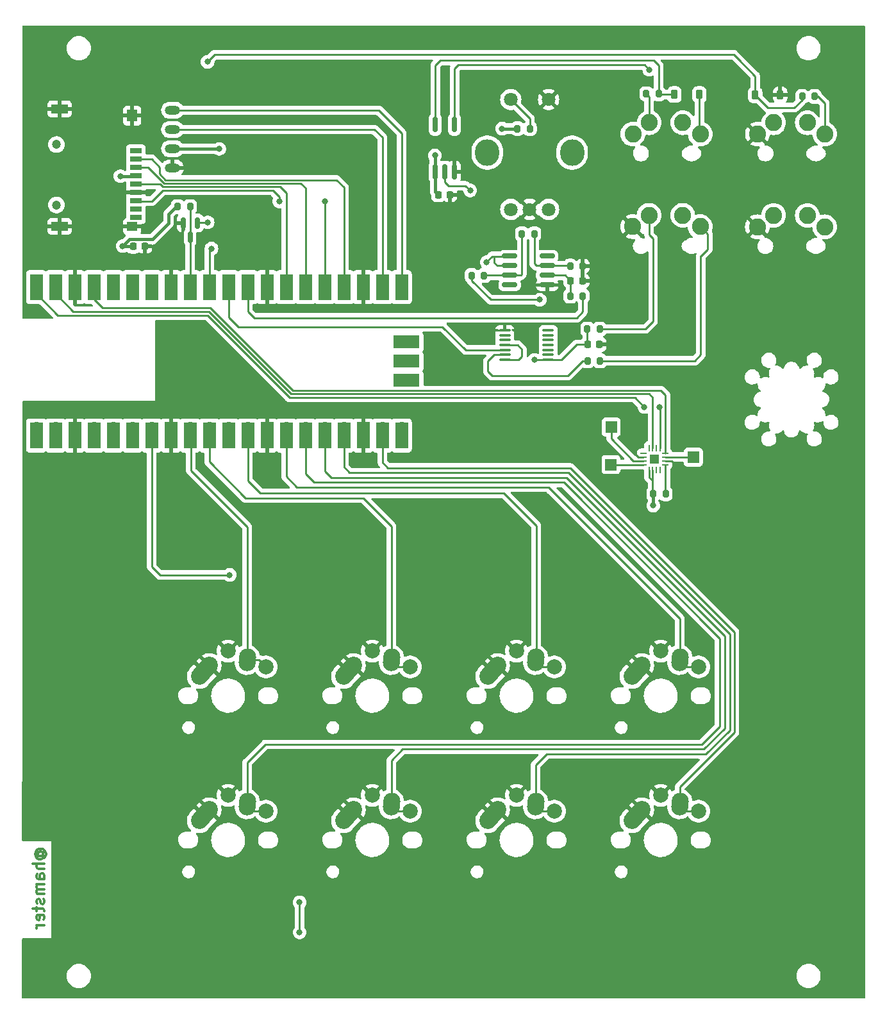
<source format=gbr>
%TF.GenerationSoftware,KiCad,Pcbnew,7.0.2*%
%TF.CreationDate,2023-06-20T02:09:05-06:00*%
%TF.ProjectId,dc31,64633331-2e6b-4696-9361-645f70636258,rev?*%
%TF.SameCoordinates,Original*%
%TF.FileFunction,Copper,L2,Bot*%
%TF.FilePolarity,Positive*%
%FSLAX46Y46*%
G04 Gerber Fmt 4.6, Leading zero omitted, Abs format (unit mm)*
G04 Created by KiCad (PCBNEW 7.0.2) date 2023-06-20 02:09:05*
%MOMM*%
%LPD*%
G01*
G04 APERTURE LIST*
G04 Aperture macros list*
%AMRoundRect*
0 Rectangle with rounded corners*
0 $1 Rounding radius*
0 $2 $3 $4 $5 $6 $7 $8 $9 X,Y pos of 4 corners*
0 Add a 4 corners polygon primitive as box body*
4,1,4,$2,$3,$4,$5,$6,$7,$8,$9,$2,$3,0*
0 Add four circle primitives for the rounded corners*
1,1,$1+$1,$2,$3*
1,1,$1+$1,$4,$5*
1,1,$1+$1,$6,$7*
1,1,$1+$1,$8,$9*
0 Add four rect primitives between the rounded corners*
20,1,$1+$1,$2,$3,$4,$5,0*
20,1,$1+$1,$4,$5,$6,$7,0*
20,1,$1+$1,$6,$7,$8,$9,0*
20,1,$1+$1,$8,$9,$2,$3,0*%
%AMHorizOval*
0 Thick line with rounded ends*
0 $1 width*
0 $2 $3 position (X,Y) of the first rounded end (center of the circle)*
0 $4 $5 position (X,Y) of the second rounded end (center of the circle)*
0 Add line between two ends*
20,1,$1,$2,$3,$4,$5,0*
0 Add two circle primitives to create the rounded ends*
1,1,$1,$2,$3*
1,1,$1,$4,$5*%
G04 Aperture macros list end*
%ADD10C,0.300000*%
%TA.AperFunction,NonConductor*%
%ADD11C,0.300000*%
%TD*%
%TA.AperFunction,ComponentPad*%
%ADD12O,2.000000X1.200000*%
%TD*%
%TA.AperFunction,SMDPad,CuDef*%
%ADD13RoundRect,0.150000X0.825000X0.150000X-0.825000X0.150000X-0.825000X-0.150000X0.825000X-0.150000X0*%
%TD*%
%TA.AperFunction,SMDPad,CuDef*%
%ADD14RoundRect,0.200000X0.200000X0.275000X-0.200000X0.275000X-0.200000X-0.275000X0.200000X-0.275000X0*%
%TD*%
%TA.AperFunction,ComponentPad*%
%ADD15C,2.250000*%
%TD*%
%TA.AperFunction,ComponentPad*%
%ADD16O,1.700000X1.700000*%
%TD*%
%TA.AperFunction,SMDPad,CuDef*%
%ADD17R,1.700000X3.500000*%
%TD*%
%TA.AperFunction,ComponentPad*%
%ADD18R,1.700000X1.700000*%
%TD*%
%TA.AperFunction,SMDPad,CuDef*%
%ADD19R,3.500000X1.700000*%
%TD*%
%TA.AperFunction,SMDPad,CuDef*%
%ADD20RoundRect,0.160000X-0.160000X0.840000X-0.160000X-0.840000X0.160000X-0.840000X0.160000X0.840000X0*%
%TD*%
%TA.AperFunction,SMDPad,CuDef*%
%ADD21RoundRect,0.225000X-0.225000X-0.250000X0.225000X-0.250000X0.225000X0.250000X-0.225000X0.250000X0*%
%TD*%
%TA.AperFunction,SMDPad,CuDef*%
%ADD22RoundRect,0.200000X-0.200000X-0.275000X0.200000X-0.275000X0.200000X0.275000X-0.200000X0.275000X0*%
%TD*%
%TA.AperFunction,SMDPad,CuDef*%
%ADD23RoundRect,0.150000X-0.150000X0.587500X-0.150000X-0.587500X0.150000X-0.587500X0.150000X0.587500X0*%
%TD*%
%TA.AperFunction,ComponentPad*%
%ADD24HorizOval,2.250000X0.025506X0.374132X-0.025506X-0.374132X0*%
%TD*%
%TA.AperFunction,ComponentPad*%
%ADD25C,2.000000*%
%TD*%
%TA.AperFunction,ComponentPad*%
%ADD26HorizOval,2.250000X0.654995X0.730004X-0.654995X-0.730004X0*%
%TD*%
%TA.AperFunction,SMDPad,CuDef*%
%ADD27R,1.500000X1.500000*%
%TD*%
%TA.AperFunction,SMDPad,CuDef*%
%ADD28RoundRect,0.225000X-0.225000X-0.375000X0.225000X-0.375000X0.225000X0.375000X-0.225000X0.375000X0*%
%TD*%
%TA.AperFunction,SMDPad,CuDef*%
%ADD29RoundRect,0.062500X0.350000X0.062500X-0.350000X0.062500X-0.350000X-0.062500X0.350000X-0.062500X0*%
%TD*%
%TA.AperFunction,SMDPad,CuDef*%
%ADD30RoundRect,0.062500X0.062500X0.350000X-0.062500X0.350000X-0.062500X-0.350000X0.062500X-0.350000X0*%
%TD*%
%TA.AperFunction,SMDPad,CuDef*%
%ADD31R,1.230000X1.230000*%
%TD*%
%TA.AperFunction,SMDPad,CuDef*%
%ADD32RoundRect,0.100000X-0.637500X-0.100000X0.637500X-0.100000X0.637500X0.100000X-0.637500X0.100000X0*%
%TD*%
%TA.AperFunction,WasherPad*%
%ADD33C,1.200000*%
%TD*%
%TA.AperFunction,SMDPad,CuDef*%
%ADD34R,1.600000X0.700000*%
%TD*%
%TA.AperFunction,SMDPad,CuDef*%
%ADD35R,1.400000X1.200000*%
%TD*%
%TA.AperFunction,SMDPad,CuDef*%
%ADD36R,2.200000X1.200000*%
%TD*%
%TA.AperFunction,SMDPad,CuDef*%
%ADD37R,1.400000X1.600000*%
%TD*%
%TA.AperFunction,ComponentPad*%
%ADD38O,3.200000X3.500000*%
%TD*%
%TA.AperFunction,ComponentPad*%
%ADD39C,1.800000*%
%TD*%
%TA.AperFunction,SMDPad,CuDef*%
%ADD40RoundRect,0.225000X0.225000X0.250000X-0.225000X0.250000X-0.225000X-0.250000X0.225000X-0.250000X0*%
%TD*%
%TA.AperFunction,ViaPad*%
%ADD41C,0.800000*%
%TD*%
%TA.AperFunction,Conductor*%
%ADD42C,0.254000*%
%TD*%
%TA.AperFunction,Conductor*%
%ADD43C,0.381000*%
%TD*%
G04 APERTURE END LIST*
D10*
D11*
X98692142Y-141065714D02*
X98620714Y-140994285D01*
X98620714Y-140994285D02*
X98549285Y-140851428D01*
X98549285Y-140851428D02*
X98549285Y-140708571D01*
X98549285Y-140708571D02*
X98620714Y-140565714D01*
X98620714Y-140565714D02*
X98692142Y-140494285D01*
X98692142Y-140494285D02*
X98835000Y-140422857D01*
X98835000Y-140422857D02*
X98977857Y-140422857D01*
X98977857Y-140422857D02*
X99120714Y-140494285D01*
X99120714Y-140494285D02*
X99192142Y-140565714D01*
X99192142Y-140565714D02*
X99263571Y-140708571D01*
X99263571Y-140708571D02*
X99263571Y-140851428D01*
X99263571Y-140851428D02*
X99192142Y-140994285D01*
X99192142Y-140994285D02*
X99120714Y-141065714D01*
X98549285Y-141065714D02*
X99120714Y-141065714D01*
X99120714Y-141065714D02*
X99192142Y-141137142D01*
X99192142Y-141137142D02*
X99192142Y-141208571D01*
X99192142Y-141208571D02*
X99120714Y-141351428D01*
X99120714Y-141351428D02*
X98977857Y-141422857D01*
X98977857Y-141422857D02*
X98620714Y-141422857D01*
X98620714Y-141422857D02*
X98406428Y-141280000D01*
X98406428Y-141280000D02*
X98263571Y-141065714D01*
X98263571Y-141065714D02*
X98192142Y-140780000D01*
X98192142Y-140780000D02*
X98263571Y-140494285D01*
X98263571Y-140494285D02*
X98406428Y-140280000D01*
X98406428Y-140280000D02*
X98620714Y-140137142D01*
X98620714Y-140137142D02*
X98906428Y-140065714D01*
X98906428Y-140065714D02*
X99192142Y-140137142D01*
X99192142Y-140137142D02*
X99406428Y-140280000D01*
X99406428Y-140280000D02*
X99549285Y-140494285D01*
X99549285Y-140494285D02*
X99620714Y-140780000D01*
X99620714Y-140780000D02*
X99549285Y-141065714D01*
X99549285Y-141065714D02*
X99406428Y-141280000D01*
X99406428Y-142065713D02*
X97906428Y-142065713D01*
X99406428Y-142708571D02*
X98620714Y-142708571D01*
X98620714Y-142708571D02*
X98477857Y-142637142D01*
X98477857Y-142637142D02*
X98406428Y-142494285D01*
X98406428Y-142494285D02*
X98406428Y-142279999D01*
X98406428Y-142279999D02*
X98477857Y-142137142D01*
X98477857Y-142137142D02*
X98549285Y-142065713D01*
X99406428Y-144065714D02*
X98620714Y-144065714D01*
X98620714Y-144065714D02*
X98477857Y-143994285D01*
X98477857Y-143994285D02*
X98406428Y-143851428D01*
X98406428Y-143851428D02*
X98406428Y-143565714D01*
X98406428Y-143565714D02*
X98477857Y-143422856D01*
X99335000Y-144065714D02*
X99406428Y-143922856D01*
X99406428Y-143922856D02*
X99406428Y-143565714D01*
X99406428Y-143565714D02*
X99335000Y-143422856D01*
X99335000Y-143422856D02*
X99192142Y-143351428D01*
X99192142Y-143351428D02*
X99049285Y-143351428D01*
X99049285Y-143351428D02*
X98906428Y-143422856D01*
X98906428Y-143422856D02*
X98835000Y-143565714D01*
X98835000Y-143565714D02*
X98835000Y-143922856D01*
X98835000Y-143922856D02*
X98763571Y-144065714D01*
X99406428Y-144779999D02*
X98406428Y-144779999D01*
X98549285Y-144779999D02*
X98477857Y-144851428D01*
X98477857Y-144851428D02*
X98406428Y-144994285D01*
X98406428Y-144994285D02*
X98406428Y-145208571D01*
X98406428Y-145208571D02*
X98477857Y-145351428D01*
X98477857Y-145351428D02*
X98620714Y-145422857D01*
X98620714Y-145422857D02*
X99406428Y-145422857D01*
X98620714Y-145422857D02*
X98477857Y-145494285D01*
X98477857Y-145494285D02*
X98406428Y-145637142D01*
X98406428Y-145637142D02*
X98406428Y-145851428D01*
X98406428Y-145851428D02*
X98477857Y-145994285D01*
X98477857Y-145994285D02*
X98620714Y-146065714D01*
X98620714Y-146065714D02*
X99406428Y-146065714D01*
X99335000Y-146708571D02*
X99406428Y-146851428D01*
X99406428Y-146851428D02*
X99406428Y-147137142D01*
X99406428Y-147137142D02*
X99335000Y-147279999D01*
X99335000Y-147279999D02*
X99192142Y-147351428D01*
X99192142Y-147351428D02*
X99120714Y-147351428D01*
X99120714Y-147351428D02*
X98977857Y-147279999D01*
X98977857Y-147279999D02*
X98906428Y-147137142D01*
X98906428Y-147137142D02*
X98906428Y-146922857D01*
X98906428Y-146922857D02*
X98835000Y-146779999D01*
X98835000Y-146779999D02*
X98692142Y-146708571D01*
X98692142Y-146708571D02*
X98620714Y-146708571D01*
X98620714Y-146708571D02*
X98477857Y-146779999D01*
X98477857Y-146779999D02*
X98406428Y-146922857D01*
X98406428Y-146922857D02*
X98406428Y-147137142D01*
X98406428Y-147137142D02*
X98477857Y-147279999D01*
X98406428Y-147780000D02*
X98406428Y-148351428D01*
X97906428Y-147994285D02*
X99192142Y-147994285D01*
X99192142Y-147994285D02*
X99335000Y-148065714D01*
X99335000Y-148065714D02*
X99406428Y-148208571D01*
X99406428Y-148208571D02*
X99406428Y-148351428D01*
X99335000Y-149422857D02*
X99406428Y-149280000D01*
X99406428Y-149280000D02*
X99406428Y-148994286D01*
X99406428Y-148994286D02*
X99335000Y-148851428D01*
X99335000Y-148851428D02*
X99192142Y-148780000D01*
X99192142Y-148780000D02*
X98620714Y-148780000D01*
X98620714Y-148780000D02*
X98477857Y-148851428D01*
X98477857Y-148851428D02*
X98406428Y-148994286D01*
X98406428Y-148994286D02*
X98406428Y-149280000D01*
X98406428Y-149280000D02*
X98477857Y-149422857D01*
X98477857Y-149422857D02*
X98620714Y-149494286D01*
X98620714Y-149494286D02*
X98763571Y-149494286D01*
X98763571Y-149494286D02*
X98906428Y-148780000D01*
X99406428Y-150137142D02*
X98406428Y-150137142D01*
X98692142Y-150137142D02*
X98549285Y-150208571D01*
X98549285Y-150208571D02*
X98477857Y-150280000D01*
X98477857Y-150280000D02*
X98406428Y-150422857D01*
X98406428Y-150422857D02*
X98406428Y-150565714D01*
D12*
%TO.P,J4,1,Pin_1*%
%TO.N,GND*%
X116350000Y-50180000D03*
%TO.P,J4,2,Pin_2*%
%TO.N,+3V3*%
X116350000Y-47640000D03*
%TO.P,J4,3,Pin_3*%
%TO.N,SCL*%
X116350000Y-45100000D03*
%TO.P,J4,4,Pin_4*%
%TO.N,SDA*%
X116350000Y-42560000D03*
%TD*%
D13*
%TO.P,U8,1,NC*%
%TO.N,unconnected-(U8-NC-Pad1)*%
X165845000Y-61825000D03*
%TO.P,U8,2,-*%
%TO.N,Net-(U8--)*%
X165845000Y-63095000D03*
%TO.P,U8,3,+*%
%TO.N,Net-(U8-+)*%
X165845000Y-64365000D03*
%TO.P,U8,4,V-*%
%TO.N,GND*%
X165845000Y-65635000D03*
%TO.P,U8,5,NC*%
%TO.N,unconnected-(U8-NC-Pad5)*%
X160895000Y-65635000D03*
%TO.P,U8,6*%
%TO.N,Net-(R6-Pad2)*%
X160895000Y-64365000D03*
%TO.P,U8,7,V+*%
%TO.N,VBUS*%
X160895000Y-63095000D03*
%TO.P,U8,8,~{SHDN}*%
X160895000Y-61825000D03*
%TD*%
D14*
%TO.P,R10,2*%
%TO.N,Net-(D9-K)*%
X199535000Y-40730000D03*
%TO.P,R10,1*%
%TO.N,Net-(J6-Pad2)*%
X201185000Y-40730000D03*
%TD*%
D15*
%TO.P,J3,1*%
%TO.N,GND*%
X177160000Y-57930000D03*
%TO.P,J3,2*%
%TO.N,Net-(J3-Pad2)*%
X186060000Y-57930000D03*
%TO.P,J3,3*%
%TO.N,Net-(J3-Pad3)*%
X179310000Y-56430000D03*
%TO.P,J3,4*%
%TO.N,unconnected-(J3-Pad4)*%
X183760000Y-56430000D03*
%TD*%
D16*
%TO.P,U1,1,GPIO0*%
%TO.N,I2S_BCLK*%
X98350000Y-66820000D03*
D17*
X98350000Y-65920000D03*
D16*
%TO.P,U1,2,GPIO1*%
%TO.N,I2S_LRCLK*%
X100890000Y-66820000D03*
D17*
X100890000Y-65920000D03*
D18*
%TO.P,U1,3,GND*%
%TO.N,GND*%
X103430000Y-66820000D03*
D17*
X103430000Y-65920000D03*
D16*
%TO.P,U1,4,GPIO2*%
%TO.N,I2S_DIN*%
X105970000Y-66820000D03*
D17*
X105970000Y-65920000D03*
D16*
%TO.P,U1,5,GPIO3*%
%TO.N,ENC1_SW*%
X108510000Y-66820000D03*
D17*
X108510000Y-65920000D03*
D16*
%TO.P,U1,6,GPIO4*%
%TO.N,ENC1_A*%
X111050000Y-66820000D03*
D17*
X111050000Y-65920000D03*
D16*
%TO.P,U1,7,GPIO5*%
%TO.N,ENC1_B*%
X113590000Y-66820000D03*
D17*
X113590000Y-65920000D03*
D18*
%TO.P,U1,8,GND*%
%TO.N,GND*%
X116130000Y-66820000D03*
D17*
X116130000Y-65920000D03*
D16*
%TO.P,U1,9,GPIO6*%
%TO.N,SYNC_IN*%
X118670000Y-66820000D03*
D17*
X118670000Y-65920000D03*
D16*
%TO.P,U1,10,GPIO7*%
%TO.N,MIDI_IN*%
X121210000Y-66820000D03*
D17*
X121210000Y-65920000D03*
D16*
%TO.P,U1,11,GPIO8*%
%TO.N,MIDI_OUT*%
X123750000Y-66820000D03*
D17*
X123750000Y-65920000D03*
D16*
%TO.P,U1,12,GPIO9*%
%TO.N,SYNC_OUT*%
X126290000Y-66820000D03*
D17*
X126290000Y-65920000D03*
D18*
%TO.P,U1,13,GND*%
%TO.N,GND*%
X128830000Y-66820000D03*
D17*
X128830000Y-65920000D03*
D16*
%TO.P,U1,14,GPIO10*%
%TO.N,SD_SCK*%
X131370000Y-66820000D03*
D17*
X131370000Y-65920000D03*
D16*
%TO.P,U1,15,GPIO11*%
%TO.N,SD_MOSI*%
X133910000Y-66820000D03*
D17*
X133910000Y-65920000D03*
D16*
%TO.P,U1,16,GPIO12*%
%TO.N,SD_MISO*%
X136450000Y-66820000D03*
D17*
X136450000Y-65920000D03*
D16*
%TO.P,U1,17,GPIO13*%
%TO.N,SD_CS*%
X138990000Y-66820000D03*
D17*
X138990000Y-65920000D03*
D18*
%TO.P,U1,18,GND*%
%TO.N,GND*%
X141530000Y-66820000D03*
D17*
X141530000Y-65920000D03*
D16*
%TO.P,U1,19,GPIO14*%
%TO.N,SCL*%
X144070000Y-66820000D03*
D17*
X144070000Y-65920000D03*
D16*
%TO.P,U1,20,GPIO15*%
%TO.N,SDA*%
X146610000Y-66820000D03*
D17*
X146610000Y-65920000D03*
D16*
%TO.P,U1,21,GPIO16*%
%TO.N,unconnected-(U1-GPIO16-Pad21)*%
X146610000Y-84600000D03*
D17*
X146610000Y-85500000D03*
D16*
%TO.P,U1,22,GPIO17*%
%TO.N,SW8*%
X144070000Y-84600000D03*
D17*
X144070000Y-85500000D03*
D18*
%TO.P,U1,23,GND*%
%TO.N,GND*%
X141530000Y-84600000D03*
D17*
X141530000Y-85500000D03*
D16*
%TO.P,U1,24,GPIO18*%
%TO.N,SW7*%
X138990000Y-84600000D03*
D17*
X138990000Y-85500000D03*
D16*
%TO.P,U1,25,GPIO19*%
%TO.N,SW6*%
X136450000Y-84600000D03*
D17*
X136450000Y-85500000D03*
D16*
%TO.P,U1,26,GPIO20*%
%TO.N,SW5*%
X133910000Y-84600000D03*
D17*
X133910000Y-85500000D03*
D16*
%TO.P,U1,27,GPIO21*%
%TO.N,SW4*%
X131370000Y-84600000D03*
D17*
X131370000Y-85500000D03*
D18*
%TO.P,U1,28,GND*%
%TO.N,GND*%
X128830000Y-84600000D03*
D17*
X128830000Y-85500000D03*
D16*
%TO.P,U1,29,GPIO22*%
%TO.N,SW3*%
X126290000Y-84600000D03*
D17*
X126290000Y-85500000D03*
D16*
%TO.P,U1,30,RUN*%
%TO.N,unconnected-(U1-RUN-Pad30)*%
X123750000Y-84600000D03*
D17*
X123750000Y-85500000D03*
D16*
%TO.P,U1,31,GPIO26_ADC0*%
%TO.N,SW2*%
X121210000Y-84600000D03*
D17*
X121210000Y-85500000D03*
D16*
%TO.P,U1,32,GPIO27_ADC1*%
%TO.N,SW1*%
X118670000Y-84600000D03*
D17*
X118670000Y-85500000D03*
D18*
%TO.P,U1,33,AGND*%
%TO.N,GND*%
X116130000Y-84600000D03*
D17*
X116130000Y-85500000D03*
D16*
%TO.P,U1,34,GPIO28_ADC2*%
%TO.N,RGB_IN*%
X113590000Y-84600000D03*
D17*
X113590000Y-85500000D03*
D16*
%TO.P,U1,35,ADC_VREF*%
%TO.N,unconnected-(U1-ADC_VREF-Pad35)*%
X111050000Y-84600000D03*
D17*
X111050000Y-85500000D03*
D16*
%TO.P,U1,36,3V3*%
%TO.N,+3V3*%
X108510000Y-84600000D03*
D17*
X108510000Y-85500000D03*
D16*
%TO.P,U1,37,3V3_EN*%
%TO.N,unconnected-(U1-3V3_EN-Pad37)*%
X105970000Y-84600000D03*
D17*
X105970000Y-85500000D03*
D18*
%TO.P,U1,38,GND*%
%TO.N,GND*%
X103430000Y-84600000D03*
D17*
X103430000Y-85500000D03*
D16*
%TO.P,U1,39,VSYS*%
%TO.N,unconnected-(U1-VSYS-Pad39)*%
X100890000Y-84600000D03*
D17*
X100890000Y-85500000D03*
D16*
%TO.P,U1,40,VBUS*%
%TO.N,VBUS*%
X98350000Y-84600000D03*
D17*
X98350000Y-85500000D03*
D16*
%TO.P,U1,41,SWCLK*%
%TO.N,unconnected-(U1-SWCLK-Pad41)*%
X146380000Y-73170000D03*
D19*
X147280000Y-73170000D03*
D18*
%TO.P,U1,42,GND*%
%TO.N,unconnected-(U1-GND-Pad42)*%
X146380000Y-75710000D03*
D19*
X147280000Y-75710000D03*
D16*
%TO.P,U1,43,SWDIO*%
%TO.N,unconnected-(U1-SWDIO-Pad43)*%
X146380000Y-78250000D03*
D19*
X147280000Y-78250000D03*
%TD*%
D20*
%TO.P,U5,1*%
%TO.N,Net-(D10-K)*%
X151060000Y-44420000D03*
%TO.P,U5,3*%
%TO.N,Net-(D10-A)*%
X153600000Y-44420000D03*
%TO.P,U5,4,GND*%
%TO.N,GND*%
X153600000Y-50720000D03*
%TO.P,U5,5*%
%TO.N,MIDI_IN*%
X152330000Y-50720000D03*
%TO.P,U5,6,VCC*%
%TO.N,+3V3*%
X151060000Y-50720000D03*
%TD*%
D21*
%TO.P,C2,1*%
%TO.N,+3V3*%
X151455000Y-53720000D03*
%TO.P,C2,2*%
%TO.N,GND*%
X153005000Y-53720000D03*
%TD*%
D22*
%TO.P,R1,1*%
%TO.N,VBUS*%
X179855000Y-93200000D03*
%TO.P,R1,2*%
%TO.N,Net-(U2-~{SD_MODE})*%
X181505000Y-93200000D03*
%TD*%
%TO.P,R7,1*%
%TO.N,Net-(R6-Pad2)*%
X162495000Y-58880000D03*
%TO.P,R7,2*%
%TO.N,Net-(U8--)*%
X164145000Y-58880000D03*
%TD*%
D23*
%TO.P,Q1,1,E*%
%TO.N,GND*%
X117740000Y-57440000D03*
%TO.P,Q1,2,B*%
%TO.N,Net-(D9-K)*%
X119640000Y-57440000D03*
%TO.P,Q1,3,C*%
%TO.N,SYNC_IN*%
X118690000Y-59315000D03*
%TD*%
D22*
%TO.P,R6,1*%
%TO.N,Net-(J5-Pad2)*%
X155855000Y-64380000D03*
%TO.P,R6,2*%
%TO.N,Net-(R6-Pad2)*%
X157505000Y-64380000D03*
%TD*%
D24*
%TO.P,SW8,1,1*%
%TO.N,SW8*%
X183358000Y-134165000D03*
D25*
X185848000Y-135115000D03*
D26*
%TO.P,SW8,2,2*%
%TO.N,GND*%
X177692995Y-135644996D03*
D15*
X178348000Y-134915000D03*
D25*
X180848000Y-133015000D03*
%TD*%
D27*
%TO.P,TP2,1,1*%
%TO.N,Net-(U2-OUTN)*%
X174310000Y-84400000D03*
%TD*%
D15*
%TO.P,J5,1*%
%TO.N,GND*%
X193608210Y-57940000D03*
%TO.P,J5,2*%
%TO.N,Net-(J5-Pad2)*%
X202508210Y-57940000D03*
%TO.P,J5,3*%
%TO.N,unconnected-(J5-Pad3)*%
X195758210Y-56440000D03*
%TO.P,J5,4*%
%TO.N,unconnected-(J5-Pad4)*%
X200208210Y-56440000D03*
%TD*%
D24*
%TO.P,SW2,1,1*%
%TO.N,SW2*%
X145258000Y-115115000D03*
D25*
X147748000Y-116065000D03*
D26*
%TO.P,SW2,2,2*%
%TO.N,GND*%
X139592995Y-116594996D03*
D15*
X140248000Y-115865000D03*
D25*
X142748000Y-113965000D03*
%TD*%
D24*
%TO.P,SW7,1,1*%
%TO.N,SW7*%
X164308000Y-134165000D03*
D25*
X166798000Y-135115000D03*
D26*
%TO.P,SW7,2,2*%
%TO.N,GND*%
X158642995Y-135644996D03*
D15*
X159298000Y-134915000D03*
D25*
X161798000Y-133015000D03*
%TD*%
D21*
%TO.P,C3,1*%
%TO.N,VBUS*%
X171195000Y-73480000D03*
%TO.P,C3,2*%
%TO.N,GND*%
X172745000Y-73480000D03*
%TD*%
D14*
%TO.P,R3,1*%
%TO.N,Net-(J3-Pad3)*%
X172785000Y-71440000D03*
%TO.P,R3,2*%
%TO.N,VBUS*%
X171135000Y-71440000D03*
%TD*%
D22*
%TO.P,R5,2*%
%TO.N,ENC1_SW*%
X163575000Y-44980000D03*
%TO.P,R5,1*%
%TO.N,+3V3*%
X161925000Y-44980000D03*
%TD*%
%TO.P,R9,1*%
%TO.N,Net-(U8-+)*%
X168895000Y-67100000D03*
%TO.P,R9,2*%
%TO.N,SYNC_OUT*%
X170545000Y-67100000D03*
%TD*%
D27*
%TO.P,TP1,1,1*%
%TO.N,Net-(U2-OUTP)*%
X174280000Y-89350000D03*
%TD*%
D14*
%TO.P,R8,1*%
%TO.N,GND*%
X170545000Y-63140000D03*
%TO.P,R8,2*%
%TO.N,Net-(U8--)*%
X168895000Y-63140000D03*
%TD*%
D22*
%TO.P,R2,1*%
%TO.N,Net-(J2-Pad3)*%
X178935000Y-40380000D03*
%TO.P,R2,2*%
%TO.N,Net-(D10-K)*%
X180585000Y-40380000D03*
%TD*%
D27*
%TO.P,TP3,1,1*%
%TO.N,Net-(U2-GAIN_SLOT)*%
X185150000Y-88360000D03*
%TD*%
D15*
%TO.P,J2,1*%
%TO.N,unconnected-(J2-Pad1)*%
X177170000Y-45700000D03*
%TO.P,J2,2*%
%TO.N,Net-(D10-A)*%
X186070000Y-45700000D03*
%TO.P,J2,3*%
%TO.N,Net-(J2-Pad3)*%
X179320000Y-44200000D03*
%TO.P,J2,4*%
%TO.N,unconnected-(J2-Pad4)*%
X183770000Y-44200000D03*
%TD*%
D28*
%TO.P,D9,1,K*%
%TO.N,Net-(D9-K)*%
X193330000Y-40550000D03*
%TO.P,D9,2,A*%
%TO.N,GND*%
X196630000Y-40550000D03*
%TD*%
D24*
%TO.P,SW3,1,1*%
%TO.N,SW3*%
X164308000Y-115115000D03*
D25*
X166798000Y-116065000D03*
D26*
%TO.P,SW3,2,2*%
%TO.N,GND*%
X158642995Y-116594996D03*
D15*
X159298000Y-115865000D03*
D25*
X161798000Y-113965000D03*
%TD*%
D14*
%TO.P,R4,1*%
%TO.N,Net-(J3-Pad2)*%
X172815000Y-75660000D03*
%TO.P,R4,2*%
%TO.N,Net-(R4-Pad2)*%
X171165000Y-75660000D03*
%TD*%
D29*
%TO.P,U2,1,DIN*%
%TO.N,I2S_DIN*%
X181477500Y-87850000D03*
%TO.P,U2,2,GAIN_SLOT*%
%TO.N,Net-(U2-GAIN_SLOT)*%
X181477500Y-88350000D03*
%TO.P,U2,3,GND*%
%TO.N,GND*%
X181477500Y-88850000D03*
%TO.P,U2,4,~{SD_MODE}*%
%TO.N,Net-(U2-~{SD_MODE})*%
X181477500Y-89350000D03*
D30*
%TO.P,U2,5,NC*%
%TO.N,unconnected-(U2-NC-Pad5)*%
X180790000Y-90037500D03*
%TO.P,U2,6,NC*%
%TO.N,unconnected-(U2-NC-Pad6)*%
X180290000Y-90037500D03*
%TO.P,U2,7,Vdd*%
%TO.N,VBUS*%
X179790000Y-90037500D03*
%TO.P,U2,8,Vdd*%
X179290000Y-90037500D03*
D29*
%TO.P,U2,9,OUTP*%
%TO.N,Net-(U2-OUTP)*%
X178602500Y-89350000D03*
%TO.P,U2,10,OUTN*%
%TO.N,Net-(U2-OUTN)*%
X178602500Y-88850000D03*
%TO.P,U2,11,GND*%
%TO.N,GND*%
X178602500Y-88350000D03*
%TO.P,U2,12,NC*%
%TO.N,unconnected-(U2-NC-Pad12)*%
X178602500Y-87850000D03*
D30*
%TO.P,U2,13,NC*%
%TO.N,unconnected-(U2-NC-Pad13)*%
X179290000Y-87162500D03*
%TO.P,U2,14,LRCLK*%
%TO.N,I2S_LRCLK*%
X179790000Y-87162500D03*
%TO.P,U2,15*%
%TO.N,N/C*%
X180290000Y-87162500D03*
%TO.P,U2,16,BCLK*%
%TO.N,I2S_BCLK*%
X180790000Y-87162500D03*
D31*
%TO.P,U2,17*%
%TO.N,N/C*%
X180040000Y-88600000D03*
%TD*%
D28*
%TO.P,D10,1,K*%
%TO.N,Net-(D10-K)*%
X182642500Y-40490000D03*
%TO.P,D10,2,A*%
%TO.N,Net-(D10-A)*%
X185942500Y-40490000D03*
%TD*%
D24*
%TO.P,SW5,1,1*%
%TO.N,SW5*%
X126208000Y-134165000D03*
D25*
X128698000Y-135115000D03*
D26*
%TO.P,SW5,2,2*%
%TO.N,GND*%
X120542995Y-135644996D03*
D15*
X121198000Y-134915000D03*
D25*
X123698000Y-133015000D03*
%TD*%
D32*
%TO.P,U3,1*%
%TO.N,Net-(U3-Pad1)*%
X160257500Y-75510000D03*
%TO.P,U3,2*%
%TO.N,Net-(R4-Pad2)*%
X160257500Y-74860000D03*
%TO.P,U3,3*%
%TO.N,MIDI_OUT*%
X160257500Y-74210000D03*
%TO.P,U3,4*%
%TO.N,Net-(U3-Pad1)*%
X160257500Y-73560000D03*
%TO.P,U3,5*%
%TO.N,N/C*%
X160257500Y-72910000D03*
%TO.P,U3,6*%
X160257500Y-72260000D03*
%TO.P,U3,7,GND*%
%TO.N,GND*%
X160257500Y-71610000D03*
%TO.P,U3,8*%
%TO.N,N/C*%
X165982500Y-71610000D03*
%TO.P,U3,9*%
X165982500Y-72260000D03*
%TO.P,U3,10*%
X165982500Y-72910000D03*
%TO.P,U3,11*%
X165982500Y-73560000D03*
%TO.P,U3,12*%
X165982500Y-74210000D03*
%TO.P,U3,13*%
X165982500Y-74860000D03*
%TO.P,U3,14,VCC*%
%TO.N,VBUS*%
X165982500Y-75510000D03*
%TD*%
D33*
%TO.P,J1,*%
%TO.N,*%
X101020000Y-55060000D03*
X101020000Y-47080000D03*
D34*
%TO.P,J1,1,NC*%
%TO.N,unconnected-(J1-NC-Pad1)*%
X111520000Y-47930000D03*
%TO.P,J1,2,/CS*%
%TO.N,SD_CS*%
X111520000Y-49030000D03*
%TO.P,J1,3,DI*%
%TO.N,SD_MOSI*%
X111520000Y-50130000D03*
%TO.P,J1,4,VDD*%
%TO.N,+3V3*%
X111520000Y-51230000D03*
%TO.P,J1,5,CLK*%
%TO.N,SD_SCK*%
X111520000Y-52330000D03*
%TO.P,J1,6,VSS*%
%TO.N,GND*%
X111520000Y-53430000D03*
%TO.P,J1,7,DO*%
%TO.N,SD_MISO*%
X111520000Y-54530000D03*
%TO.P,J1,8,RSV*%
%TO.N,unconnected-(J1-RSV-Pad8)*%
X111520000Y-55630000D03*
%TO.P,J1,9,Cd*%
%TO.N,unconnected-(J1-Cd-Pad9)*%
X111520000Y-56730000D03*
D35*
%TO.P,J1,10,SHIELD*%
%TO.N,GND*%
X111020000Y-57880000D03*
D36*
X101420000Y-57880000D03*
D37*
X111020000Y-43280000D03*
D36*
X101420000Y-42380000D03*
%TD*%
D24*
%TO.P,SW4,1,1*%
%TO.N,SW4*%
X183358000Y-115115000D03*
D25*
X185848000Y-116065000D03*
D26*
%TO.P,SW4,2,2*%
%TO.N,GND*%
X177692995Y-116594996D03*
D15*
X178348000Y-115865000D03*
D25*
X180848000Y-113965000D03*
%TD*%
D24*
%TO.P,SW6,1,1*%
%TO.N,SW6*%
X145258000Y-134165000D03*
D25*
X147748000Y-135115000D03*
D26*
%TO.P,SW6,2,2*%
%TO.N,GND*%
X139592995Y-135644996D03*
D15*
X140248000Y-134915000D03*
D25*
X142748000Y-133015000D03*
%TD*%
D15*
%TO.P,J6,1*%
%TO.N,GND*%
X193618210Y-45710000D03*
%TO.P,J6,2*%
%TO.N,Net-(J6-Pad2)*%
X202518210Y-45710000D03*
%TO.P,J6,3*%
%TO.N,unconnected-(J6-Pad3)*%
X195768210Y-44210000D03*
%TO.P,J6,4*%
%TO.N,unconnected-(J6-Pad4)*%
X200218210Y-44210000D03*
%TD*%
D24*
%TO.P,SW1,1,1*%
%TO.N,SW1*%
X126208000Y-115115000D03*
D25*
X128698000Y-116065000D03*
D26*
%TO.P,SW1,2,2*%
%TO.N,GND*%
X120542995Y-116594996D03*
D15*
X121198000Y-115865000D03*
D25*
X123698000Y-113965000D03*
%TD*%
D38*
%TO.P,SW9,1*%
%TO.N,N/C*%
X157936000Y-48148000D03*
X169136000Y-48148000D03*
D39*
%TO.P,SW9,A,A*%
%TO.N,ENC1_A*%
X161036000Y-55648000D03*
%TO.P,SW9,B,B*%
%TO.N,ENC1_B*%
X166036000Y-55648000D03*
%TO.P,SW9,C,C*%
%TO.N,GND*%
X163536000Y-55648000D03*
%TO.P,SW9,S1,S1*%
%TO.N,ENC1_SW*%
X161036000Y-41148000D03*
%TO.P,SW9,S2,S2*%
%TO.N,GND*%
X166036000Y-41148000D03*
%TD*%
D40*
%TO.P,C1,1*%
%TO.N,GND*%
X112705000Y-60520000D03*
%TO.P,C1,2*%
%TO.N,+3V3*%
X111155000Y-60520000D03*
%TD*%
D14*
%TO.P,R11,1*%
%TO.N,SYNC_IN*%
X118685000Y-55270000D03*
%TO.P,R11,2*%
%TO.N,+3V3*%
X117035000Y-55270000D03*
%TD*%
D21*
%TO.P,C4,1*%
%TO.N,Net-(U8-+)*%
X168945000Y-65080000D03*
%TO.P,C4,2*%
%TO.N,GND*%
X170495000Y-65080000D03*
%TD*%
D41*
%TO.N,+3V3*%
X122530000Y-47660000D03*
%TO.N,SD_MISO*%
X136450000Y-54610000D03*
%TO.N,MIDI_IN*%
X155670000Y-53140000D03*
X121500000Y-60820000D03*
%TO.N,Net-(D10-A)*%
X179340000Y-37210000D03*
%TO.N,Net-(D9-K)*%
X120990000Y-57360000D03*
X120980000Y-36160000D03*
%TO.N,+3V3*%
X159880000Y-44980000D03*
X151010000Y-48530000D03*
X109760000Y-60500000D03*
X109470000Y-51260000D03*
%TO.N,SD_MISO*%
X130440000Y-54590000D03*
%TO.N,I2S_BCLK*%
X178690000Y-81750000D03*
X180680000Y-81750000D03*
%TO.N,GND*%
X188850000Y-106610000D03*
%TO.N,Net-(J5-Pad2)*%
X164860000Y-67580000D03*
%TO.N,VBUS*%
X179860000Y-94750000D03*
X157860000Y-62630000D03*
X164180000Y-75520000D03*
%TO.N,Net-(D4-DOUT)*%
X133140000Y-147160000D03*
%TO.N,RGB_IN*%
X123890000Y-103920000D03*
%TO.N,Net-(D4-DOUT)*%
X133140000Y-151120000D03*
%TO.N,GND*%
X129260000Y-154410000D03*
X148040000Y-154410000D03*
X167460000Y-154410000D03*
X186020000Y-154400000D03*
X166760000Y-107180000D03*
X147540000Y-107180000D03*
X128540000Y-107190000D03*
%TD*%
D42*
%TO.N,SDA*%
X146610000Y-45600000D02*
X146610000Y-66820000D01*
X143570000Y-42560000D02*
X146610000Y-45600000D01*
%TO.N,SCL*%
X144070000Y-46160000D02*
X143010000Y-45100000D01*
X144070000Y-66820000D02*
X144070000Y-46160000D01*
D43*
%TO.N,+3V3*%
X122530000Y-47660000D02*
X116370000Y-47660000D01*
X116370000Y-47660000D02*
X116350000Y-47640000D01*
D42*
%TO.N,SD_MISO*%
X136450000Y-66820000D02*
X136450000Y-54610000D01*
%TO.N,SD_SCK*%
X131370000Y-66820000D02*
X131370000Y-53460000D01*
%TO.N,SD_MOSI*%
X133910000Y-66820000D02*
X133910000Y-52820000D01*
%TO.N,SD_CS*%
X113610000Y-49030000D02*
X111520000Y-49030000D01*
X114640000Y-50060000D02*
X113610000Y-49030000D01*
X115420000Y-51760000D02*
X114640000Y-50980000D01*
X138990000Y-52730000D02*
X138020000Y-51760000D01*
X138020000Y-51760000D02*
X115420000Y-51760000D01*
X114640000Y-50980000D02*
X114640000Y-50060000D01*
X138990000Y-66820000D02*
X138990000Y-52730000D01*
%TO.N,MIDI_IN*%
X155070000Y-52540000D02*
X152790000Y-52540000D01*
X155670000Y-53140000D02*
X155070000Y-52540000D01*
X152790000Y-52540000D02*
X152330000Y-52080000D01*
X152330000Y-52080000D02*
X152330000Y-50720000D01*
X121210000Y-61110000D02*
X121500000Y-60820000D01*
X121210000Y-66820000D02*
X121210000Y-61110000D01*
%TO.N,Net-(D10-A)*%
X153600000Y-37070000D02*
X154100000Y-36570000D01*
X178700000Y-36570000D02*
X179340000Y-37210000D01*
X153600000Y-37700000D02*
X153600000Y-37070000D01*
X154100000Y-36570000D02*
X178700000Y-36570000D01*
X153600000Y-44420000D02*
X153600000Y-37700000D01*
%TO.N,Net-(D10-K)*%
X151060000Y-36630000D02*
X151060000Y-44420000D01*
X151700000Y-35990000D02*
X151060000Y-36630000D01*
X179910000Y-35990000D02*
X151700000Y-35990000D01*
X180585000Y-36665000D02*
X179910000Y-35990000D01*
X180585000Y-40380000D02*
X180585000Y-36665000D01*
%TO.N,Net-(D9-K)*%
X119720000Y-57360000D02*
X119640000Y-57440000D01*
X120990000Y-57360000D02*
X119720000Y-57360000D01*
X121910000Y-35230000D02*
X120980000Y-36160000D01*
X155980000Y-35230000D02*
X121910000Y-35230000D01*
X191200000Y-35910000D02*
X190520000Y-35230000D01*
X190520000Y-35230000D02*
X155980000Y-35230000D01*
X193330000Y-38040000D02*
X191200000Y-35910000D01*
X193330000Y-40550000D02*
X193330000Y-38040000D01*
%TO.N,ENC1_SW*%
X163575000Y-43687000D02*
X163575000Y-44980000D01*
X161036000Y-41148000D02*
X163575000Y-43687000D01*
D43*
%TO.N,+3V3*%
X159880000Y-44980000D02*
X161925000Y-44980000D01*
X151010000Y-48530000D02*
X151010000Y-50670000D01*
X151010000Y-50670000D02*
X151060000Y-50720000D01*
X151060000Y-53325000D02*
X151455000Y-53720000D01*
X151060000Y-50720000D02*
X151060000Y-53325000D01*
D42*
%TO.N,Net-(J2-Pad3)*%
X179320000Y-40765000D02*
X178935000Y-40380000D01*
X179320000Y-44200000D02*
X179320000Y-40765000D01*
%TO.N,Net-(D10-K)*%
X180695000Y-40490000D02*
X180585000Y-40380000D01*
X182642500Y-40490000D02*
X180695000Y-40490000D01*
%TO.N,Net-(D10-A)*%
X185942500Y-40490000D02*
X185942500Y-45572500D01*
%TO.N,Net-(D9-K)*%
X199535000Y-41175000D02*
X199535000Y-40730000D01*
X198500000Y-42210000D02*
X199535000Y-41175000D01*
X194990000Y-42210000D02*
X198500000Y-42210000D01*
X193330000Y-40550000D02*
X194990000Y-42210000D01*
%TO.N,Net-(J6-Pad2)*%
X202518210Y-41648210D02*
X202518210Y-45710000D01*
X201600000Y-40730000D02*
X202518210Y-41648210D01*
X201185000Y-40730000D02*
X201600000Y-40730000D01*
%TO.N,SDA*%
X116350000Y-42560000D02*
X143570000Y-42560000D01*
%TO.N,SCL*%
X116350000Y-45100000D02*
X143010000Y-45100000D01*
%TO.N,SYNC_IN*%
X118690000Y-55275000D02*
X118685000Y-55270000D01*
X118690000Y-59315000D02*
X118690000Y-55275000D01*
D43*
%TO.N,+3V3*%
X116850000Y-55270000D02*
X115810000Y-56310000D01*
X117035000Y-55270000D02*
X116850000Y-55270000D01*
X115810000Y-57480000D02*
X115810000Y-56310000D01*
X113680000Y-59610000D02*
X115810000Y-57480000D01*
X110650000Y-59610000D02*
X113680000Y-59610000D01*
X109760000Y-60500000D02*
X110650000Y-59610000D01*
X109780000Y-60520000D02*
X109760000Y-60500000D01*
X111155000Y-60520000D02*
X109780000Y-60520000D01*
X109470000Y-51260000D02*
X111490000Y-51260000D01*
X111490000Y-51260000D02*
X111520000Y-51230000D01*
D42*
%TO.N,SD_MISO*%
X130440000Y-53980000D02*
X130440000Y-54590000D01*
X129588000Y-53128000D02*
X130440000Y-53980000D01*
X115052000Y-53128000D02*
X129588000Y-53128000D01*
X111540000Y-54550000D02*
X113630000Y-54550000D01*
X111520000Y-54530000D02*
X111540000Y-54550000D01*
X113630000Y-54550000D02*
X115052000Y-53128000D01*
%TO.N,SD_SCK*%
X115041948Y-52674000D02*
X130584000Y-52674000D01*
X130584000Y-52674000D02*
X131370000Y-53460000D01*
X114697948Y-52330000D02*
X115041948Y-52674000D01*
X111520000Y-52330000D02*
X114697948Y-52330000D01*
%TO.N,SD_MOSI*%
X133310000Y-52220000D02*
X133910000Y-52820000D01*
X115230000Y-52220000D02*
X133310000Y-52220000D01*
X113140000Y-50130000D02*
X115230000Y-52220000D01*
X111520000Y-50130000D02*
X113140000Y-50130000D01*
%TO.N,GND*%
X160257500Y-71610000D02*
X158570000Y-71610000D01*
%TO.N,I2S_BCLK*%
X180790000Y-81860000D02*
X180680000Y-81750000D01*
X180790000Y-87162500D02*
X180790000Y-81860000D01*
X131840000Y-80500000D02*
X177440000Y-80500000D01*
X120960000Y-69620000D02*
X131840000Y-80500000D01*
X98350000Y-66820000D02*
X101150000Y-69620000D01*
X101150000Y-69620000D02*
X120960000Y-69620000D01*
X177440000Y-80500000D02*
X178690000Y-81750000D01*
%TO.N,I2S_LRCLK*%
X179790000Y-80500000D02*
X179790000Y-87162500D01*
X179310000Y-80020000D02*
X179790000Y-80500000D01*
X121147948Y-69130000D02*
X132037948Y-80020000D01*
X132037948Y-80020000D02*
X179310000Y-80020000D01*
X103200000Y-69130000D02*
X121147948Y-69130000D01*
X100890000Y-66820000D02*
X103200000Y-69130000D01*
%TO.N,I2S_DIN*%
X181477500Y-80177500D02*
X181477500Y-87850000D01*
X132220000Y-79560000D02*
X180860000Y-79560000D01*
X180860000Y-79560000D02*
X181477500Y-80177500D01*
X107110000Y-68670000D02*
X121330000Y-68670000D01*
X121330000Y-68670000D02*
X132220000Y-79560000D01*
X105970000Y-67530000D02*
X107110000Y-68670000D01*
X105970000Y-66820000D02*
X105970000Y-67530000D01*
%TO.N,Net-(J5-Pad2)*%
X158380000Y-67580000D02*
X164860000Y-67580000D01*
X155855000Y-65055000D02*
X158380000Y-67580000D01*
X155855000Y-64380000D02*
X155855000Y-65055000D01*
D43*
%TO.N,VBUS*%
X179860000Y-94750000D02*
X179860000Y-93205000D01*
X179860000Y-93205000D02*
X179855000Y-93200000D01*
D42*
X164180000Y-75520000D02*
X165972500Y-75520000D01*
X157860000Y-62550000D02*
X157860000Y-62630000D01*
X158580000Y-61830000D02*
X157860000Y-62550000D01*
X165972500Y-75520000D02*
X165982500Y-75510000D01*
%TO.N,SYNC_IN*%
X118690000Y-59315000D02*
X118690000Y-66800000D01*
X118690000Y-66800000D02*
X118670000Y-66820000D01*
%TO.N,Net-(J3-Pad2)*%
X186160000Y-61810000D02*
X187060000Y-60910000D01*
X187060000Y-60910000D02*
X187060000Y-58930000D01*
X186140000Y-74830000D02*
X186140000Y-61810000D01*
X172815000Y-75660000D02*
X185310000Y-75660000D01*
X185310000Y-75660000D02*
X186140000Y-74830000D01*
X186140000Y-61810000D02*
X186160000Y-61810000D01*
X187060000Y-58930000D02*
X186060000Y-57930000D01*
%TO.N,Net-(J3-Pad3)*%
X179830000Y-59530000D02*
X179830000Y-70460000D01*
X178850000Y-71440000D02*
X172785000Y-71440000D01*
X179310000Y-59010000D02*
X179830000Y-59530000D01*
X179310000Y-56430000D02*
X179310000Y-59010000D01*
X179830000Y-70460000D02*
X178850000Y-71440000D01*
%TO.N,SYNC_OUT*%
X169750000Y-69970000D02*
X170545000Y-69175000D01*
X127150000Y-69970000D02*
X169750000Y-69970000D01*
X170545000Y-69175000D02*
X170545000Y-67100000D01*
X126290000Y-69110000D02*
X127150000Y-69970000D01*
X126290000Y-66820000D02*
X126290000Y-69110000D01*
%TO.N,MIDI_OUT*%
X123750000Y-69880000D02*
X123750000Y-66820000D01*
X125020000Y-71150000D02*
X123750000Y-69880000D01*
X152020000Y-71150000D02*
X125020000Y-71150000D01*
X155080000Y-74210000D02*
X152020000Y-71150000D01*
X160257500Y-74210000D02*
X155080000Y-74210000D01*
%TO.N,VBUS*%
X171135000Y-73420000D02*
X171195000Y-73480000D01*
X171135000Y-71440000D02*
X171135000Y-73420000D01*
X169760000Y-73480000D02*
X171195000Y-73480000D01*
X165982500Y-75510000D02*
X167730000Y-75510000D01*
X167730000Y-75510000D02*
X169760000Y-73480000D01*
%TO.N,Net-(R4-Pad2)*%
X158030000Y-75680000D02*
X158850000Y-74860000D01*
X158850000Y-74860000D02*
X160257500Y-74860000D01*
X158560000Y-77590000D02*
X158030000Y-77060000D01*
X171165000Y-75660000D02*
X170490000Y-75660000D01*
X170490000Y-75660000D02*
X168560000Y-77590000D01*
X168560000Y-77590000D02*
X158560000Y-77590000D01*
X158030000Y-77060000D02*
X158030000Y-75680000D01*
%TO.N,Net-(U3-Pad1)*%
X162060000Y-75510000D02*
X160257500Y-75510000D01*
X162500000Y-75070000D02*
X162060000Y-75510000D01*
X162500000Y-74130000D02*
X162500000Y-75070000D01*
X160257500Y-73560000D02*
X161930000Y-73560000D01*
X161930000Y-73560000D02*
X162500000Y-74130000D01*
%TO.N,VBUS*%
X158860000Y-62700000D02*
X158860000Y-61830000D01*
X159255000Y-63095000D02*
X158860000Y-62700000D01*
X158860000Y-61830000D02*
X158580000Y-61830000D01*
X160890000Y-61830000D02*
X158860000Y-61830000D01*
X160895000Y-63095000D02*
X159255000Y-63095000D01*
X160895000Y-61825000D02*
X160890000Y-61830000D01*
%TO.N,GND*%
X182310000Y-88850000D02*
X183110000Y-89650000D01*
X181477500Y-88850000D02*
X182310000Y-88850000D01*
X177870000Y-88350000D02*
X177080000Y-87560000D01*
X178602500Y-88350000D02*
X177870000Y-88350000D01*
%TO.N,VBUS*%
X179290000Y-90037500D02*
X179290000Y-91020000D01*
X179790000Y-91520000D02*
X179790000Y-93135000D01*
X179790000Y-90037500D02*
X179790000Y-91520000D01*
X179290000Y-91020000D02*
X179790000Y-91520000D01*
X179790000Y-93135000D02*
X179855000Y-93200000D01*
%TO.N,Net-(U2-~{SD_MODE})*%
X181477500Y-93172500D02*
X181505000Y-93200000D01*
X181477500Y-89350000D02*
X181477500Y-93172500D01*
%TO.N,Net-(U2-GAIN_SLOT)*%
X185140000Y-88350000D02*
X185150000Y-88360000D01*
X181477500Y-88350000D02*
X185140000Y-88350000D01*
%TO.N,Net-(U2-OUTP)*%
X178602500Y-89350000D02*
X174280000Y-89350000D01*
%TO.N,Net-(U2-OUTN)*%
X177250000Y-88850000D02*
X178602500Y-88850000D01*
X174310000Y-85910000D02*
X177250000Y-88850000D01*
X174310000Y-84400000D02*
X174310000Y-85910000D01*
%TO.N,Net-(U8-+)*%
X168945000Y-67050000D02*
X168895000Y-67100000D01*
X168945000Y-65080000D02*
X168945000Y-67050000D01*
%TO.N,Net-(R6-Pad2)*%
X160895000Y-64365000D02*
X157520000Y-64365000D01*
X157520000Y-64365000D02*
X157505000Y-64380000D01*
X162365000Y-64365000D02*
X162495000Y-64235000D01*
X160895000Y-64365000D02*
X162365000Y-64365000D01*
X162495000Y-58880000D02*
X162495000Y-64235000D01*
%TO.N,Net-(U8--)*%
X164415000Y-63095000D02*
X165845000Y-63095000D01*
X164145000Y-62825000D02*
X164415000Y-63095000D01*
X164145000Y-58880000D02*
X164145000Y-62825000D01*
X168850000Y-63095000D02*
X168895000Y-63140000D01*
X165845000Y-63095000D02*
X168850000Y-63095000D01*
%TO.N,Net-(U8-+)*%
X165845000Y-64365000D02*
X168230000Y-64365000D01*
X168230000Y-64365000D02*
X168945000Y-65080000D01*
%TO.N,Net-(D4-DOUT)*%
X133140000Y-151120000D02*
X133140000Y-147160000D01*
%TO.N,RGB_IN*%
X114700000Y-103920000D02*
X123890000Y-103920000D01*
X113590000Y-102810000D02*
X114700000Y-103920000D01*
X113590000Y-84600000D02*
X113590000Y-102810000D01*
%TO.N,SW5*%
X127158000Y-135115000D02*
X126208000Y-134165000D01*
X128698000Y-135115000D02*
X127158000Y-135115000D01*
%TO.N,SW1*%
X127748000Y-115115000D02*
X126208000Y-115115000D01*
X128698000Y-116065000D02*
X127748000Y-115115000D01*
%TO.N,SW2*%
X147748000Y-116065000D02*
X146208000Y-116065000D01*
X146208000Y-116065000D02*
X145258000Y-115115000D01*
%TO.N,SW6*%
X146208000Y-135115000D02*
X145258000Y-134165000D01*
X147748000Y-135115000D02*
X146208000Y-135115000D01*
%TO.N,SW7*%
X165258000Y-135115000D02*
X164308000Y-134165000D01*
X166798000Y-135115000D02*
X165258000Y-135115000D01*
%TO.N,SW3*%
X165258000Y-116065000D02*
X164308000Y-115115000D01*
X166798000Y-116065000D02*
X165258000Y-116065000D01*
%TO.N,SW4*%
X185848000Y-116065000D02*
X184308000Y-116065000D01*
X184308000Y-116065000D02*
X183358000Y-115115000D01*
%TO.N,SW8*%
X184308000Y-135115000D02*
X183358000Y-134165000D01*
X185848000Y-135115000D02*
X184308000Y-135115000D01*
X190580000Y-111470000D02*
X190580000Y-124680000D01*
X183358000Y-131902000D02*
X183358000Y-134165000D01*
X168900000Y-89790000D02*
X190580000Y-111470000D01*
X144800000Y-89790000D02*
X168900000Y-89790000D01*
X190580000Y-124680000D02*
X183358000Y-131902000D01*
X144070000Y-89060000D02*
X144800000Y-89790000D01*
X144070000Y-84600000D02*
X144070000Y-89060000D01*
%TO.N,SW7*%
X164308000Y-129042000D02*
X164308000Y-134165000D01*
X165790000Y-127560000D02*
X164308000Y-129042000D01*
X186810000Y-127560000D02*
X165790000Y-127560000D01*
X189960000Y-124410000D02*
X186810000Y-127560000D01*
X189960000Y-111740000D02*
X189960000Y-124410000D01*
X168640000Y-90420000D02*
X189960000Y-111740000D01*
X139740000Y-90420000D02*
X168640000Y-90420000D01*
X138990000Y-89670000D02*
X139740000Y-90420000D01*
X138990000Y-84600000D02*
X138990000Y-89670000D01*
%TO.N,SW6*%
X186540000Y-126930000D02*
X146750000Y-126930000D01*
X189320000Y-124150000D02*
X186540000Y-126930000D01*
X146750000Y-126930000D02*
X145258000Y-128422000D01*
X145258000Y-128422000D02*
X145258000Y-134165000D01*
X189320000Y-111990000D02*
X189320000Y-124150000D01*
X168390000Y-91060000D02*
X189320000Y-111990000D01*
X137300000Y-91060000D02*
X168390000Y-91060000D01*
X136450000Y-90210000D02*
X137300000Y-91060000D01*
X136450000Y-84600000D02*
X136450000Y-90210000D01*
%TO.N,SW5*%
X126208000Y-128712000D02*
X126208000Y-134165000D01*
X186280000Y-126300000D02*
X128620000Y-126300000D01*
X128620000Y-126300000D02*
X126208000Y-128712000D01*
X188630000Y-123950000D02*
X186280000Y-126300000D01*
X188630000Y-112310000D02*
X188630000Y-123950000D01*
X168030000Y-91710000D02*
X188630000Y-112310000D01*
X133910000Y-90540000D02*
X135080000Y-91710000D01*
X135080000Y-91710000D02*
X168030000Y-91710000D01*
X133910000Y-84600000D02*
X133910000Y-90540000D01*
%TO.N,SW4*%
X183358000Y-109678000D02*
X183358000Y-115115000D01*
X166010000Y-92330000D02*
X183358000Y-109678000D01*
X132760000Y-92330000D02*
X166010000Y-92330000D01*
X131370000Y-90940000D02*
X132760000Y-92330000D01*
X131370000Y-84600000D02*
X131370000Y-90940000D01*
%TO.N,SW3*%
X164400000Y-97410000D02*
X164400000Y-115023000D01*
X160120000Y-93130000D02*
X164400000Y-97410000D01*
X164400000Y-115023000D02*
X164308000Y-115115000D01*
X126290000Y-91460000D02*
X127960000Y-93130000D01*
X127960000Y-93130000D02*
X160120000Y-93130000D01*
X126290000Y-84600000D02*
X126290000Y-91460000D01*
%TO.N,SW2*%
X121210000Y-88990000D02*
X121210000Y-84600000D01*
X125980000Y-93760000D02*
X121210000Y-88990000D01*
X141526000Y-93760000D02*
X125980000Y-93760000D01*
X145258000Y-97492000D02*
X141526000Y-93760000D01*
X145258000Y-115115000D02*
X145258000Y-97492000D01*
%TO.N,SW1*%
X118750000Y-84680000D02*
X118670000Y-84600000D01*
X118750000Y-90110000D02*
X118750000Y-84680000D01*
X126208000Y-97568000D02*
X118750000Y-90110000D01*
X126208000Y-115115000D02*
X126208000Y-97568000D01*
%TD*%
%TA.AperFunction,Conductor*%
%TO.N,GND*%
G36*
X129080000Y-87750000D02*
G01*
X129724518Y-87750000D01*
X129731132Y-87749645D01*
X129787371Y-87743599D01*
X129922089Y-87693352D01*
X130025270Y-87616110D01*
X130090734Y-87591692D01*
X130159008Y-87606543D01*
X130173890Y-87616107D01*
X130277669Y-87693796D01*
X130412517Y-87744091D01*
X130472127Y-87750500D01*
X130618500Y-87750499D01*
X130685539Y-87770183D01*
X130731294Y-87822987D01*
X130742500Y-87874499D01*
X130742500Y-90857033D01*
X130740229Y-90877599D01*
X130742439Y-90947917D01*
X130742500Y-90951811D01*
X130742500Y-90979476D01*
X130742988Y-90983343D01*
X130742989Y-90983354D01*
X130743007Y-90983494D01*
X130743921Y-90995118D01*
X130745298Y-91038943D01*
X130750916Y-91058278D01*
X130754861Y-91077328D01*
X130757383Y-91097293D01*
X130773519Y-91138049D01*
X130777302Y-91149098D01*
X130789530Y-91191187D01*
X130789531Y-91191189D01*
X130789532Y-91191191D01*
X130799779Y-91208517D01*
X130808338Y-91225989D01*
X130815747Y-91244705D01*
X130841511Y-91280165D01*
X130847925Y-91289929D01*
X130868492Y-91324705D01*
X130870237Y-91327656D01*
X130884475Y-91341894D01*
X130897108Y-91356686D01*
X130908936Y-91372966D01*
X130942705Y-91400902D01*
X130951346Y-91408765D01*
X131833400Y-92290819D01*
X131866885Y-92352142D01*
X131861901Y-92421834D01*
X131820029Y-92477767D01*
X131754565Y-92502184D01*
X131745719Y-92502500D01*
X128271281Y-92502500D01*
X128204242Y-92482815D01*
X128183600Y-92466181D01*
X126953819Y-91236399D01*
X126920334Y-91175076D01*
X126917500Y-91148718D01*
X126917500Y-87874499D01*
X126937185Y-87807460D01*
X126989989Y-87761705D01*
X127041500Y-87750499D01*
X127184561Y-87750499D01*
X127187872Y-87750499D01*
X127247483Y-87744091D01*
X127382331Y-87693796D01*
X127486107Y-87616108D01*
X127551569Y-87591692D01*
X127619842Y-87606543D01*
X127634727Y-87616109D01*
X127737911Y-87693352D01*
X127872628Y-87743599D01*
X127928867Y-87749645D01*
X127935482Y-87750000D01*
X128580000Y-87750000D01*
X128579999Y-85046494D01*
X128684839Y-85094373D01*
X128793527Y-85110000D01*
X128866473Y-85110000D01*
X128975161Y-85094373D01*
X129079999Y-85046494D01*
X129080000Y-87750000D01*
G37*
%TD.AperFunction*%
%TA.AperFunction,Conductor*%
G36*
X141780000Y-87750000D02*
G01*
X142424518Y-87750000D01*
X142431132Y-87749645D01*
X142487371Y-87743599D01*
X142622089Y-87693352D01*
X142725270Y-87616110D01*
X142790734Y-87591692D01*
X142859008Y-87606543D01*
X142873890Y-87616107D01*
X142977669Y-87693796D01*
X143112517Y-87744091D01*
X143172127Y-87750500D01*
X143318500Y-87750499D01*
X143385539Y-87770183D01*
X143431294Y-87822987D01*
X143442500Y-87874499D01*
X143442500Y-88977033D01*
X143440229Y-88997599D01*
X143442439Y-89067917D01*
X143442500Y-89071811D01*
X143442500Y-89099476D01*
X143442988Y-89103343D01*
X143442989Y-89103354D01*
X143443007Y-89103494D01*
X143443921Y-89115118D01*
X143445298Y-89158943D01*
X143450916Y-89178278D01*
X143454861Y-89197328D01*
X143457383Y-89217293D01*
X143473519Y-89258049D01*
X143477302Y-89269098D01*
X143489530Y-89311187D01*
X143489531Y-89311189D01*
X143489532Y-89311191D01*
X143499779Y-89328517D01*
X143508338Y-89345989D01*
X143515747Y-89364705D01*
X143541511Y-89400165D01*
X143547925Y-89409929D01*
X143570237Y-89447656D01*
X143584475Y-89461894D01*
X143597108Y-89476686D01*
X143608936Y-89492966D01*
X143642705Y-89520902D01*
X143651346Y-89528765D01*
X143703400Y-89580819D01*
X143736885Y-89642142D01*
X143731901Y-89711834D01*
X143690029Y-89767767D01*
X143624565Y-89792184D01*
X143615719Y-89792500D01*
X140051281Y-89792500D01*
X139984242Y-89772815D01*
X139963600Y-89756181D01*
X139653819Y-89446400D01*
X139620334Y-89385077D01*
X139617500Y-89358719D01*
X139617500Y-87874499D01*
X139637185Y-87807460D01*
X139689989Y-87761705D01*
X139741500Y-87750499D01*
X139884561Y-87750499D01*
X139887872Y-87750499D01*
X139947483Y-87744091D01*
X140082331Y-87693796D01*
X140186107Y-87616108D01*
X140251569Y-87591692D01*
X140319842Y-87606543D01*
X140334727Y-87616109D01*
X140437911Y-87693352D01*
X140572628Y-87743599D01*
X140628867Y-87749645D01*
X140635482Y-87750000D01*
X141280000Y-87750000D01*
X141280000Y-85046494D01*
X141384839Y-85094373D01*
X141493527Y-85110000D01*
X141566473Y-85110000D01*
X141675161Y-85094373D01*
X141780000Y-85046494D01*
X141780000Y-87750000D01*
G37*
%TD.AperFunction*%
%TA.AperFunction,Conductor*%
G36*
X207803049Y-31389685D02*
G01*
X207848804Y-31442489D01*
X207860009Y-31493988D01*
X207864896Y-94271691D01*
X207869990Y-159726012D01*
X207850311Y-159793053D01*
X207797510Y-159838812D01*
X207746012Y-159850022D01*
X104834250Y-159868500D01*
X96604010Y-159868500D01*
X96536971Y-159848815D01*
X96491216Y-159796011D01*
X96480010Y-159744490D01*
X96480012Y-159726012D01*
X96480234Y-156868999D01*
X102365951Y-156868999D01*
X102385717Y-157120149D01*
X102444526Y-157365110D01*
X102492730Y-157481484D01*
X102540934Y-157597859D01*
X102672564Y-157812659D01*
X102836176Y-158004224D01*
X103027741Y-158167836D01*
X103242541Y-158299466D01*
X103475289Y-158395873D01*
X103720252Y-158454683D01*
X103971400Y-158474449D01*
X104222548Y-158454683D01*
X104467511Y-158395873D01*
X104700259Y-158299466D01*
X104915059Y-158167836D01*
X105106624Y-158004224D01*
X105270236Y-157812659D01*
X105401866Y-157597859D01*
X105498273Y-157365111D01*
X105557083Y-157120148D01*
X105576849Y-156869000D01*
X198765951Y-156869000D01*
X198785717Y-157120149D01*
X198844526Y-157365110D01*
X198892730Y-157481485D01*
X198940934Y-157597859D01*
X199072564Y-157812659D01*
X199236176Y-158004224D01*
X199427741Y-158167836D01*
X199642541Y-158299466D01*
X199875289Y-158395873D01*
X200120252Y-158454683D01*
X200371400Y-158474449D01*
X200622548Y-158454683D01*
X200867511Y-158395873D01*
X201100259Y-158299466D01*
X201315059Y-158167836D01*
X201506624Y-158004224D01*
X201670236Y-157812659D01*
X201801866Y-157597859D01*
X201898273Y-157365111D01*
X201957083Y-157120148D01*
X201976849Y-156869000D01*
X201957083Y-156617852D01*
X201898273Y-156372889D01*
X201801866Y-156140141D01*
X201670236Y-155925341D01*
X201506624Y-155733776D01*
X201315059Y-155570164D01*
X201100259Y-155438534D01*
X200983885Y-155390330D01*
X200867510Y-155342126D01*
X200622549Y-155283317D01*
X200371400Y-155263551D01*
X200120250Y-155283317D01*
X199875289Y-155342126D01*
X199642539Y-155438535D01*
X199427742Y-155570163D01*
X199236176Y-155733776D01*
X199072563Y-155925342D01*
X198940935Y-156140139D01*
X198844526Y-156372889D01*
X198785717Y-156617850D01*
X198765951Y-156869000D01*
X105576849Y-156869000D01*
X105557083Y-156617852D01*
X105498273Y-156372889D01*
X105401866Y-156140141D01*
X105270236Y-155925341D01*
X105106624Y-155733776D01*
X104915059Y-155570164D01*
X104700259Y-155438534D01*
X104583885Y-155390330D01*
X104467510Y-155342126D01*
X104222549Y-155283317D01*
X103971400Y-155263551D01*
X103720250Y-155283317D01*
X103475289Y-155342126D01*
X103242539Y-155438535D01*
X103027742Y-155570163D01*
X102836176Y-155733776D01*
X102672563Y-155925342D01*
X102540935Y-156140139D01*
X102444526Y-156372889D01*
X102385717Y-156617850D01*
X102365951Y-156868999D01*
X96480234Y-156868999D01*
X96480613Y-151997346D01*
X96500303Y-151930309D01*
X96553110Y-151884559D01*
X96604613Y-151873357D01*
X100304786Y-151873357D01*
X100304786Y-151119999D01*
X132234540Y-151119999D01*
X132254326Y-151308257D01*
X132312820Y-151488284D01*
X132407466Y-151652216D01*
X132534129Y-151792889D01*
X132687269Y-151904151D01*
X132860197Y-151981144D01*
X133045352Y-152020500D01*
X133045354Y-152020500D01*
X133234648Y-152020500D01*
X133358083Y-151994262D01*
X133419803Y-151981144D01*
X133592730Y-151904151D01*
X133619696Y-151884559D01*
X133745870Y-151792889D01*
X133872533Y-151652216D01*
X133967179Y-151488284D01*
X133967178Y-151488284D01*
X134025674Y-151308256D01*
X134045460Y-151120000D01*
X134025674Y-150931744D01*
X133967179Y-150751716D01*
X133967179Y-150751715D01*
X133872533Y-150587783D01*
X133799350Y-150506505D01*
X133769120Y-150443513D01*
X133767500Y-150423533D01*
X133767500Y-147856466D01*
X133787185Y-147789427D01*
X133799350Y-147773493D01*
X133872533Y-147692216D01*
X133967179Y-147528284D01*
X134025674Y-147348256D01*
X134045460Y-147160000D01*
X134025674Y-146971744D01*
X133967179Y-146791716D01*
X133967179Y-146791715D01*
X133872533Y-146627783D01*
X133745870Y-146487110D01*
X133592730Y-146375848D01*
X133419802Y-146298855D01*
X133234648Y-146259500D01*
X133234646Y-146259500D01*
X133045354Y-146259500D01*
X133045352Y-146259500D01*
X132860197Y-146298855D01*
X132687269Y-146375848D01*
X132534129Y-146487110D01*
X132407466Y-146627783D01*
X132312820Y-146791715D01*
X132254326Y-146971742D01*
X132234540Y-147159999D01*
X132254326Y-147348257D01*
X132312820Y-147528284D01*
X132407464Y-147692213D01*
X132480650Y-147773493D01*
X132510880Y-147836485D01*
X132512500Y-147856466D01*
X132512500Y-150423533D01*
X132492815Y-150490572D01*
X132480650Y-150506505D01*
X132407466Y-150587783D01*
X132312820Y-150751715D01*
X132254326Y-150931742D01*
X132234540Y-151119999D01*
X100304786Y-151119999D01*
X100304786Y-143068685D01*
X117623740Y-143068685D01*
X117633754Y-143253407D01*
X117683245Y-143431658D01*
X117769899Y-143595103D01*
X117889663Y-143736100D01*
X118036936Y-143848055D01*
X118204830Y-143925731D01*
X118204831Y-143925731D01*
X118204833Y-143925732D01*
X118385503Y-143965500D01*
X118520754Y-143965500D01*
X118524113Y-143965500D01*
X118661910Y-143950514D01*
X118837221Y-143891444D01*
X118995736Y-143796070D01*
X119130041Y-143668849D01*
X119233858Y-143515730D01*
X119302331Y-143343875D01*
X119332260Y-143161317D01*
X119327238Y-143068685D01*
X136673740Y-143068685D01*
X136683754Y-143253407D01*
X136733245Y-143431658D01*
X136819899Y-143595103D01*
X136939663Y-143736100D01*
X137086936Y-143848055D01*
X137254830Y-143925731D01*
X137254831Y-143925731D01*
X137254833Y-143925732D01*
X137435503Y-143965500D01*
X137570754Y-143965500D01*
X137574113Y-143965500D01*
X137711910Y-143950514D01*
X137887221Y-143891444D01*
X138045736Y-143796070D01*
X138180041Y-143668849D01*
X138283858Y-143515730D01*
X138352331Y-143343875D01*
X138382260Y-143161317D01*
X138377238Y-143068685D01*
X155723740Y-143068685D01*
X155733754Y-143253407D01*
X155783245Y-143431658D01*
X155869899Y-143595103D01*
X155989663Y-143736100D01*
X156136936Y-143848055D01*
X156304830Y-143925731D01*
X156304831Y-143925731D01*
X156304833Y-143925732D01*
X156485503Y-143965500D01*
X156620754Y-143965500D01*
X156624113Y-143965500D01*
X156761910Y-143950514D01*
X156937221Y-143891444D01*
X157095736Y-143796070D01*
X157230041Y-143668849D01*
X157333858Y-143515730D01*
X157402331Y-143343875D01*
X157432260Y-143161317D01*
X157427238Y-143068685D01*
X174773740Y-143068685D01*
X174783754Y-143253407D01*
X174833245Y-143431658D01*
X174919899Y-143595103D01*
X175039663Y-143736100D01*
X175186936Y-143848055D01*
X175354830Y-143925731D01*
X175354831Y-143925731D01*
X175354833Y-143925732D01*
X175535503Y-143965500D01*
X175670754Y-143965500D01*
X175674113Y-143965500D01*
X175811910Y-143950514D01*
X175987221Y-143891444D01*
X176145736Y-143796070D01*
X176280041Y-143668849D01*
X176383858Y-143515730D01*
X176452331Y-143343875D01*
X176482260Y-143161317D01*
X176472245Y-142976593D01*
X176422754Y-142798341D01*
X176336100Y-142634896D01*
X176216337Y-142493900D01*
X176216336Y-142493899D01*
X176069063Y-142381944D01*
X175901169Y-142304268D01*
X175720497Y-142264500D01*
X175581887Y-142264500D01*
X175578552Y-142264862D01*
X175578546Y-142264863D01*
X175444091Y-142279485D01*
X175268779Y-142338556D01*
X175110262Y-142433931D01*
X174975960Y-142561149D01*
X174872140Y-142714272D01*
X174803669Y-142886121D01*
X174773740Y-143068685D01*
X157427238Y-143068685D01*
X157422245Y-142976593D01*
X157372754Y-142798341D01*
X157286100Y-142634896D01*
X157166337Y-142493900D01*
X157166336Y-142493899D01*
X157019063Y-142381944D01*
X156851169Y-142304268D01*
X156670497Y-142264500D01*
X156531887Y-142264500D01*
X156528552Y-142264862D01*
X156528546Y-142264863D01*
X156394091Y-142279485D01*
X156218779Y-142338556D01*
X156060262Y-142433931D01*
X155925960Y-142561149D01*
X155822140Y-142714272D01*
X155753669Y-142886121D01*
X155723740Y-143068685D01*
X138377238Y-143068685D01*
X138372245Y-142976593D01*
X138322754Y-142798341D01*
X138236100Y-142634896D01*
X138116337Y-142493900D01*
X138116336Y-142493899D01*
X137969063Y-142381944D01*
X137801169Y-142304268D01*
X137620497Y-142264500D01*
X137481887Y-142264500D01*
X137478552Y-142264862D01*
X137478546Y-142264863D01*
X137344091Y-142279485D01*
X137168779Y-142338556D01*
X137010262Y-142433931D01*
X136875960Y-142561149D01*
X136772140Y-142714272D01*
X136703669Y-142886121D01*
X136673740Y-143068685D01*
X119327238Y-143068685D01*
X119322245Y-142976593D01*
X119272754Y-142798341D01*
X119186100Y-142634896D01*
X119066337Y-142493900D01*
X119066336Y-142493899D01*
X118919063Y-142381944D01*
X118751169Y-142304268D01*
X118570497Y-142264500D01*
X118431887Y-142264500D01*
X118428552Y-142264862D01*
X118428546Y-142264863D01*
X118294091Y-142279485D01*
X118118779Y-142338556D01*
X117960262Y-142433931D01*
X117825960Y-142561149D01*
X117722140Y-142714272D01*
X117653669Y-142886121D01*
X117623740Y-143068685D01*
X100304786Y-143068685D01*
X100304786Y-139065214D01*
X96625214Y-139065214D01*
X96605629Y-139065214D01*
X96538590Y-139045529D01*
X96492835Y-138992725D01*
X96481629Y-138941204D01*
X96481660Y-138544987D01*
X96482790Y-124018685D01*
X117623740Y-124018685D01*
X117633754Y-124203407D01*
X117683245Y-124381658D01*
X117769899Y-124545103D01*
X117889663Y-124686100D01*
X118036936Y-124798055D01*
X118204830Y-124875731D01*
X118204831Y-124875731D01*
X118204833Y-124875732D01*
X118385503Y-124915500D01*
X118520754Y-124915500D01*
X118524113Y-124915500D01*
X118661910Y-124900514D01*
X118837221Y-124841444D01*
X118995736Y-124746070D01*
X119130041Y-124618849D01*
X119233858Y-124465730D01*
X119302331Y-124293875D01*
X119332260Y-124111317D01*
X119327238Y-124018685D01*
X136673740Y-124018685D01*
X136683754Y-124203407D01*
X136733245Y-124381658D01*
X136819899Y-124545103D01*
X136939663Y-124686100D01*
X137086936Y-124798055D01*
X137254830Y-124875731D01*
X137254831Y-124875731D01*
X137254833Y-124875732D01*
X137435503Y-124915500D01*
X137570754Y-124915500D01*
X137574113Y-124915500D01*
X137711910Y-124900514D01*
X137887221Y-124841444D01*
X138045736Y-124746070D01*
X138180041Y-124618849D01*
X138283858Y-124465730D01*
X138352331Y-124293875D01*
X138382260Y-124111317D01*
X138377238Y-124018685D01*
X155723740Y-124018685D01*
X155733754Y-124203407D01*
X155783245Y-124381658D01*
X155869899Y-124545103D01*
X155989663Y-124686100D01*
X156136936Y-124798055D01*
X156304830Y-124875731D01*
X156304831Y-124875731D01*
X156304833Y-124875732D01*
X156485503Y-124915500D01*
X156620754Y-124915500D01*
X156624113Y-124915500D01*
X156761910Y-124900514D01*
X156937221Y-124841444D01*
X157095736Y-124746070D01*
X157230041Y-124618849D01*
X157333858Y-124465730D01*
X157402331Y-124293875D01*
X157432260Y-124111317D01*
X157427238Y-124018685D01*
X174773740Y-124018685D01*
X174783754Y-124203407D01*
X174833245Y-124381658D01*
X174919899Y-124545103D01*
X175039663Y-124686100D01*
X175186936Y-124798055D01*
X175354830Y-124875731D01*
X175354831Y-124875731D01*
X175354833Y-124875732D01*
X175535503Y-124915500D01*
X175670754Y-124915500D01*
X175674113Y-124915500D01*
X175811910Y-124900514D01*
X175987221Y-124841444D01*
X176145736Y-124746070D01*
X176280041Y-124618849D01*
X176383858Y-124465730D01*
X176452331Y-124293875D01*
X176482260Y-124111317D01*
X176472245Y-123926593D01*
X176422754Y-123748341D01*
X176336100Y-123584896D01*
X176216337Y-123443900D01*
X176216336Y-123443899D01*
X176069063Y-123331944D01*
X175901169Y-123254268D01*
X175720497Y-123214500D01*
X175581887Y-123214500D01*
X175578552Y-123214862D01*
X175578546Y-123214863D01*
X175444091Y-123229485D01*
X175268779Y-123288556D01*
X175110262Y-123383931D01*
X174975960Y-123511149D01*
X174872140Y-123664272D01*
X174803669Y-123836121D01*
X174773740Y-124018685D01*
X157427238Y-124018685D01*
X157422245Y-123926593D01*
X157372754Y-123748341D01*
X157286100Y-123584896D01*
X157166337Y-123443900D01*
X157166336Y-123443899D01*
X157019063Y-123331944D01*
X156851169Y-123254268D01*
X156670497Y-123214500D01*
X156531887Y-123214500D01*
X156528552Y-123214862D01*
X156528546Y-123214863D01*
X156394091Y-123229485D01*
X156218779Y-123288556D01*
X156060262Y-123383931D01*
X155925960Y-123511149D01*
X155822140Y-123664272D01*
X155753669Y-123836121D01*
X155723740Y-124018685D01*
X138377238Y-124018685D01*
X138372245Y-123926593D01*
X138322754Y-123748341D01*
X138236100Y-123584896D01*
X138116337Y-123443900D01*
X138116336Y-123443899D01*
X137969063Y-123331944D01*
X137801169Y-123254268D01*
X137620497Y-123214500D01*
X137481887Y-123214500D01*
X137478552Y-123214862D01*
X137478546Y-123214863D01*
X137344091Y-123229485D01*
X137168779Y-123288556D01*
X137010262Y-123383931D01*
X136875960Y-123511149D01*
X136772140Y-123664272D01*
X136703669Y-123836121D01*
X136673740Y-124018685D01*
X119327238Y-124018685D01*
X119322245Y-123926593D01*
X119272754Y-123748341D01*
X119186100Y-123584896D01*
X119066337Y-123443900D01*
X119066336Y-123443899D01*
X118919063Y-123331944D01*
X118751169Y-123254268D01*
X118570497Y-123214500D01*
X118431887Y-123214500D01*
X118428552Y-123214862D01*
X118428546Y-123214863D01*
X118294091Y-123229485D01*
X118118779Y-123288556D01*
X117960262Y-123383931D01*
X117825960Y-123511149D01*
X117722140Y-123664272D01*
X117653669Y-123836121D01*
X117623740Y-124018685D01*
X96482790Y-124018685D01*
X96485857Y-84599999D01*
X96994340Y-84599999D01*
X96999028Y-84653573D01*
X96999500Y-84664381D01*
X96999500Y-87294560D01*
X96999500Y-87294578D01*
X96999501Y-87297872D01*
X96999853Y-87301152D01*
X96999854Y-87301159D01*
X97005909Y-87357484D01*
X97016532Y-87385965D01*
X97056204Y-87492331D01*
X97142454Y-87607546D01*
X97257669Y-87693796D01*
X97392517Y-87744091D01*
X97452127Y-87750500D01*
X99247872Y-87750499D01*
X99307483Y-87744091D01*
X99442331Y-87693796D01*
X99545689Y-87616421D01*
X99611154Y-87592005D01*
X99679427Y-87606857D01*
X99694309Y-87616421D01*
X99797669Y-87693796D01*
X99932517Y-87744091D01*
X99992127Y-87750500D01*
X101787872Y-87750499D01*
X101847483Y-87744091D01*
X101982331Y-87693796D01*
X102086107Y-87616108D01*
X102151569Y-87591692D01*
X102219842Y-87606543D01*
X102234727Y-87616109D01*
X102337911Y-87693352D01*
X102472628Y-87743599D01*
X102528867Y-87749645D01*
X102535482Y-87750000D01*
X103180000Y-87750000D01*
X103180000Y-85046494D01*
X103284839Y-85094373D01*
X103393527Y-85110000D01*
X103466473Y-85110000D01*
X103575161Y-85094373D01*
X103680000Y-85046494D01*
X103680000Y-87750000D01*
X104324518Y-87750000D01*
X104331132Y-87749645D01*
X104387371Y-87743599D01*
X104522089Y-87693352D01*
X104625270Y-87616110D01*
X104690734Y-87591692D01*
X104759008Y-87606543D01*
X104773890Y-87616107D01*
X104877669Y-87693796D01*
X105012517Y-87744091D01*
X105072127Y-87750500D01*
X106867872Y-87750499D01*
X106927483Y-87744091D01*
X107062331Y-87693796D01*
X107165689Y-87616421D01*
X107231154Y-87592005D01*
X107299427Y-87606857D01*
X107314309Y-87616421D01*
X107417669Y-87693796D01*
X107552517Y-87744091D01*
X107612127Y-87750500D01*
X109407872Y-87750499D01*
X109467483Y-87744091D01*
X109602331Y-87693796D01*
X109705689Y-87616421D01*
X109771154Y-87592005D01*
X109839427Y-87606857D01*
X109854309Y-87616421D01*
X109957669Y-87693796D01*
X110092517Y-87744091D01*
X110152127Y-87750500D01*
X111947872Y-87750499D01*
X112007483Y-87744091D01*
X112142331Y-87693796D01*
X112245689Y-87616421D01*
X112311154Y-87592005D01*
X112379427Y-87606857D01*
X112394309Y-87616421D01*
X112497669Y-87693796D01*
X112632517Y-87744091D01*
X112692127Y-87750500D01*
X112838500Y-87750499D01*
X112905539Y-87770183D01*
X112951294Y-87822987D01*
X112962500Y-87874499D01*
X112962500Y-102727033D01*
X112960229Y-102747599D01*
X112962439Y-102817917D01*
X112962500Y-102821811D01*
X112962500Y-102849476D01*
X112962988Y-102853343D01*
X112962989Y-102853354D01*
X112963007Y-102853494D01*
X112963921Y-102865118D01*
X112965298Y-102908943D01*
X112970916Y-102928278D01*
X112974861Y-102947328D01*
X112977383Y-102967293D01*
X112993519Y-103008049D01*
X112997302Y-103019098D01*
X113009530Y-103061187D01*
X113009531Y-103061189D01*
X113009532Y-103061191D01*
X113019779Y-103078517D01*
X113028338Y-103095989D01*
X113035747Y-103114705D01*
X113061511Y-103150165D01*
X113067925Y-103159929D01*
X113090237Y-103197656D01*
X113104475Y-103211894D01*
X113117107Y-103226685D01*
X113128937Y-103242967D01*
X113139218Y-103251472D01*
X113162705Y-103270902D01*
X113171346Y-103278765D01*
X114197624Y-104305043D01*
X114210562Y-104321192D01*
X114261846Y-104369351D01*
X114264643Y-104372062D01*
X114284204Y-104391623D01*
X114287395Y-104394098D01*
X114296277Y-104401683D01*
X114328233Y-104431693D01*
X114345331Y-104441092D01*
X114345869Y-104441388D01*
X114362137Y-104452074D01*
X114378036Y-104464407D01*
X114378037Y-104464407D01*
X114378038Y-104464408D01*
X114418270Y-104481818D01*
X114428745Y-104486949D01*
X114467166Y-104508072D01*
X114486666Y-104513078D01*
X114505063Y-104519377D01*
X114523541Y-104527374D01*
X114566840Y-104534231D01*
X114578267Y-104536597D01*
X114620728Y-104547500D01*
X114640859Y-104547500D01*
X114660255Y-104549026D01*
X114680133Y-104552175D01*
X114719928Y-104548413D01*
X114723770Y-104548050D01*
X114735439Y-104547500D01*
X123188053Y-104547500D01*
X123255092Y-104567185D01*
X123280203Y-104588528D01*
X123284129Y-104592889D01*
X123437269Y-104704151D01*
X123610197Y-104781144D01*
X123795352Y-104820500D01*
X123795354Y-104820500D01*
X123984648Y-104820500D01*
X124108084Y-104794262D01*
X124169803Y-104781144D01*
X124342730Y-104704151D01*
X124495871Y-104592888D01*
X124622533Y-104452216D01*
X124717179Y-104288284D01*
X124775674Y-104108256D01*
X124795460Y-103920000D01*
X124775674Y-103731744D01*
X124717179Y-103551716D01*
X124717179Y-103551715D01*
X124622533Y-103387783D01*
X124495870Y-103247110D01*
X124342730Y-103135848D01*
X124169802Y-103058855D01*
X123984648Y-103019500D01*
X123984646Y-103019500D01*
X123795354Y-103019500D01*
X123795352Y-103019500D01*
X123610197Y-103058855D01*
X123437269Y-103135848D01*
X123284129Y-103247110D01*
X123280203Y-103251472D01*
X123220717Y-103288121D01*
X123188053Y-103292500D01*
X115011281Y-103292500D01*
X114944242Y-103272815D01*
X114923600Y-103256181D01*
X114253819Y-102586400D01*
X114220334Y-102525077D01*
X114217500Y-102498719D01*
X114217500Y-87874499D01*
X114237185Y-87807460D01*
X114289989Y-87761705D01*
X114341500Y-87750499D01*
X114484561Y-87750499D01*
X114487872Y-87750499D01*
X114547483Y-87744091D01*
X114682331Y-87693796D01*
X114786107Y-87616108D01*
X114851569Y-87591692D01*
X114919842Y-87606543D01*
X114934727Y-87616109D01*
X115037911Y-87693352D01*
X115172628Y-87743599D01*
X115228867Y-87749645D01*
X115235482Y-87750000D01*
X115879999Y-87750000D01*
X115879999Y-85046494D01*
X115984839Y-85094373D01*
X116093527Y-85110000D01*
X116166473Y-85110000D01*
X116275161Y-85094373D01*
X116379999Y-85046494D01*
X116379999Y-87749999D01*
X116380000Y-87750000D01*
X117024518Y-87750000D01*
X117031132Y-87749645D01*
X117087371Y-87743599D01*
X117222089Y-87693352D01*
X117325270Y-87616110D01*
X117390734Y-87591692D01*
X117459008Y-87606543D01*
X117473890Y-87616107D01*
X117577669Y-87693796D01*
X117712517Y-87744091D01*
X117772127Y-87750500D01*
X117998499Y-87750499D01*
X118065538Y-87770183D01*
X118111293Y-87822987D01*
X118122499Y-87874499D01*
X118122499Y-90027040D01*
X118120229Y-90047604D01*
X118122439Y-90117916D01*
X118122500Y-90121811D01*
X118122500Y-90149476D01*
X118122988Y-90153343D01*
X118122989Y-90153354D01*
X118123007Y-90153494D01*
X118123921Y-90165118D01*
X118125298Y-90208943D01*
X118130916Y-90228278D01*
X118134861Y-90247328D01*
X118137383Y-90267293D01*
X118153519Y-90308049D01*
X118157302Y-90319098D01*
X118169530Y-90361187D01*
X118169531Y-90361189D01*
X118169532Y-90361191D01*
X118179779Y-90378517D01*
X118188338Y-90395989D01*
X118195747Y-90414705D01*
X118221511Y-90450165D01*
X118227925Y-90459929D01*
X118240077Y-90480477D01*
X118250237Y-90497656D01*
X118264475Y-90511894D01*
X118277107Y-90526685D01*
X118288937Y-90542967D01*
X118297268Y-90549859D01*
X118322705Y-90570902D01*
X118331346Y-90578765D01*
X125544180Y-97791599D01*
X125577665Y-97852922D01*
X125580499Y-97879280D01*
X125580500Y-113172925D01*
X125560815Y-113239964D01*
X125513949Y-113282814D01*
X125367048Y-113359612D01*
X125268261Y-113432977D01*
X125202704Y-113457144D01*
X125134488Y-113442031D01*
X125085272Y-113392438D01*
X125080774Y-113383237D01*
X125021730Y-113248629D01*
X124921434Y-113095116D01*
X124260772Y-113755778D01*
X124222099Y-113662412D01*
X124125925Y-113537075D01*
X124000588Y-113440901D01*
X123907218Y-113402226D01*
X124568056Y-112741389D01*
X124568056Y-112741387D01*
X124521235Y-112704947D01*
X124302606Y-112586631D01*
X124067493Y-112505916D01*
X123822293Y-112465000D01*
X123573707Y-112465000D01*
X123328506Y-112505916D01*
X123093393Y-112586631D01*
X122874764Y-112704946D01*
X122827942Y-112741388D01*
X122827941Y-112741389D01*
X123488779Y-113402227D01*
X123395412Y-113440901D01*
X123270075Y-113537075D01*
X123173901Y-113662411D01*
X123135226Y-113755779D01*
X122474564Y-113095116D01*
X122374266Y-113248634D01*
X122274413Y-113476278D01*
X122213386Y-113717267D01*
X122192858Y-113964999D01*
X122213386Y-114212732D01*
X122247877Y-114348932D01*
X122245252Y-114418753D01*
X122205296Y-114476070D01*
X122140695Y-114502687D01*
X122071959Y-114490153D01*
X122068695Y-114488450D01*
X122012483Y-114458057D01*
X122006670Y-114454708D01*
X121938014Y-114412636D01*
X121903149Y-114398194D01*
X121891628Y-114392711D01*
X121858380Y-114374734D01*
X121782318Y-114347948D01*
X121776055Y-114345551D01*
X121701700Y-114314753D01*
X121665036Y-114305950D01*
X121652801Y-114302338D01*
X121617122Y-114289774D01*
X121537773Y-114275210D01*
X121531213Y-114273821D01*
X121452990Y-114255042D01*
X121415399Y-114252082D01*
X121402752Y-114250428D01*
X121365547Y-114243600D01*
X121284868Y-114241629D01*
X121278169Y-114241284D01*
X121197998Y-114234975D01*
X121160429Y-114237931D01*
X121147677Y-114238276D01*
X121109839Y-114237352D01*
X121029819Y-114248027D01*
X121023154Y-114248734D01*
X120943002Y-114255043D01*
X120906386Y-114263834D01*
X120893844Y-114266170D01*
X120856308Y-114271179D01*
X120778918Y-114294250D01*
X120772441Y-114295992D01*
X120694292Y-114314754D01*
X120659512Y-114329161D01*
X120647487Y-114333432D01*
X120611179Y-114344256D01*
X120538338Y-114379154D01*
X120532218Y-114381886D01*
X120457981Y-114412638D01*
X120425870Y-114432314D01*
X120414670Y-114438408D01*
X120380514Y-114454774D01*
X120314021Y-114500644D01*
X120308401Y-114504301D01*
X120239893Y-114546283D01*
X120236087Y-114549533D01*
X120236087Y-114549534D01*
X120883756Y-115197203D01*
X120865887Y-115203708D01*
X120722335Y-115298124D01*
X120604426Y-115423100D01*
X120530532Y-115551085D01*
X119880055Y-114900608D01*
X119500446Y-115323690D01*
X120639657Y-116345844D01*
X120659741Y-116372822D01*
X120791361Y-116483264D01*
X120794660Y-116484921D01*
X120803736Y-116493064D01*
X120840488Y-116552487D01*
X120839280Y-116622346D01*
X120813219Y-116668170D01*
X120644925Y-116855736D01*
X120585503Y-116892489D01*
X120515644Y-116891280D01*
X120469820Y-116865220D01*
X120446342Y-116844154D01*
X120426259Y-116817178D01*
X120294639Y-116706736D01*
X120291339Y-116705079D01*
X119166529Y-115695845D01*
X118637474Y-116285489D01*
X118634376Y-116289228D01*
X118519399Y-116439610D01*
X118397743Y-116664608D01*
X118312783Y-116905868D01*
X118266608Y-117157447D01*
X118260360Y-117413148D01*
X118294189Y-117666685D01*
X118367261Y-117911804D01*
X118477781Y-118142474D01*
X118623027Y-118353020D01*
X118791550Y-118529987D01*
X118823527Y-118592110D01*
X118816841Y-118661659D01*
X118773616Y-118716553D01*
X118707575Y-118739363D01*
X118701753Y-118739500D01*
X118164382Y-118739500D01*
X118161452Y-118739779D01*
X118161426Y-118739781D01*
X118004031Y-118754811D01*
X117797792Y-118815368D01*
X117606742Y-118913861D01*
X117437782Y-119046733D01*
X117297022Y-119209177D01*
X117189552Y-119395321D01*
X117119249Y-119598445D01*
X117088661Y-119811201D01*
X117098888Y-120025904D01*
X117149564Y-120234794D01*
X117238852Y-120430309D01*
X117313634Y-120535324D01*
X117363534Y-120605399D01*
X117519097Y-120753727D01*
X117593083Y-120801275D01*
X117699917Y-120869934D01*
X117739962Y-120885965D01*
X117899468Y-120949822D01*
X118110528Y-120990500D01*
X118668664Y-120990500D01*
X118671618Y-120990500D01*
X118674569Y-120990218D01*
X118674573Y-120990218D01*
X118733398Y-120984600D01*
X118831971Y-120975188D01*
X119038209Y-120914631D01*
X119229259Y-120816138D01*
X119398217Y-120683268D01*
X119538976Y-120520824D01*
X119646448Y-120334677D01*
X119716750Y-120131554D01*
X119744267Y-119940164D01*
X121449833Y-119940164D01*
X121450247Y-119944285D01*
X121450248Y-119944296D01*
X121465333Y-120094238D01*
X121479911Y-120239145D01*
X121480871Y-120243173D01*
X121480873Y-120243185D01*
X121547037Y-120520822D01*
X121549570Y-120531449D01*
X121551060Y-120535318D01*
X121551062Y-120535324D01*
X121608042Y-120683268D01*
X121657569Y-120811860D01*
X121659553Y-120815481D01*
X121659559Y-120815493D01*
X121731097Y-120946032D01*
X121801979Y-121075375D01*
X121804435Y-121078708D01*
X121804438Y-121078713D01*
X121977762Y-121313950D01*
X121980223Y-121317290D01*
X122189121Y-121533289D01*
X122312026Y-121630346D01*
X122421691Y-121716948D01*
X122421695Y-121716950D01*
X122424946Y-121719518D01*
X122683487Y-121872652D01*
X122687291Y-121874265D01*
X122687295Y-121874267D01*
X122792190Y-121918746D01*
X122960133Y-121989960D01*
X123249946Y-122069348D01*
X123547755Y-122109400D01*
X123551895Y-122109400D01*
X123770951Y-122109400D01*
X123773033Y-122109400D01*
X123997819Y-122094352D01*
X124292287Y-122034499D01*
X124576151Y-121935931D01*
X124844343Y-121800407D01*
X125092080Y-121630346D01*
X125314939Y-121428782D01*
X125508943Y-121199312D01*
X125670631Y-120946032D01*
X125797118Y-120673460D01*
X125886146Y-120386462D01*
X125936126Y-120090158D01*
X125945453Y-119811201D01*
X127648661Y-119811201D01*
X127658888Y-120025904D01*
X127709564Y-120234794D01*
X127798852Y-120430309D01*
X127873634Y-120535324D01*
X127923534Y-120605399D01*
X128079097Y-120753727D01*
X128153083Y-120801275D01*
X128259917Y-120869934D01*
X128299962Y-120885965D01*
X128459468Y-120949822D01*
X128670528Y-120990500D01*
X129228664Y-120990500D01*
X129231618Y-120990500D01*
X129234569Y-120990218D01*
X129234573Y-120990218D01*
X129293398Y-120984600D01*
X129391971Y-120975188D01*
X129598209Y-120914631D01*
X129789259Y-120816138D01*
X129958217Y-120683268D01*
X130098976Y-120520824D01*
X130206448Y-120334677D01*
X130276750Y-120131554D01*
X130307339Y-119918797D01*
X130297112Y-119704096D01*
X130246437Y-119495210D01*
X130242603Y-119486814D01*
X130157147Y-119299690D01*
X130032467Y-119124603D01*
X130032466Y-119124601D01*
X129876903Y-118976273D01*
X129811421Y-118934190D01*
X129696082Y-118860065D01*
X129497286Y-118780480D01*
X129496532Y-118780178D01*
X129496531Y-118780177D01*
X129496529Y-118780177D01*
X129285472Y-118739500D01*
X128724382Y-118739500D01*
X128721452Y-118739779D01*
X128721426Y-118739781D01*
X128564031Y-118754811D01*
X128357792Y-118815368D01*
X128166742Y-118913861D01*
X127997782Y-119046733D01*
X127857022Y-119209177D01*
X127749552Y-119395321D01*
X127679249Y-119598445D01*
X127648661Y-119811201D01*
X125945453Y-119811201D01*
X125946167Y-119789836D01*
X125916089Y-119490855D01*
X125846430Y-119198551D01*
X125738431Y-118918140D01*
X125736086Y-118913861D01*
X125648924Y-118754811D01*
X125594021Y-118654625D01*
X125415777Y-118412710D01*
X125206879Y-118196711D01*
X125081002Y-118097307D01*
X124974308Y-118013051D01*
X124974301Y-118013046D01*
X124971054Y-118010482D01*
X124967493Y-118008372D01*
X124967486Y-118008368D01*
X124716074Y-117859457D01*
X124716071Y-117859455D01*
X124712513Y-117857348D01*
X124708714Y-117855737D01*
X124708704Y-117855732D01*
X124439676Y-117741655D01*
X124439673Y-117741654D01*
X124435867Y-117740040D01*
X124431880Y-117738948D01*
X124431872Y-117738945D01*
X124150049Y-117661746D01*
X124150044Y-117661745D01*
X124146054Y-117660652D01*
X124141959Y-117660101D01*
X124141953Y-117660100D01*
X123852344Y-117621151D01*
X123852340Y-117621150D01*
X123848245Y-117620600D01*
X123622967Y-117620600D01*
X123620893Y-117620738D01*
X123620888Y-117620739D01*
X123402313Y-117635371D01*
X123402307Y-117635371D01*
X123398181Y-117635648D01*
X123394124Y-117636472D01*
X123394121Y-117636473D01*
X123107781Y-117694674D01*
X123107778Y-117694674D01*
X123103713Y-117695501D01*
X123099799Y-117696860D01*
X123099792Y-117696862D01*
X122823761Y-117792710D01*
X122823753Y-117792713D01*
X122819849Y-117794069D01*
X122816152Y-117795936D01*
X122816150Y-117795938D01*
X122555358Y-117927722D01*
X122555348Y-117927727D01*
X122551657Y-117929593D01*
X122548246Y-117931934D01*
X122548240Y-117931938D01*
X122307337Y-118097307D01*
X122307323Y-118097317D01*
X122303920Y-118099654D01*
X122300855Y-118102425D01*
X122300845Y-118102434D01*
X122084135Y-118298437D01*
X122084129Y-118298442D01*
X122081061Y-118301218D01*
X122078392Y-118304373D01*
X122078386Y-118304381D01*
X121889732Y-118527523D01*
X121889726Y-118527530D01*
X121887057Y-118530688D01*
X121884834Y-118534169D01*
X121884826Y-118534181D01*
X121727595Y-118780480D01*
X121727591Y-118780487D01*
X121725369Y-118783968D01*
X121723629Y-118787717D01*
X121723626Y-118787723D01*
X121600627Y-119052778D01*
X121600623Y-119052787D01*
X121598882Y-119056540D01*
X121597656Y-119060490D01*
X121597654Y-119060497D01*
X121551533Y-119209177D01*
X121509854Y-119343538D01*
X121509165Y-119347616D01*
X121509165Y-119347621D01*
X121466857Y-119598446D01*
X121459874Y-119639842D01*
X121459736Y-119643965D01*
X121459735Y-119643977D01*
X121449971Y-119936016D01*
X121449971Y-119936026D01*
X121449833Y-119940164D01*
X119744267Y-119940164D01*
X119747339Y-119918797D01*
X119737112Y-119704096D01*
X119686437Y-119495210D01*
X119682603Y-119486814D01*
X119597147Y-119299690D01*
X119466579Y-119116333D01*
X119443726Y-119050306D01*
X119460199Y-118982406D01*
X119510766Y-118934190D01*
X119579373Y-118920967D01*
X119589972Y-118922443D01*
X119720448Y-118946391D01*
X119976148Y-118952639D01*
X120229685Y-118918810D01*
X120474804Y-118845738D01*
X120705474Y-118735218D01*
X120916020Y-118589973D01*
X121053090Y-118459441D01*
X121056499Y-118455930D01*
X122181519Y-117202073D01*
X122181519Y-117202072D01*
X121512243Y-116532796D01*
X121530113Y-116526292D01*
X121673665Y-116431876D01*
X121791574Y-116306900D01*
X121865467Y-116178914D01*
X122513464Y-116826912D01*
X122516715Y-116823107D01*
X122536510Y-116790804D01*
X122543735Y-116780273D01*
X122566591Y-116750380D01*
X122604794Y-116679723D01*
X122608146Y-116673906D01*
X122650361Y-116605019D01*
X122664856Y-116570023D01*
X122670344Y-116558492D01*
X122688246Y-116525382D01*
X122714936Y-116449592D01*
X122717336Y-116443323D01*
X122748245Y-116368705D01*
X122757084Y-116331886D01*
X122760700Y-116319638D01*
X122773208Y-116284120D01*
X122787714Y-116205081D01*
X122789104Y-116198515D01*
X122807956Y-116119995D01*
X122810927Y-116082244D01*
X122812583Y-116069584D01*
X122819381Y-116032548D01*
X122821343Y-115952203D01*
X122821688Y-115945499D01*
X122828024Y-115865000D01*
X122825054Y-115827260D01*
X122824709Y-115814496D01*
X122825630Y-115776843D01*
X122814996Y-115697150D01*
X122814289Y-115690477D01*
X122807956Y-115610006D01*
X122799124Y-115573220D01*
X122796786Y-115560668D01*
X122791802Y-115523310D01*
X122768819Y-115446219D01*
X122767076Y-115439736D01*
X122756655Y-115396324D01*
X122760148Y-115326541D01*
X122800813Y-115269725D01*
X122865740Y-115243913D01*
X122934315Y-115257302D01*
X122936248Y-115258325D01*
X123093396Y-115343369D01*
X123328506Y-115424083D01*
X123573707Y-115465000D01*
X123822293Y-115465000D01*
X124067493Y-115424083D01*
X124302603Y-115343369D01*
X124375092Y-115304141D01*
X124443421Y-115289546D01*
X124508793Y-115314209D01*
X124550454Y-115370299D01*
X124557823Y-115421628D01*
X124556415Y-115442287D01*
X124556440Y-115444716D01*
X124556440Y-115444732D01*
X124558422Y-115634076D01*
X124601092Y-115886352D01*
X124682699Y-116128844D01*
X124801236Y-116355586D01*
X124801239Y-116355590D01*
X124953789Y-116560999D01*
X124953790Y-116561000D01*
X124953791Y-116561001D01*
X125048053Y-116653309D01*
X125136593Y-116740014D01*
X125345151Y-116888228D01*
X125574327Y-117001992D01*
X125818478Y-117078506D01*
X126071592Y-117115882D01*
X126324730Y-117113231D01*
X126327438Y-117113203D01*
X126579714Y-117070533D01*
X126822206Y-116988926D01*
X126822205Y-116988926D01*
X126822209Y-116988925D01*
X127048952Y-116870387D01*
X127201031Y-116757443D01*
X127266586Y-116733276D01*
X127334801Y-116748388D01*
X127378768Y-116789170D01*
X127509836Y-116989785D01*
X127678256Y-117172738D01*
X127715944Y-117202072D01*
X127874485Y-117325470D01*
X127874487Y-117325471D01*
X127874491Y-117325474D01*
X128093190Y-117443828D01*
X128328386Y-117524571D01*
X128573665Y-117565500D01*
X128822335Y-117565500D01*
X129067614Y-117524571D01*
X129302810Y-117443828D01*
X129521509Y-117325474D01*
X129717744Y-117172738D01*
X129886164Y-116989785D01*
X130022173Y-116781607D01*
X130122063Y-116553881D01*
X130183108Y-116312821D01*
X130203643Y-116065000D01*
X130183108Y-115817179D01*
X130122063Y-115576119D01*
X130031782Y-115370299D01*
X130022174Y-115348395D01*
X130022173Y-115348393D01*
X129886164Y-115140215D01*
X129717744Y-114957262D01*
X129644955Y-114900608D01*
X129521514Y-114804529D01*
X129521510Y-114804526D01*
X129521509Y-114804526D01*
X129302810Y-114686172D01*
X129302806Y-114686170D01*
X129302805Y-114686170D01*
X129067615Y-114605429D01*
X128822335Y-114564500D01*
X128573665Y-114564500D01*
X128328387Y-114605428D01*
X128247944Y-114633044D01*
X128178145Y-114636193D01*
X128122797Y-114606152D01*
X128119767Y-114603307D01*
X128119765Y-114603305D01*
X128102120Y-114593605D01*
X128085858Y-114582922D01*
X128069963Y-114570592D01*
X128029736Y-114553184D01*
X128019248Y-114548046D01*
X127980831Y-114526926D01*
X127961337Y-114521921D01*
X127942933Y-114515620D01*
X127910083Y-114501405D01*
X127910742Y-114499880D01*
X127865260Y-114478320D01*
X127828329Y-114419008D01*
X127825532Y-114406470D01*
X127814907Y-114343648D01*
X127733299Y-114101153D01*
X127614761Y-113874410D01*
X127462211Y-113669001D01*
X127279407Y-113489986D01*
X127070849Y-113341772D01*
X126996364Y-113304797D01*
X126904364Y-113259127D01*
X126853069Y-113211687D01*
X126835500Y-113148059D01*
X126835500Y-97650966D01*
X126837770Y-97630401D01*
X126835561Y-97560081D01*
X126835500Y-97556187D01*
X126835500Y-97532414D01*
X126835500Y-97528524D01*
X126834995Y-97524526D01*
X126834077Y-97512868D01*
X126832701Y-97469058D01*
X126827082Y-97449718D01*
X126823139Y-97430680D01*
X126820616Y-97410707D01*
X126804478Y-97369949D01*
X126800698Y-97358907D01*
X126799525Y-97354868D01*
X126788468Y-97316809D01*
X126778222Y-97299485D01*
X126769661Y-97282009D01*
X126762253Y-97263297D01*
X126736489Y-97227837D01*
X126730074Y-97218070D01*
X126707763Y-97180344D01*
X126693530Y-97166111D01*
X126680893Y-97151316D01*
X126669063Y-97135033D01*
X126669060Y-97135031D01*
X126669060Y-97135030D01*
X126635287Y-97107090D01*
X126626647Y-97099228D01*
X119413819Y-89886399D01*
X119380334Y-89825076D01*
X119377500Y-89798718D01*
X119377500Y-87874499D01*
X119397185Y-87807460D01*
X119449989Y-87761705D01*
X119501500Y-87750499D01*
X119564561Y-87750499D01*
X119567872Y-87750499D01*
X119627483Y-87744091D01*
X119762331Y-87693796D01*
X119865689Y-87616421D01*
X119931154Y-87592005D01*
X119999427Y-87606857D01*
X120014309Y-87616421D01*
X120117669Y-87693796D01*
X120252517Y-87744091D01*
X120312127Y-87750500D01*
X120458499Y-87750499D01*
X120525538Y-87770183D01*
X120571293Y-87822987D01*
X120582499Y-87874499D01*
X120582499Y-88907033D01*
X120580229Y-88927597D01*
X120582439Y-88997917D01*
X120582500Y-89001811D01*
X120582500Y-89029476D01*
X120582988Y-89033343D01*
X120582989Y-89033354D01*
X120583007Y-89033494D01*
X120583921Y-89045118D01*
X120585298Y-89088943D01*
X120590916Y-89108278D01*
X120594861Y-89127328D01*
X120597383Y-89147293D01*
X120613519Y-89188049D01*
X120617302Y-89199098D01*
X120629530Y-89241187D01*
X120629531Y-89241189D01*
X120629532Y-89241191D01*
X120639779Y-89258517D01*
X120648338Y-89275989D01*
X120655747Y-89294705D01*
X120681511Y-89330165D01*
X120687925Y-89339929D01*
X120702578Y-89364705D01*
X120710237Y-89377656D01*
X120724475Y-89391894D01*
X120737107Y-89406685D01*
X120748937Y-89422967D01*
X120782705Y-89450902D01*
X120791346Y-89458765D01*
X125477624Y-94145043D01*
X125490562Y-94161192D01*
X125541846Y-94209351D01*
X125544643Y-94212062D01*
X125564204Y-94231623D01*
X125567395Y-94234098D01*
X125576280Y-94241686D01*
X125608230Y-94271691D01*
X125608232Y-94271692D01*
X125608233Y-94271693D01*
X125625878Y-94281393D01*
X125642135Y-94292072D01*
X125658038Y-94304408D01*
X125698262Y-94321814D01*
X125708743Y-94326948D01*
X125747166Y-94348072D01*
X125766217Y-94352963D01*
X125766660Y-94353077D01*
X125785069Y-94359380D01*
X125797214Y-94364635D01*
X125803542Y-94367374D01*
X125846851Y-94374233D01*
X125858258Y-94376595D01*
X125900728Y-94387500D01*
X125920859Y-94387500D01*
X125940256Y-94389026D01*
X125960133Y-94392175D01*
X126000208Y-94388386D01*
X126003770Y-94388050D01*
X126015439Y-94387500D01*
X141214719Y-94387500D01*
X141281758Y-94407185D01*
X141302400Y-94423819D01*
X144594181Y-97715599D01*
X144627666Y-97776922D01*
X144630500Y-97803280D01*
X144630500Y-113172925D01*
X144610815Y-113239964D01*
X144563949Y-113282814D01*
X144417048Y-113359612D01*
X144318261Y-113432977D01*
X144252704Y-113457144D01*
X144184488Y-113442031D01*
X144135272Y-113392438D01*
X144130774Y-113383237D01*
X144071730Y-113248629D01*
X143971434Y-113095116D01*
X143310772Y-113755778D01*
X143272099Y-113662412D01*
X143175925Y-113537075D01*
X143050588Y-113440901D01*
X142957218Y-113402226D01*
X143618056Y-112741389D01*
X143618056Y-112741387D01*
X143571235Y-112704947D01*
X143352606Y-112586631D01*
X143117493Y-112505916D01*
X142872293Y-112465000D01*
X142623707Y-112465000D01*
X142378506Y-112505916D01*
X142143393Y-112586631D01*
X141924764Y-112704946D01*
X141877942Y-112741388D01*
X141877941Y-112741389D01*
X142538779Y-113402227D01*
X142445412Y-113440901D01*
X142320075Y-113537075D01*
X142223901Y-113662411D01*
X142185226Y-113755779D01*
X141524564Y-113095116D01*
X141424266Y-113248634D01*
X141324413Y-113476278D01*
X141263386Y-113717267D01*
X141242858Y-113964999D01*
X141263386Y-114212732D01*
X141297877Y-114348932D01*
X141295252Y-114418753D01*
X141255296Y-114476070D01*
X141190695Y-114502687D01*
X141121959Y-114490153D01*
X141118695Y-114488450D01*
X141062483Y-114458057D01*
X141056670Y-114454708D01*
X140988014Y-114412636D01*
X140953149Y-114398194D01*
X140941628Y-114392711D01*
X140908380Y-114374734D01*
X140832318Y-114347948D01*
X140826055Y-114345551D01*
X140751700Y-114314753D01*
X140715036Y-114305950D01*
X140702801Y-114302338D01*
X140667122Y-114289774D01*
X140587773Y-114275210D01*
X140581213Y-114273821D01*
X140502990Y-114255042D01*
X140465399Y-114252082D01*
X140452752Y-114250428D01*
X140415547Y-114243600D01*
X140334868Y-114241629D01*
X140328169Y-114241284D01*
X140247998Y-114234975D01*
X140210429Y-114237931D01*
X140197677Y-114238276D01*
X140159839Y-114237352D01*
X140079819Y-114248027D01*
X140073154Y-114248734D01*
X139993002Y-114255043D01*
X139956386Y-114263834D01*
X139943844Y-114266170D01*
X139906308Y-114271179D01*
X139828918Y-114294250D01*
X139822441Y-114295992D01*
X139744292Y-114314754D01*
X139709512Y-114329161D01*
X139697487Y-114333432D01*
X139661179Y-114344256D01*
X139588338Y-114379154D01*
X139582218Y-114381886D01*
X139507981Y-114412638D01*
X139475870Y-114432314D01*
X139464670Y-114438408D01*
X139430514Y-114454774D01*
X139364021Y-114500644D01*
X139358401Y-114504301D01*
X139289893Y-114546283D01*
X139286087Y-114549533D01*
X139286087Y-114549534D01*
X139933756Y-115197203D01*
X139915887Y-115203708D01*
X139772335Y-115298124D01*
X139654426Y-115423100D01*
X139580532Y-115551085D01*
X138930055Y-114900608D01*
X138550446Y-115323690D01*
X139689657Y-116345844D01*
X139709741Y-116372822D01*
X139841361Y-116483264D01*
X139844660Y-116484921D01*
X139853736Y-116493064D01*
X139890488Y-116552487D01*
X139889280Y-116622346D01*
X139863219Y-116668170D01*
X139694925Y-116855736D01*
X139635503Y-116892489D01*
X139565644Y-116891280D01*
X139519820Y-116865220D01*
X139496342Y-116844154D01*
X139476259Y-116817178D01*
X139344639Y-116706736D01*
X139341339Y-116705079D01*
X138216529Y-115695845D01*
X137687474Y-116285489D01*
X137684376Y-116289228D01*
X137569399Y-116439610D01*
X137447743Y-116664608D01*
X137362783Y-116905868D01*
X137316608Y-117157447D01*
X137310360Y-117413148D01*
X137344189Y-117666685D01*
X137417261Y-117911804D01*
X137527781Y-118142474D01*
X137673027Y-118353020D01*
X137841550Y-118529987D01*
X137873527Y-118592110D01*
X137866841Y-118661659D01*
X137823616Y-118716553D01*
X137757575Y-118739363D01*
X137751753Y-118739500D01*
X137214382Y-118739500D01*
X137211452Y-118739779D01*
X137211426Y-118739781D01*
X137054031Y-118754811D01*
X136847792Y-118815368D01*
X136656742Y-118913861D01*
X136487782Y-119046733D01*
X136347022Y-119209177D01*
X136239552Y-119395321D01*
X136169249Y-119598445D01*
X136138661Y-119811201D01*
X136148888Y-120025904D01*
X136199564Y-120234794D01*
X136288852Y-120430309D01*
X136363634Y-120535324D01*
X136413534Y-120605399D01*
X136569097Y-120753727D01*
X136643083Y-120801275D01*
X136749917Y-120869934D01*
X136789962Y-120885965D01*
X136949468Y-120949822D01*
X137160528Y-120990500D01*
X137718664Y-120990500D01*
X137721618Y-120990500D01*
X137724569Y-120990218D01*
X137724573Y-120990218D01*
X137783398Y-120984600D01*
X137881971Y-120975188D01*
X138088209Y-120914631D01*
X138279259Y-120816138D01*
X138448217Y-120683268D01*
X138588976Y-120520824D01*
X138696448Y-120334677D01*
X138766750Y-120131554D01*
X138794267Y-119940164D01*
X140499833Y-119940164D01*
X140500247Y-119944285D01*
X140500248Y-119944296D01*
X140515333Y-120094238D01*
X140529911Y-120239145D01*
X140530871Y-120243173D01*
X140530873Y-120243185D01*
X140597037Y-120520822D01*
X140599570Y-120531449D01*
X140601060Y-120535318D01*
X140601062Y-120535324D01*
X140658042Y-120683268D01*
X140707569Y-120811860D01*
X140709553Y-120815481D01*
X140709559Y-120815493D01*
X140781097Y-120946032D01*
X140851979Y-121075375D01*
X140854435Y-121078708D01*
X140854438Y-121078713D01*
X141027762Y-121313950D01*
X141030223Y-121317290D01*
X141239121Y-121533289D01*
X141362026Y-121630346D01*
X141471691Y-121716948D01*
X141471695Y-121716950D01*
X141474946Y-121719518D01*
X141733487Y-121872652D01*
X141737291Y-121874265D01*
X141737295Y-121874267D01*
X141842190Y-121918746D01*
X142010133Y-121989960D01*
X142299946Y-122069348D01*
X142597755Y-122109400D01*
X142601895Y-122109400D01*
X142820951Y-122109400D01*
X142823033Y-122109400D01*
X143047819Y-122094352D01*
X143342287Y-122034499D01*
X143626151Y-121935931D01*
X143894343Y-121800407D01*
X144142080Y-121630346D01*
X144364939Y-121428782D01*
X144558943Y-121199312D01*
X144720631Y-120946032D01*
X144847118Y-120673460D01*
X144936146Y-120386462D01*
X144986126Y-120090158D01*
X144995453Y-119811201D01*
X146698661Y-119811201D01*
X146708888Y-120025904D01*
X146759564Y-120234794D01*
X146848852Y-120430309D01*
X146923634Y-120535324D01*
X146973534Y-120605399D01*
X147129097Y-120753727D01*
X147203083Y-120801275D01*
X147309917Y-120869934D01*
X147349962Y-120885965D01*
X147509468Y-120949822D01*
X147720528Y-120990500D01*
X148278664Y-120990500D01*
X148281618Y-120990500D01*
X148284569Y-120990218D01*
X148284573Y-120990218D01*
X148343398Y-120984600D01*
X148441971Y-120975188D01*
X148648209Y-120914631D01*
X148839259Y-120816138D01*
X149008217Y-120683268D01*
X149148976Y-120520824D01*
X149256448Y-120334677D01*
X149326750Y-120131554D01*
X149357339Y-119918797D01*
X149347112Y-119704096D01*
X149296437Y-119495210D01*
X149292603Y-119486814D01*
X149207147Y-119299690D01*
X149082467Y-119124603D01*
X149082466Y-119124601D01*
X148926903Y-118976273D01*
X148861421Y-118934190D01*
X148746082Y-118860065D01*
X148547286Y-118780480D01*
X148546532Y-118780178D01*
X148546531Y-118780177D01*
X148546529Y-118780177D01*
X148335472Y-118739500D01*
X147774382Y-118739500D01*
X147771452Y-118739779D01*
X147771426Y-118739781D01*
X147614031Y-118754811D01*
X147407792Y-118815368D01*
X147216742Y-118913861D01*
X147047782Y-119046733D01*
X146907022Y-119209177D01*
X146799552Y-119395321D01*
X146729249Y-119598445D01*
X146698661Y-119811201D01*
X144995453Y-119811201D01*
X144996167Y-119789836D01*
X144966089Y-119490855D01*
X144896430Y-119198551D01*
X144788431Y-118918140D01*
X144786086Y-118913861D01*
X144698924Y-118754811D01*
X144644021Y-118654625D01*
X144465777Y-118412710D01*
X144256879Y-118196711D01*
X144131002Y-118097307D01*
X144024308Y-118013051D01*
X144024301Y-118013046D01*
X144021054Y-118010482D01*
X144017493Y-118008372D01*
X144017486Y-118008368D01*
X143766074Y-117859457D01*
X143766071Y-117859455D01*
X143762513Y-117857348D01*
X143758714Y-117855737D01*
X143758704Y-117855732D01*
X143489676Y-117741655D01*
X143489673Y-117741654D01*
X143485867Y-117740040D01*
X143481880Y-117738948D01*
X143481872Y-117738945D01*
X143200049Y-117661746D01*
X143200044Y-117661745D01*
X143196054Y-117660652D01*
X143191959Y-117660101D01*
X143191953Y-117660100D01*
X142902344Y-117621151D01*
X142902340Y-117621150D01*
X142898245Y-117620600D01*
X142672967Y-117620600D01*
X142670893Y-117620738D01*
X142670888Y-117620739D01*
X142452313Y-117635371D01*
X142452307Y-117635371D01*
X142448181Y-117635648D01*
X142444124Y-117636472D01*
X142444121Y-117636473D01*
X142157781Y-117694674D01*
X142157778Y-117694674D01*
X142153713Y-117695501D01*
X142149799Y-117696860D01*
X142149792Y-117696862D01*
X141873761Y-117792710D01*
X141873753Y-117792713D01*
X141869849Y-117794069D01*
X141866152Y-117795936D01*
X141866150Y-117795938D01*
X141605358Y-117927722D01*
X141605348Y-117927727D01*
X141601657Y-117929593D01*
X141598246Y-117931934D01*
X141598240Y-117931938D01*
X141357337Y-118097307D01*
X141357323Y-118097317D01*
X141353920Y-118099654D01*
X141350855Y-118102425D01*
X141350845Y-118102434D01*
X141134135Y-118298437D01*
X141134129Y-118298442D01*
X141131061Y-118301218D01*
X141128392Y-118304373D01*
X141128386Y-118304381D01*
X140939732Y-118527523D01*
X140939726Y-118527530D01*
X140937057Y-118530688D01*
X140934834Y-118534169D01*
X140934826Y-118534181D01*
X140777595Y-118780480D01*
X140777591Y-118780487D01*
X140775369Y-118783968D01*
X140773629Y-118787717D01*
X140773626Y-118787723D01*
X140650627Y-119052778D01*
X140650623Y-119052787D01*
X140648882Y-119056540D01*
X140647656Y-119060490D01*
X140647654Y-119060497D01*
X140601533Y-119209177D01*
X140559854Y-119343538D01*
X140559165Y-119347616D01*
X140559165Y-119347621D01*
X140516857Y-119598446D01*
X140509874Y-119639842D01*
X140509736Y-119643965D01*
X140509735Y-119643977D01*
X140499971Y-119936016D01*
X140499971Y-119936026D01*
X140499833Y-119940164D01*
X138794267Y-119940164D01*
X138797339Y-119918797D01*
X138787112Y-119704096D01*
X138736437Y-119495210D01*
X138732603Y-119486814D01*
X138647147Y-119299690D01*
X138516579Y-119116333D01*
X138493726Y-119050306D01*
X138510199Y-118982406D01*
X138560766Y-118934190D01*
X138629373Y-118920967D01*
X138639972Y-118922443D01*
X138770448Y-118946391D01*
X139026148Y-118952639D01*
X139279685Y-118918810D01*
X139524804Y-118845738D01*
X139755474Y-118735218D01*
X139966020Y-118589973D01*
X140103090Y-118459441D01*
X140106499Y-118455930D01*
X141231519Y-117202073D01*
X141231519Y-117202072D01*
X140562243Y-116532796D01*
X140580113Y-116526292D01*
X140723665Y-116431876D01*
X140841574Y-116306900D01*
X140915467Y-116178914D01*
X141563464Y-116826912D01*
X141566715Y-116823107D01*
X141586510Y-116790804D01*
X141593735Y-116780273D01*
X141616591Y-116750380D01*
X141654794Y-116679723D01*
X141658146Y-116673906D01*
X141700361Y-116605019D01*
X141714856Y-116570023D01*
X141720344Y-116558492D01*
X141738246Y-116525382D01*
X141764936Y-116449592D01*
X141767336Y-116443323D01*
X141798245Y-116368705D01*
X141807084Y-116331886D01*
X141810700Y-116319638D01*
X141823208Y-116284120D01*
X141837714Y-116205081D01*
X141839104Y-116198515D01*
X141857956Y-116119995D01*
X141860927Y-116082244D01*
X141862583Y-116069584D01*
X141869381Y-116032548D01*
X141871343Y-115952203D01*
X141871688Y-115945499D01*
X141878024Y-115865000D01*
X141875054Y-115827260D01*
X141874709Y-115814496D01*
X141875630Y-115776843D01*
X141864996Y-115697150D01*
X141864289Y-115690477D01*
X141857956Y-115610006D01*
X141849124Y-115573220D01*
X141846786Y-115560668D01*
X141841802Y-115523310D01*
X141818819Y-115446219D01*
X141817076Y-115439736D01*
X141806655Y-115396324D01*
X141810148Y-115326541D01*
X141850813Y-115269725D01*
X141915740Y-115243913D01*
X141984315Y-115257302D01*
X141986248Y-115258325D01*
X142143396Y-115343369D01*
X142378506Y-115424083D01*
X142623707Y-115465000D01*
X142872293Y-115465000D01*
X143117493Y-115424083D01*
X143352603Y-115343369D01*
X143425092Y-115304141D01*
X143493421Y-115289546D01*
X143558793Y-115314209D01*
X143600454Y-115370299D01*
X143607823Y-115421628D01*
X143606415Y-115442287D01*
X143606440Y-115444716D01*
X143606440Y-115444732D01*
X143608422Y-115634076D01*
X143651092Y-115886352D01*
X143732699Y-116128844D01*
X143851236Y-116355586D01*
X143851239Y-116355590D01*
X144003789Y-116560999D01*
X144003790Y-116561000D01*
X144003791Y-116561001D01*
X144098053Y-116653309D01*
X144186593Y-116740014D01*
X144395151Y-116888228D01*
X144624327Y-117001992D01*
X144868478Y-117078506D01*
X145121592Y-117115882D01*
X145374730Y-117113231D01*
X145377438Y-117113203D01*
X145629714Y-117070533D01*
X145872206Y-116988926D01*
X145872205Y-116988926D01*
X145872209Y-116988925D01*
X146098952Y-116870387D01*
X146251029Y-116757444D01*
X146316585Y-116733277D01*
X146384801Y-116748389D01*
X146428768Y-116789172D01*
X146559833Y-116989781D01*
X146559836Y-116989785D01*
X146728256Y-117172738D01*
X146765944Y-117202072D01*
X146924485Y-117325470D01*
X146924487Y-117325471D01*
X146924491Y-117325474D01*
X147143190Y-117443828D01*
X147378386Y-117524571D01*
X147623665Y-117565500D01*
X147872335Y-117565500D01*
X148117614Y-117524571D01*
X148352810Y-117443828D01*
X148571509Y-117325474D01*
X148767744Y-117172738D01*
X148936164Y-116989785D01*
X149072173Y-116781607D01*
X149172063Y-116553881D01*
X149233108Y-116312821D01*
X149253643Y-116065000D01*
X149233108Y-115817179D01*
X149172063Y-115576119D01*
X149081782Y-115370299D01*
X149072174Y-115348395D01*
X149072173Y-115348393D01*
X148936164Y-115140215D01*
X148767744Y-114957262D01*
X148694955Y-114900608D01*
X148571514Y-114804529D01*
X148571510Y-114804526D01*
X148571509Y-114804526D01*
X148352810Y-114686172D01*
X148352806Y-114686170D01*
X148352805Y-114686170D01*
X148117615Y-114605429D01*
X147872335Y-114564500D01*
X147623665Y-114564500D01*
X147378384Y-114605429D01*
X147143190Y-114686171D01*
X147090701Y-114714577D01*
X147022372Y-114729172D01*
X146957000Y-114704509D01*
X146915340Y-114648418D01*
X146907691Y-114606819D01*
X146907676Y-114605429D01*
X146907577Y-114595925D01*
X146902346Y-114565000D01*
X146864907Y-114343648D01*
X146848283Y-114294250D01*
X146783299Y-114101153D01*
X146664761Y-113874410D01*
X146512211Y-113669001D01*
X146329407Y-113489986D01*
X146120849Y-113341772D01*
X146046364Y-113304797D01*
X145954364Y-113259127D01*
X145903069Y-113211687D01*
X145885500Y-113148059D01*
X145885500Y-97574966D01*
X145887770Y-97554401D01*
X145887079Y-97532414D01*
X145885561Y-97484081D01*
X145885500Y-97480187D01*
X145885500Y-97456414D01*
X145885500Y-97452524D01*
X145884995Y-97448526D01*
X145884077Y-97436868D01*
X145882923Y-97400140D01*
X145882701Y-97393057D01*
X145877083Y-97373722D01*
X145873138Y-97354679D01*
X145870616Y-97334707D01*
X145854481Y-97293955D01*
X145850698Y-97282907D01*
X145845001Y-97263297D01*
X145838468Y-97240809D01*
X145828222Y-97223485D01*
X145819661Y-97206009D01*
X145812253Y-97187297D01*
X145796860Y-97166111D01*
X145786485Y-97151832D01*
X145780074Y-97142070D01*
X145757763Y-97104344D01*
X145743530Y-97090111D01*
X145730893Y-97075316D01*
X145719063Y-97059033D01*
X145719060Y-97059031D01*
X145719060Y-97059030D01*
X145685287Y-97031090D01*
X145676647Y-97023228D01*
X142622600Y-93969181D01*
X142589115Y-93907858D01*
X142594099Y-93838166D01*
X142635971Y-93782233D01*
X142701435Y-93757816D01*
X142710281Y-93757500D01*
X159808719Y-93757500D01*
X159875758Y-93777185D01*
X159896400Y-93793819D01*
X163736181Y-97633600D01*
X163769666Y-97694923D01*
X163772500Y-97721281D01*
X163772500Y-113125484D01*
X163752815Y-113192523D01*
X163702302Y-113236292D01*
X163702439Y-113236554D01*
X163701333Y-113237131D01*
X163700011Y-113238278D01*
X163696441Y-113239689D01*
X163467050Y-113359611D01*
X163368261Y-113432977D01*
X163302704Y-113457144D01*
X163234488Y-113442031D01*
X163185272Y-113392438D01*
X163180774Y-113383237D01*
X163121730Y-113248629D01*
X163021434Y-113095116D01*
X162360772Y-113755778D01*
X162322099Y-113662412D01*
X162225925Y-113537075D01*
X162100588Y-113440901D01*
X162007220Y-113402227D01*
X162668057Y-112741390D01*
X162668056Y-112741388D01*
X162621235Y-112704947D01*
X162402606Y-112586631D01*
X162167493Y-112505916D01*
X161922293Y-112465000D01*
X161673707Y-112465000D01*
X161428506Y-112505916D01*
X161193393Y-112586631D01*
X160974764Y-112704946D01*
X160927942Y-112741388D01*
X160927942Y-112741390D01*
X161588779Y-113402227D01*
X161495412Y-113440901D01*
X161370075Y-113537075D01*
X161273901Y-113662411D01*
X161235226Y-113755779D01*
X160574564Y-113095116D01*
X160474266Y-113248634D01*
X160374413Y-113476278D01*
X160313386Y-113717267D01*
X160292858Y-113964999D01*
X160313386Y-114212732D01*
X160347877Y-114348932D01*
X160345252Y-114418753D01*
X160305296Y-114476070D01*
X160240695Y-114502687D01*
X160171959Y-114490153D01*
X160168695Y-114488450D01*
X160112483Y-114458057D01*
X160106670Y-114454708D01*
X160038014Y-114412636D01*
X160003149Y-114398194D01*
X159991628Y-114392711D01*
X159958380Y-114374734D01*
X159882318Y-114347948D01*
X159876055Y-114345551D01*
X159801700Y-114314753D01*
X159765036Y-114305950D01*
X159752801Y-114302338D01*
X159717122Y-114289774D01*
X159637773Y-114275210D01*
X159631213Y-114273821D01*
X159552990Y-114255042D01*
X159515399Y-114252082D01*
X159502752Y-114250428D01*
X159465547Y-114243600D01*
X159384868Y-114241629D01*
X159378169Y-114241284D01*
X159297998Y-114234975D01*
X159260429Y-114237931D01*
X159247677Y-114238276D01*
X159209839Y-114237352D01*
X159129819Y-114248027D01*
X159123154Y-114248734D01*
X159043002Y-114255043D01*
X159006386Y-114263834D01*
X158993844Y-114266170D01*
X158956308Y-114271179D01*
X158878918Y-114294250D01*
X158872441Y-114295992D01*
X158794292Y-114314754D01*
X158759512Y-114329161D01*
X158747487Y-114333432D01*
X158711179Y-114344256D01*
X158638338Y-114379154D01*
X158632218Y-114381886D01*
X158557981Y-114412638D01*
X158525870Y-114432314D01*
X158514670Y-114438408D01*
X158480514Y-114454774D01*
X158414021Y-114500644D01*
X158408401Y-114504301D01*
X158339893Y-114546283D01*
X158336087Y-114549533D01*
X158336087Y-114549534D01*
X158983756Y-115197203D01*
X158965887Y-115203708D01*
X158822335Y-115298124D01*
X158704426Y-115423100D01*
X158630532Y-115551085D01*
X157980055Y-114900608D01*
X157600446Y-115323690D01*
X158739657Y-116345844D01*
X158759741Y-116372822D01*
X158891361Y-116483264D01*
X158894660Y-116484921D01*
X158903736Y-116493064D01*
X158940488Y-116552487D01*
X158939280Y-116622346D01*
X158913219Y-116668170D01*
X158744925Y-116855736D01*
X158685503Y-116892489D01*
X158615644Y-116891280D01*
X158569820Y-116865220D01*
X158546342Y-116844154D01*
X158526259Y-116817178D01*
X158394639Y-116706736D01*
X158391339Y-116705079D01*
X157266529Y-115695845D01*
X156737474Y-116285489D01*
X156734376Y-116289228D01*
X156619399Y-116439610D01*
X156497743Y-116664608D01*
X156412783Y-116905868D01*
X156366608Y-117157447D01*
X156360360Y-117413148D01*
X156394189Y-117666685D01*
X156467261Y-117911804D01*
X156577781Y-118142474D01*
X156723027Y-118353020D01*
X156891550Y-118529987D01*
X156923527Y-118592110D01*
X156916841Y-118661659D01*
X156873616Y-118716553D01*
X156807575Y-118739363D01*
X156801753Y-118739500D01*
X156264382Y-118739500D01*
X156261452Y-118739779D01*
X156261426Y-118739781D01*
X156104031Y-118754811D01*
X155897792Y-118815368D01*
X155706742Y-118913861D01*
X155537782Y-119046733D01*
X155397022Y-119209177D01*
X155289552Y-119395321D01*
X155219249Y-119598445D01*
X155188661Y-119811201D01*
X155198888Y-120025904D01*
X155249564Y-120234794D01*
X155338852Y-120430309D01*
X155413634Y-120535324D01*
X155463534Y-120605399D01*
X155619097Y-120753727D01*
X155693083Y-120801275D01*
X155799917Y-120869934D01*
X155839962Y-120885965D01*
X155999468Y-120949822D01*
X156210528Y-120990500D01*
X156768664Y-120990500D01*
X156771618Y-120990500D01*
X156774569Y-120990218D01*
X156774573Y-120990218D01*
X156833398Y-120984600D01*
X156931971Y-120975188D01*
X157138209Y-120914631D01*
X157329259Y-120816138D01*
X157498217Y-120683268D01*
X157638976Y-120520824D01*
X157746448Y-120334677D01*
X157816750Y-120131554D01*
X157844267Y-119940164D01*
X159549833Y-119940164D01*
X159550247Y-119944285D01*
X159550248Y-119944296D01*
X159565333Y-120094238D01*
X159579911Y-120239145D01*
X159580871Y-120243173D01*
X159580873Y-120243185D01*
X159647037Y-120520822D01*
X159649570Y-120531449D01*
X159651060Y-120535318D01*
X159651062Y-120535324D01*
X159708042Y-120683268D01*
X159757569Y-120811860D01*
X159759553Y-120815481D01*
X159759559Y-120815493D01*
X159831097Y-120946032D01*
X159901979Y-121075375D01*
X159904435Y-121078708D01*
X159904438Y-121078713D01*
X160077762Y-121313950D01*
X160080223Y-121317290D01*
X160289121Y-121533289D01*
X160412026Y-121630346D01*
X160521691Y-121716948D01*
X160521695Y-121716950D01*
X160524946Y-121719518D01*
X160783487Y-121872652D01*
X160787291Y-121874265D01*
X160787295Y-121874267D01*
X160892190Y-121918746D01*
X161060133Y-121989960D01*
X161349946Y-122069348D01*
X161647755Y-122109400D01*
X161651895Y-122109400D01*
X161870951Y-122109400D01*
X161873033Y-122109400D01*
X162097819Y-122094352D01*
X162392287Y-122034499D01*
X162676151Y-121935931D01*
X162944343Y-121800407D01*
X163192080Y-121630346D01*
X163414939Y-121428782D01*
X163608943Y-121199312D01*
X163770631Y-120946032D01*
X163897118Y-120673460D01*
X163986146Y-120386462D01*
X164036126Y-120090158D01*
X164045453Y-119811201D01*
X165748661Y-119811201D01*
X165758888Y-120025904D01*
X165809564Y-120234794D01*
X165898852Y-120430309D01*
X165973634Y-120535324D01*
X166023534Y-120605399D01*
X166179097Y-120753727D01*
X166253083Y-120801275D01*
X166359917Y-120869934D01*
X166399962Y-120885965D01*
X166559468Y-120949822D01*
X166770528Y-120990500D01*
X167328664Y-120990500D01*
X167331618Y-120990500D01*
X167334569Y-120990218D01*
X167334573Y-120990218D01*
X167393398Y-120984600D01*
X167491971Y-120975188D01*
X167698209Y-120914631D01*
X167889259Y-120816138D01*
X168058217Y-120683268D01*
X168198976Y-120520824D01*
X168306448Y-120334677D01*
X168376750Y-120131554D01*
X168407339Y-119918797D01*
X168397112Y-119704096D01*
X168346437Y-119495210D01*
X168342603Y-119486814D01*
X168257147Y-119299690D01*
X168132467Y-119124603D01*
X168132466Y-119124601D01*
X167976903Y-118976273D01*
X167911421Y-118934190D01*
X167796082Y-118860065D01*
X167597286Y-118780480D01*
X167596532Y-118780178D01*
X167596531Y-118780177D01*
X167596529Y-118780177D01*
X167385472Y-118739500D01*
X166824382Y-118739500D01*
X166821452Y-118739779D01*
X166821426Y-118739781D01*
X166664031Y-118754811D01*
X166457792Y-118815368D01*
X166266742Y-118913861D01*
X166097782Y-119046733D01*
X165957022Y-119209177D01*
X165849552Y-119395321D01*
X165779249Y-119598445D01*
X165748661Y-119811201D01*
X164045453Y-119811201D01*
X164046167Y-119789836D01*
X164016089Y-119490855D01*
X163946430Y-119198551D01*
X163838431Y-118918140D01*
X163836086Y-118913861D01*
X163748924Y-118754811D01*
X163694021Y-118654625D01*
X163515777Y-118412710D01*
X163306879Y-118196711D01*
X163181002Y-118097307D01*
X163074308Y-118013051D01*
X163074301Y-118013046D01*
X163071054Y-118010482D01*
X163067493Y-118008372D01*
X163067486Y-118008368D01*
X162816074Y-117859457D01*
X162816071Y-117859455D01*
X162812513Y-117857348D01*
X162808714Y-117855737D01*
X162808704Y-117855732D01*
X162539676Y-117741655D01*
X162539673Y-117741654D01*
X162535867Y-117740040D01*
X162531880Y-117738948D01*
X162531872Y-117738945D01*
X162250049Y-117661746D01*
X162250044Y-117661745D01*
X162246054Y-117660652D01*
X162241959Y-117660101D01*
X162241953Y-117660100D01*
X161952344Y-117621151D01*
X161952340Y-117621150D01*
X161948245Y-117620600D01*
X161722967Y-117620600D01*
X161720893Y-117620738D01*
X161720888Y-117620739D01*
X161502313Y-117635371D01*
X161502307Y-117635371D01*
X161498181Y-117635648D01*
X161494124Y-117636472D01*
X161494121Y-117636473D01*
X161207781Y-117694674D01*
X161207778Y-117694674D01*
X161203713Y-117695501D01*
X161199799Y-117696860D01*
X161199792Y-117696862D01*
X160923761Y-117792710D01*
X160923753Y-117792713D01*
X160919849Y-117794069D01*
X160916152Y-117795936D01*
X160916150Y-117795938D01*
X160655358Y-117927722D01*
X160655348Y-117927727D01*
X160651657Y-117929593D01*
X160648246Y-117931934D01*
X160648240Y-117931938D01*
X160407337Y-118097307D01*
X160407323Y-118097317D01*
X160403920Y-118099654D01*
X160400855Y-118102425D01*
X160400845Y-118102434D01*
X160184135Y-118298437D01*
X160184129Y-118298442D01*
X160181061Y-118301218D01*
X160178392Y-118304373D01*
X160178386Y-118304381D01*
X159989732Y-118527523D01*
X159989726Y-118527530D01*
X159987057Y-118530688D01*
X159984834Y-118534169D01*
X159984826Y-118534181D01*
X159827595Y-118780480D01*
X159827591Y-118780487D01*
X159825369Y-118783968D01*
X159823629Y-118787717D01*
X159823626Y-118787723D01*
X159700627Y-119052778D01*
X159700623Y-119052787D01*
X159698882Y-119056540D01*
X159697656Y-119060490D01*
X159697654Y-119060497D01*
X159651533Y-119209177D01*
X159609854Y-119343538D01*
X159609165Y-119347616D01*
X159609165Y-119347621D01*
X159566857Y-119598446D01*
X159559874Y-119639842D01*
X159559736Y-119643965D01*
X159559735Y-119643977D01*
X159549971Y-119936016D01*
X159549971Y-119936026D01*
X159549833Y-119940164D01*
X157844267Y-119940164D01*
X157847339Y-119918797D01*
X157837112Y-119704096D01*
X157786437Y-119495210D01*
X157782603Y-119486814D01*
X157697147Y-119299690D01*
X157566579Y-119116333D01*
X157543726Y-119050306D01*
X157560199Y-118982406D01*
X157610766Y-118934190D01*
X157679373Y-118920967D01*
X157689972Y-118922443D01*
X157820448Y-118946391D01*
X158076148Y-118952639D01*
X158329685Y-118918810D01*
X158574804Y-118845738D01*
X158805474Y-118735218D01*
X159016020Y-118589973D01*
X159153090Y-118459441D01*
X159156499Y-118455930D01*
X160281519Y-117202073D01*
X160281519Y-117202072D01*
X159612243Y-116532796D01*
X159630113Y-116526292D01*
X159773665Y-116431876D01*
X159891574Y-116306900D01*
X159965467Y-116178914D01*
X160613464Y-116826912D01*
X160616715Y-116823107D01*
X160636510Y-116790804D01*
X160643735Y-116780273D01*
X160666591Y-116750380D01*
X160704794Y-116679723D01*
X160708146Y-116673906D01*
X160750361Y-116605019D01*
X160764856Y-116570023D01*
X160770344Y-116558492D01*
X160788246Y-116525382D01*
X160814936Y-116449592D01*
X160817336Y-116443323D01*
X160848245Y-116368705D01*
X160857084Y-116331886D01*
X160860700Y-116319638D01*
X160873208Y-116284120D01*
X160887714Y-116205081D01*
X160889104Y-116198515D01*
X160907956Y-116119995D01*
X160910927Y-116082244D01*
X160912583Y-116069584D01*
X160919381Y-116032548D01*
X160921343Y-115952203D01*
X160921688Y-115945499D01*
X160928024Y-115865000D01*
X160925054Y-115827260D01*
X160924709Y-115814496D01*
X160925630Y-115776843D01*
X160914996Y-115697150D01*
X160914289Y-115690477D01*
X160907956Y-115610006D01*
X160899124Y-115573220D01*
X160896786Y-115560668D01*
X160891802Y-115523310D01*
X160868819Y-115446219D01*
X160867076Y-115439736D01*
X160856655Y-115396324D01*
X160860148Y-115326541D01*
X160900813Y-115269725D01*
X160965740Y-115243913D01*
X161034315Y-115257302D01*
X161036248Y-115258325D01*
X161193396Y-115343369D01*
X161428506Y-115424083D01*
X161673707Y-115465000D01*
X161922293Y-115465000D01*
X162167493Y-115424083D01*
X162402603Y-115343369D01*
X162475092Y-115304141D01*
X162543421Y-115289546D01*
X162608793Y-115314209D01*
X162650454Y-115370299D01*
X162657823Y-115421628D01*
X162656415Y-115442287D01*
X162656440Y-115444716D01*
X162656440Y-115444732D01*
X162658422Y-115634076D01*
X162701092Y-115886352D01*
X162782699Y-116128844D01*
X162901236Y-116355586D01*
X162901239Y-116355590D01*
X163053789Y-116560999D01*
X163053790Y-116561000D01*
X163053791Y-116561001D01*
X163148053Y-116653309D01*
X163236593Y-116740014D01*
X163445151Y-116888228D01*
X163674327Y-117001992D01*
X163918478Y-117078506D01*
X164171592Y-117115882D01*
X164424730Y-117113231D01*
X164427438Y-117113203D01*
X164679714Y-117070533D01*
X164922206Y-116988926D01*
X164922205Y-116988926D01*
X164922209Y-116988925D01*
X165148952Y-116870387D01*
X165301029Y-116757444D01*
X165366585Y-116733277D01*
X165434801Y-116748389D01*
X165478768Y-116789172D01*
X165609833Y-116989781D01*
X165609836Y-116989785D01*
X165778256Y-117172738D01*
X165815944Y-117202072D01*
X165974485Y-117325470D01*
X165974487Y-117325471D01*
X165974491Y-117325474D01*
X166193190Y-117443828D01*
X166428386Y-117524571D01*
X166673665Y-117565500D01*
X166922335Y-117565500D01*
X167167614Y-117524571D01*
X167402810Y-117443828D01*
X167621509Y-117325474D01*
X167817744Y-117172738D01*
X167986164Y-116989785D01*
X168122173Y-116781607D01*
X168222063Y-116553881D01*
X168283108Y-116312821D01*
X168303643Y-116065000D01*
X168283108Y-115817179D01*
X168222063Y-115576119D01*
X168131782Y-115370299D01*
X168122174Y-115348395D01*
X168122173Y-115348393D01*
X167986164Y-115140215D01*
X167817744Y-114957262D01*
X167744955Y-114900608D01*
X167621514Y-114804529D01*
X167621510Y-114804526D01*
X167621509Y-114804526D01*
X167402810Y-114686172D01*
X167402806Y-114686170D01*
X167402805Y-114686170D01*
X167167615Y-114605429D01*
X166922335Y-114564500D01*
X166673665Y-114564500D01*
X166428384Y-114605429D01*
X166193190Y-114686171D01*
X166140701Y-114714577D01*
X166072372Y-114729172D01*
X166007000Y-114704509D01*
X165965340Y-114648418D01*
X165957691Y-114606819D01*
X165957676Y-114605429D01*
X165957577Y-114595925D01*
X165952346Y-114565000D01*
X165914907Y-114343648D01*
X165898283Y-114294250D01*
X165833299Y-114101153D01*
X165714761Y-113874410D01*
X165562211Y-113669001D01*
X165379407Y-113489986D01*
X165170849Y-113341772D01*
X165096363Y-113304796D01*
X165045069Y-113257357D01*
X165027500Y-113193729D01*
X165027500Y-97492966D01*
X165029770Y-97472401D01*
X165029024Y-97448663D01*
X165027561Y-97402081D01*
X165027500Y-97398187D01*
X165027500Y-97374414D01*
X165027500Y-97370524D01*
X165026995Y-97366526D01*
X165026077Y-97354868D01*
X165026071Y-97354667D01*
X165024701Y-97311057D01*
X165019083Y-97291722D01*
X165015138Y-97272679D01*
X165012616Y-97252707D01*
X164996481Y-97211955D01*
X164992698Y-97200907D01*
X164986724Y-97180344D01*
X164980468Y-97158809D01*
X164970222Y-97141485D01*
X164961661Y-97124009D01*
X164954253Y-97105297D01*
X164952853Y-97103370D01*
X164928485Y-97069832D01*
X164922074Y-97060070D01*
X164899763Y-97022344D01*
X164885530Y-97008111D01*
X164872893Y-96993316D01*
X164861063Y-96977033D01*
X164861060Y-96977031D01*
X164861060Y-96977030D01*
X164827287Y-96949090D01*
X164818647Y-96941228D01*
X161046600Y-93169181D01*
X161013115Y-93107858D01*
X161018099Y-93038166D01*
X161059971Y-92982233D01*
X161125435Y-92957816D01*
X161134281Y-92957500D01*
X165698719Y-92957500D01*
X165765758Y-92977185D01*
X165786400Y-92993819D01*
X182694181Y-109901600D01*
X182727666Y-109962923D01*
X182730500Y-109989281D01*
X182730500Y-113172925D01*
X182710815Y-113239964D01*
X182663949Y-113282814D01*
X182517048Y-113359612D01*
X182418261Y-113432977D01*
X182352704Y-113457144D01*
X182284488Y-113442031D01*
X182235272Y-113392438D01*
X182230774Y-113383237D01*
X182171730Y-113248629D01*
X182071434Y-113095116D01*
X181410772Y-113755778D01*
X181372099Y-113662412D01*
X181275925Y-113537075D01*
X181150588Y-113440901D01*
X181057220Y-113402227D01*
X181718057Y-112741390D01*
X181718056Y-112741388D01*
X181671235Y-112704947D01*
X181452606Y-112586631D01*
X181217493Y-112505916D01*
X180972293Y-112465000D01*
X180723707Y-112465000D01*
X180478506Y-112505916D01*
X180243393Y-112586631D01*
X180024764Y-112704946D01*
X179977942Y-112741388D01*
X179977942Y-112741390D01*
X180638779Y-113402227D01*
X180545412Y-113440901D01*
X180420075Y-113537075D01*
X180323901Y-113662411D01*
X180285226Y-113755779D01*
X179624564Y-113095116D01*
X179524266Y-113248634D01*
X179424413Y-113476278D01*
X179363386Y-113717267D01*
X179342858Y-113964999D01*
X179363386Y-114212732D01*
X179397877Y-114348932D01*
X179395252Y-114418753D01*
X179355296Y-114476070D01*
X179290695Y-114502687D01*
X179221959Y-114490153D01*
X179218695Y-114488450D01*
X179162483Y-114458057D01*
X179156670Y-114454708D01*
X179088014Y-114412636D01*
X179053149Y-114398194D01*
X179041628Y-114392711D01*
X179008380Y-114374734D01*
X178932318Y-114347948D01*
X178926055Y-114345551D01*
X178851700Y-114314753D01*
X178815036Y-114305950D01*
X178802801Y-114302338D01*
X178767122Y-114289774D01*
X178687773Y-114275210D01*
X178681213Y-114273821D01*
X178602990Y-114255042D01*
X178565399Y-114252082D01*
X178552752Y-114250428D01*
X178515547Y-114243600D01*
X178434868Y-114241629D01*
X178428169Y-114241284D01*
X178347998Y-114234975D01*
X178310429Y-114237931D01*
X178297677Y-114238276D01*
X178259839Y-114237352D01*
X178179819Y-114248027D01*
X178173154Y-114248734D01*
X178093002Y-114255043D01*
X178056386Y-114263834D01*
X178043844Y-114266170D01*
X178006308Y-114271179D01*
X177928918Y-114294250D01*
X177922441Y-114295992D01*
X177844292Y-114314754D01*
X177809512Y-114329161D01*
X177797487Y-114333432D01*
X177761179Y-114344256D01*
X177688338Y-114379154D01*
X177682218Y-114381886D01*
X177607981Y-114412638D01*
X177575870Y-114432314D01*
X177564670Y-114438408D01*
X177530514Y-114454774D01*
X177464021Y-114500644D01*
X177458401Y-114504301D01*
X177389893Y-114546283D01*
X177386087Y-114549533D01*
X177386087Y-114549534D01*
X178033756Y-115197203D01*
X178015887Y-115203708D01*
X177872335Y-115298124D01*
X177754426Y-115423100D01*
X177680532Y-115551085D01*
X177030055Y-114900608D01*
X176650446Y-115323690D01*
X177789657Y-116345844D01*
X177809741Y-116372822D01*
X177941361Y-116483264D01*
X177944660Y-116484921D01*
X177953736Y-116493064D01*
X177990488Y-116552487D01*
X177989280Y-116622346D01*
X177963219Y-116668170D01*
X177794925Y-116855736D01*
X177735503Y-116892489D01*
X177665644Y-116891280D01*
X177619820Y-116865220D01*
X177596342Y-116844154D01*
X177576259Y-116817178D01*
X177444639Y-116706736D01*
X177441339Y-116705079D01*
X176316529Y-115695845D01*
X175787474Y-116285489D01*
X175784376Y-116289228D01*
X175669399Y-116439610D01*
X175547743Y-116664608D01*
X175462783Y-116905868D01*
X175416608Y-117157447D01*
X175410360Y-117413148D01*
X175444189Y-117666685D01*
X175517261Y-117911804D01*
X175627781Y-118142474D01*
X175773027Y-118353020D01*
X175941550Y-118529987D01*
X175973527Y-118592110D01*
X175966841Y-118661659D01*
X175923616Y-118716553D01*
X175857575Y-118739363D01*
X175851753Y-118739500D01*
X175314382Y-118739500D01*
X175311452Y-118739779D01*
X175311426Y-118739781D01*
X175154031Y-118754811D01*
X174947792Y-118815368D01*
X174756742Y-118913861D01*
X174587782Y-119046733D01*
X174447022Y-119209177D01*
X174339552Y-119395321D01*
X174269249Y-119598445D01*
X174238661Y-119811201D01*
X174248888Y-120025904D01*
X174299564Y-120234794D01*
X174388852Y-120430309D01*
X174463634Y-120535324D01*
X174513534Y-120605399D01*
X174669097Y-120753727D01*
X174743083Y-120801275D01*
X174849917Y-120869934D01*
X174889962Y-120885965D01*
X175049468Y-120949822D01*
X175260528Y-120990500D01*
X175818664Y-120990500D01*
X175821618Y-120990500D01*
X175824569Y-120990218D01*
X175824573Y-120990218D01*
X175883398Y-120984600D01*
X175981971Y-120975188D01*
X176188209Y-120914631D01*
X176379259Y-120816138D01*
X176548217Y-120683268D01*
X176688976Y-120520824D01*
X176796448Y-120334677D01*
X176866750Y-120131554D01*
X176894267Y-119940164D01*
X178599833Y-119940164D01*
X178600247Y-119944285D01*
X178600248Y-119944296D01*
X178615333Y-120094238D01*
X178629911Y-120239145D01*
X178630871Y-120243173D01*
X178630873Y-120243185D01*
X178697037Y-120520822D01*
X178699570Y-120531449D01*
X178701060Y-120535318D01*
X178701062Y-120535324D01*
X178758042Y-120683268D01*
X178807569Y-120811860D01*
X178809553Y-120815481D01*
X178809559Y-120815493D01*
X178881097Y-120946032D01*
X178951979Y-121075375D01*
X178954435Y-121078708D01*
X178954438Y-121078713D01*
X179127762Y-121313950D01*
X179130223Y-121317290D01*
X179339121Y-121533289D01*
X179462026Y-121630346D01*
X179571691Y-121716948D01*
X179571695Y-121716950D01*
X179574946Y-121719518D01*
X179833487Y-121872652D01*
X179837291Y-121874265D01*
X179837295Y-121874267D01*
X179942190Y-121918746D01*
X180110133Y-121989960D01*
X180399946Y-122069348D01*
X180697755Y-122109400D01*
X180701895Y-122109400D01*
X180920951Y-122109400D01*
X180923033Y-122109400D01*
X181147819Y-122094352D01*
X181442287Y-122034499D01*
X181726151Y-121935931D01*
X181994343Y-121800407D01*
X182242080Y-121630346D01*
X182464939Y-121428782D01*
X182658943Y-121199312D01*
X182820631Y-120946032D01*
X182947118Y-120673460D01*
X183036146Y-120386462D01*
X183086126Y-120090158D01*
X183095453Y-119811201D01*
X184798661Y-119811201D01*
X184808888Y-120025904D01*
X184859564Y-120234794D01*
X184948852Y-120430309D01*
X185023634Y-120535324D01*
X185073534Y-120605399D01*
X185229097Y-120753727D01*
X185303083Y-120801275D01*
X185409917Y-120869934D01*
X185449962Y-120885965D01*
X185609468Y-120949822D01*
X185820528Y-120990500D01*
X186378664Y-120990500D01*
X186381618Y-120990500D01*
X186384569Y-120990218D01*
X186384573Y-120990218D01*
X186443398Y-120984600D01*
X186541971Y-120975188D01*
X186748209Y-120914631D01*
X186939259Y-120816138D01*
X187108217Y-120683268D01*
X187248976Y-120520824D01*
X187356448Y-120334677D01*
X187426750Y-120131554D01*
X187457339Y-119918797D01*
X187447112Y-119704096D01*
X187396437Y-119495210D01*
X187392603Y-119486814D01*
X187307147Y-119299690D01*
X187182467Y-119124603D01*
X187182466Y-119124601D01*
X187026903Y-118976273D01*
X186961421Y-118934190D01*
X186846082Y-118860065D01*
X186647286Y-118780480D01*
X186646532Y-118780178D01*
X186646531Y-118780177D01*
X186646529Y-118780177D01*
X186435472Y-118739500D01*
X185874382Y-118739500D01*
X185871452Y-118739779D01*
X185871426Y-118739781D01*
X185714031Y-118754811D01*
X185507792Y-118815368D01*
X185316742Y-118913861D01*
X185147782Y-119046733D01*
X185007022Y-119209177D01*
X184899552Y-119395321D01*
X184829249Y-119598445D01*
X184798661Y-119811201D01*
X183095453Y-119811201D01*
X183096167Y-119789836D01*
X183066089Y-119490855D01*
X182996430Y-119198551D01*
X182888431Y-118918140D01*
X182886086Y-118913861D01*
X182798924Y-118754811D01*
X182744021Y-118654625D01*
X182565777Y-118412710D01*
X182356879Y-118196711D01*
X182231002Y-118097307D01*
X182124308Y-118013051D01*
X182124301Y-118013046D01*
X182121054Y-118010482D01*
X182117493Y-118008372D01*
X182117486Y-118008368D01*
X181866074Y-117859457D01*
X181866071Y-117859455D01*
X181862513Y-117857348D01*
X181858714Y-117855737D01*
X181858704Y-117855732D01*
X181589676Y-117741655D01*
X181589673Y-117741654D01*
X181585867Y-117740040D01*
X181581880Y-117738948D01*
X181581872Y-117738945D01*
X181300049Y-117661746D01*
X181300044Y-117661745D01*
X181296054Y-117660652D01*
X181291959Y-117660101D01*
X181291953Y-117660100D01*
X181002344Y-117621151D01*
X181002340Y-117621150D01*
X180998245Y-117620600D01*
X180772967Y-117620600D01*
X180770893Y-117620738D01*
X180770888Y-117620739D01*
X180552313Y-117635371D01*
X180552307Y-117635371D01*
X180548181Y-117635648D01*
X180544124Y-117636472D01*
X180544121Y-117636473D01*
X180257781Y-117694674D01*
X180257778Y-117694674D01*
X180253713Y-117695501D01*
X180249799Y-117696860D01*
X180249792Y-117696862D01*
X179973761Y-117792710D01*
X179973753Y-117792713D01*
X179969849Y-117794069D01*
X179966152Y-117795936D01*
X179966150Y-117795938D01*
X179705358Y-117927722D01*
X179705348Y-117927727D01*
X179701657Y-117929593D01*
X179698246Y-117931934D01*
X179698240Y-117931938D01*
X179457337Y-118097307D01*
X179457323Y-118097317D01*
X179453920Y-118099654D01*
X179450855Y-118102425D01*
X179450845Y-118102434D01*
X179234135Y-118298437D01*
X179234129Y-118298442D01*
X179231061Y-118301218D01*
X179228392Y-118304373D01*
X179228386Y-118304381D01*
X179039732Y-118527523D01*
X179039726Y-118527530D01*
X179037057Y-118530688D01*
X179034834Y-118534169D01*
X179034826Y-118534181D01*
X178877595Y-118780480D01*
X178877591Y-118780487D01*
X178875369Y-118783968D01*
X178873629Y-118787717D01*
X178873626Y-118787723D01*
X178750627Y-119052778D01*
X178750623Y-119052787D01*
X178748882Y-119056540D01*
X178747656Y-119060490D01*
X178747654Y-119060497D01*
X178701533Y-119209177D01*
X178659854Y-119343538D01*
X178659165Y-119347616D01*
X178659165Y-119347621D01*
X178616857Y-119598446D01*
X178609874Y-119639842D01*
X178609736Y-119643965D01*
X178609735Y-119643977D01*
X178599971Y-119936016D01*
X178599971Y-119936026D01*
X178599833Y-119940164D01*
X176894267Y-119940164D01*
X176897339Y-119918797D01*
X176887112Y-119704096D01*
X176836437Y-119495210D01*
X176832603Y-119486814D01*
X176747147Y-119299690D01*
X176616579Y-119116333D01*
X176593726Y-119050306D01*
X176610199Y-118982406D01*
X176660766Y-118934190D01*
X176729373Y-118920967D01*
X176739972Y-118922443D01*
X176870448Y-118946391D01*
X177126148Y-118952639D01*
X177379685Y-118918810D01*
X177624804Y-118845738D01*
X177855474Y-118735218D01*
X178066020Y-118589973D01*
X178203090Y-118459441D01*
X178206499Y-118455930D01*
X179331519Y-117202073D01*
X179331519Y-117202072D01*
X178662243Y-116532796D01*
X178680113Y-116526292D01*
X178823665Y-116431876D01*
X178941574Y-116306900D01*
X179015467Y-116178914D01*
X179663464Y-116826912D01*
X179666715Y-116823107D01*
X179686510Y-116790804D01*
X179693735Y-116780273D01*
X179716591Y-116750380D01*
X179754794Y-116679723D01*
X179758146Y-116673906D01*
X179800361Y-116605019D01*
X179814856Y-116570023D01*
X179820344Y-116558492D01*
X179838246Y-116525382D01*
X179864936Y-116449592D01*
X179867336Y-116443323D01*
X179898245Y-116368705D01*
X179907084Y-116331886D01*
X179910700Y-116319638D01*
X179923208Y-116284120D01*
X179937714Y-116205081D01*
X179939104Y-116198515D01*
X179957956Y-116119995D01*
X179960927Y-116082244D01*
X179962583Y-116069584D01*
X179969381Y-116032548D01*
X179971343Y-115952203D01*
X179971688Y-115945499D01*
X179978024Y-115865000D01*
X179975054Y-115827260D01*
X179974709Y-115814496D01*
X179975630Y-115776843D01*
X179964996Y-115697150D01*
X179964289Y-115690477D01*
X179957956Y-115610006D01*
X179949124Y-115573220D01*
X179946786Y-115560668D01*
X179941802Y-115523310D01*
X179918819Y-115446219D01*
X179917076Y-115439736D01*
X179906655Y-115396324D01*
X179910148Y-115326541D01*
X179950813Y-115269725D01*
X180015740Y-115243913D01*
X180084315Y-115257302D01*
X180086248Y-115258325D01*
X180243396Y-115343369D01*
X180478506Y-115424083D01*
X180723707Y-115465000D01*
X180972293Y-115465000D01*
X181217493Y-115424083D01*
X181452603Y-115343369D01*
X181525092Y-115304141D01*
X181593421Y-115289546D01*
X181658793Y-115314209D01*
X181700454Y-115370299D01*
X181707823Y-115421628D01*
X181706415Y-115442287D01*
X181706440Y-115444716D01*
X181706440Y-115444732D01*
X181708422Y-115634076D01*
X181751092Y-115886352D01*
X181832699Y-116128844D01*
X181951236Y-116355586D01*
X181951239Y-116355590D01*
X182103789Y-116560999D01*
X182103790Y-116561000D01*
X182103791Y-116561001D01*
X182198053Y-116653309D01*
X182286593Y-116740014D01*
X182495151Y-116888228D01*
X182724327Y-117001992D01*
X182968478Y-117078506D01*
X183221592Y-117115882D01*
X183474730Y-117113231D01*
X183477438Y-117113203D01*
X183729714Y-117070533D01*
X183972206Y-116988926D01*
X183972205Y-116988926D01*
X183972209Y-116988925D01*
X184198952Y-116870387D01*
X184351029Y-116757444D01*
X184416585Y-116733277D01*
X184484801Y-116748389D01*
X184528768Y-116789172D01*
X184659833Y-116989781D01*
X184659836Y-116989785D01*
X184828256Y-117172738D01*
X184865944Y-117202072D01*
X185024485Y-117325470D01*
X185024487Y-117325471D01*
X185024491Y-117325474D01*
X185243190Y-117443828D01*
X185478386Y-117524571D01*
X185723665Y-117565500D01*
X185972335Y-117565500D01*
X186217614Y-117524571D01*
X186452810Y-117443828D01*
X186671509Y-117325474D01*
X186867744Y-117172738D01*
X187036164Y-116989785D01*
X187172173Y-116781607D01*
X187272063Y-116553881D01*
X187333108Y-116312821D01*
X187353643Y-116065000D01*
X187333108Y-115817179D01*
X187272063Y-115576119D01*
X187181782Y-115370299D01*
X187172174Y-115348395D01*
X187172173Y-115348393D01*
X187036164Y-115140215D01*
X186867744Y-114957262D01*
X186794955Y-114900608D01*
X186671514Y-114804529D01*
X186671510Y-114804526D01*
X186671509Y-114804526D01*
X186452810Y-114686172D01*
X186452806Y-114686170D01*
X186452805Y-114686170D01*
X186217615Y-114605429D01*
X185972335Y-114564500D01*
X185723665Y-114564500D01*
X185478384Y-114605429D01*
X185243190Y-114686171D01*
X185190701Y-114714577D01*
X185122372Y-114729172D01*
X185057000Y-114704509D01*
X185015340Y-114648418D01*
X185007691Y-114606819D01*
X185007676Y-114605429D01*
X185007577Y-114595925D01*
X185002346Y-114565000D01*
X184964907Y-114343648D01*
X184948283Y-114294250D01*
X184883299Y-114101153D01*
X184764761Y-113874410D01*
X184612211Y-113669001D01*
X184429407Y-113489986D01*
X184220849Y-113341772D01*
X184146364Y-113304797D01*
X184054364Y-113259127D01*
X184003069Y-113211687D01*
X183985500Y-113148059D01*
X183985500Y-109760966D01*
X183987770Y-109740401D01*
X183985561Y-109670081D01*
X183985500Y-109666187D01*
X183985500Y-109642414D01*
X183985500Y-109638524D01*
X183984995Y-109634526D01*
X183984077Y-109622868D01*
X183982701Y-109579057D01*
X183977083Y-109559722D01*
X183973138Y-109540679D01*
X183970616Y-109520707D01*
X183954481Y-109479955D01*
X183950698Y-109468907D01*
X183938468Y-109426809D01*
X183928222Y-109409485D01*
X183919661Y-109392009D01*
X183912253Y-109373297D01*
X183886489Y-109337837D01*
X183880074Y-109328070D01*
X183857763Y-109290344D01*
X183843530Y-109276111D01*
X183830893Y-109261316D01*
X183819063Y-109245033D01*
X183819060Y-109245031D01*
X183819060Y-109245030D01*
X183785287Y-109217090D01*
X183776647Y-109209228D01*
X167116600Y-92549181D01*
X167083115Y-92487858D01*
X167088099Y-92418166D01*
X167129971Y-92362233D01*
X167195435Y-92337816D01*
X167204281Y-92337500D01*
X167718719Y-92337500D01*
X167785758Y-92357185D01*
X167806400Y-92373819D01*
X187966181Y-112533600D01*
X187999666Y-112594923D01*
X188002500Y-112621281D01*
X188002500Y-123638718D01*
X187982815Y-123705757D01*
X187966181Y-123726399D01*
X186056400Y-125636181D01*
X185995077Y-125669666D01*
X185968719Y-125672500D01*
X128702966Y-125672500D01*
X128682399Y-125670229D01*
X128612095Y-125672439D01*
X128608200Y-125672500D01*
X128580524Y-125672500D01*
X128576652Y-125672988D01*
X128576635Y-125672990D01*
X128576493Y-125673008D01*
X128564874Y-125673922D01*
X128521057Y-125675299D01*
X128501724Y-125680916D01*
X128482678Y-125684860D01*
X128462705Y-125687383D01*
X128421953Y-125703518D01*
X128410905Y-125707301D01*
X128368807Y-125719532D01*
X128351480Y-125729779D01*
X128334012Y-125738336D01*
X128315295Y-125745746D01*
X128279825Y-125771516D01*
X128270067Y-125777927D01*
X128232344Y-125800237D01*
X128232342Y-125800238D01*
X128232343Y-125800238D01*
X128218107Y-125814473D01*
X128203319Y-125827103D01*
X128187033Y-125838936D01*
X128159091Y-125872711D01*
X128151230Y-125881349D01*
X125822954Y-128209625D01*
X125806806Y-128222563D01*
X125758646Y-128273847D01*
X125755941Y-128276639D01*
X125736377Y-128296204D01*
X125734003Y-128299264D01*
X125733984Y-128299286D01*
X125733879Y-128299423D01*
X125726317Y-128308274D01*
X125696306Y-128340233D01*
X125686606Y-128357877D01*
X125675928Y-128374133D01*
X125663592Y-128390036D01*
X125646185Y-128430262D01*
X125641047Y-128440750D01*
X125619927Y-128479166D01*
X125614919Y-128498670D01*
X125608619Y-128517069D01*
X125600625Y-128535542D01*
X125593769Y-128578831D01*
X125591401Y-128590267D01*
X125580500Y-128632727D01*
X125580500Y-128652858D01*
X125578973Y-128672256D01*
X125577443Y-128681919D01*
X125575825Y-128692133D01*
X125578463Y-128720036D01*
X125579950Y-128735767D01*
X125580500Y-128747437D01*
X125580500Y-132222925D01*
X125560815Y-132289964D01*
X125513949Y-132332814D01*
X125367048Y-132409612D01*
X125268261Y-132482977D01*
X125202704Y-132507144D01*
X125134488Y-132492031D01*
X125085272Y-132442438D01*
X125080774Y-132433237D01*
X125021730Y-132298629D01*
X124921434Y-132145116D01*
X124260772Y-132805778D01*
X124222099Y-132712412D01*
X124125925Y-132587075D01*
X124000588Y-132490901D01*
X123907218Y-132452226D01*
X124568056Y-131791389D01*
X124568056Y-131791387D01*
X124521235Y-131754947D01*
X124302606Y-131636631D01*
X124067493Y-131555916D01*
X123822293Y-131515000D01*
X123573707Y-131515000D01*
X123328506Y-131555916D01*
X123093393Y-131636631D01*
X122874764Y-131754946D01*
X122827942Y-131791388D01*
X122827941Y-131791389D01*
X123488779Y-132452227D01*
X123395412Y-132490901D01*
X123270075Y-132587075D01*
X123173901Y-132712411D01*
X123135226Y-132805779D01*
X122474564Y-132145116D01*
X122374266Y-132298634D01*
X122274413Y-132526278D01*
X122213386Y-132767267D01*
X122192858Y-133014999D01*
X122213386Y-133262732D01*
X122247877Y-133398932D01*
X122245252Y-133468753D01*
X122205296Y-133526070D01*
X122140695Y-133552687D01*
X122071959Y-133540153D01*
X122068695Y-133538450D01*
X122012483Y-133508057D01*
X122006670Y-133504708D01*
X121938014Y-133462636D01*
X121903149Y-133448194D01*
X121891628Y-133442711D01*
X121858380Y-133424734D01*
X121782318Y-133397948D01*
X121776055Y-133395551D01*
X121701700Y-133364753D01*
X121665036Y-133355950D01*
X121652801Y-133352338D01*
X121617122Y-133339774D01*
X121537773Y-133325210D01*
X121531213Y-133323821D01*
X121452990Y-133305042D01*
X121415399Y-133302082D01*
X121402752Y-133300428D01*
X121365547Y-133293600D01*
X121284868Y-133291629D01*
X121278169Y-133291284D01*
X121197998Y-133284975D01*
X121160429Y-133287931D01*
X121147677Y-133288276D01*
X121109839Y-133287352D01*
X121029819Y-133298027D01*
X121023154Y-133298734D01*
X120943002Y-133305043D01*
X120906386Y-133313834D01*
X120893844Y-133316170D01*
X120856308Y-133321179D01*
X120778918Y-133344250D01*
X120772441Y-133345992D01*
X120694292Y-133364754D01*
X120659512Y-133379161D01*
X120647487Y-133383432D01*
X120611179Y-133394256D01*
X120538338Y-133429154D01*
X120532218Y-133431886D01*
X120457981Y-133462638D01*
X120425870Y-133482314D01*
X120414670Y-133488408D01*
X120380514Y-133504774D01*
X120314021Y-133550644D01*
X120308401Y-133554301D01*
X120239893Y-133596283D01*
X120236087Y-133599533D01*
X120236087Y-133599534D01*
X120883756Y-134247203D01*
X120865887Y-134253708D01*
X120722335Y-134348124D01*
X120604426Y-134473100D01*
X120530532Y-134601085D01*
X119880055Y-133950608D01*
X119500446Y-134373690D01*
X120639657Y-135395844D01*
X120659741Y-135422822D01*
X120791361Y-135533264D01*
X120794660Y-135534921D01*
X120803736Y-135543064D01*
X120840488Y-135602487D01*
X120839280Y-135672346D01*
X120813219Y-135718170D01*
X120644925Y-135905736D01*
X120585503Y-135942489D01*
X120515644Y-135941280D01*
X120469820Y-135915220D01*
X120446342Y-135894154D01*
X120426259Y-135867178D01*
X120294639Y-135756736D01*
X120291339Y-135755079D01*
X119166529Y-134745845D01*
X118637474Y-135335489D01*
X118634376Y-135339228D01*
X118519399Y-135489610D01*
X118397743Y-135714608D01*
X118312783Y-135955868D01*
X118266608Y-136207447D01*
X118260360Y-136463148D01*
X118294189Y-136716685D01*
X118367261Y-136961804D01*
X118477781Y-137192474D01*
X118623027Y-137403020D01*
X118791550Y-137579987D01*
X118823527Y-137642110D01*
X118816841Y-137711659D01*
X118773616Y-137766553D01*
X118707575Y-137789363D01*
X118701753Y-137789500D01*
X118164382Y-137789500D01*
X118161452Y-137789779D01*
X118161426Y-137789781D01*
X118004031Y-137804811D01*
X117797792Y-137865368D01*
X117606742Y-137963861D01*
X117437782Y-138096733D01*
X117297022Y-138259177D01*
X117189552Y-138445321D01*
X117119249Y-138648445D01*
X117088661Y-138861201D01*
X117098888Y-139075904D01*
X117149564Y-139284794D01*
X117238852Y-139480309D01*
X117313634Y-139585324D01*
X117363534Y-139655399D01*
X117519097Y-139803727D01*
X117593083Y-139851275D01*
X117699917Y-139919934D01*
X117739962Y-139935965D01*
X117899468Y-139999822D01*
X118110528Y-140040500D01*
X118668664Y-140040500D01*
X118671618Y-140040500D01*
X118674569Y-140040218D01*
X118674573Y-140040218D01*
X118733398Y-140034600D01*
X118831971Y-140025188D01*
X119038209Y-139964631D01*
X119229259Y-139866138D01*
X119398217Y-139733268D01*
X119538976Y-139570824D01*
X119646448Y-139384677D01*
X119716750Y-139181554D01*
X119744267Y-138990164D01*
X121449833Y-138990164D01*
X121450247Y-138994285D01*
X121450248Y-138994296D01*
X121465333Y-139144238D01*
X121479911Y-139289145D01*
X121480871Y-139293173D01*
X121480873Y-139293185D01*
X121547037Y-139570822D01*
X121549570Y-139581449D01*
X121551060Y-139585318D01*
X121551062Y-139585324D01*
X121608042Y-139733268D01*
X121657569Y-139861860D01*
X121659553Y-139865481D01*
X121659559Y-139865493D01*
X121731097Y-139996032D01*
X121801979Y-140125375D01*
X121804435Y-140128708D01*
X121804438Y-140128713D01*
X121977762Y-140363950D01*
X121980223Y-140367290D01*
X122189121Y-140583289D01*
X122312026Y-140680346D01*
X122421691Y-140766948D01*
X122421695Y-140766950D01*
X122424946Y-140769518D01*
X122683487Y-140922652D01*
X122687291Y-140924265D01*
X122687295Y-140924267D01*
X122792190Y-140968746D01*
X122960133Y-141039960D01*
X123249946Y-141119348D01*
X123547755Y-141159400D01*
X123551895Y-141159400D01*
X123770951Y-141159400D01*
X123773033Y-141159400D01*
X123997819Y-141144352D01*
X124292287Y-141084499D01*
X124576151Y-140985931D01*
X124844343Y-140850407D01*
X125092080Y-140680346D01*
X125314939Y-140478782D01*
X125508943Y-140249312D01*
X125670631Y-139996032D01*
X125797118Y-139723460D01*
X125886146Y-139436462D01*
X125936126Y-139140158D01*
X125945453Y-138861201D01*
X127648661Y-138861201D01*
X127658888Y-139075904D01*
X127709564Y-139284794D01*
X127798852Y-139480309D01*
X127873634Y-139585324D01*
X127923534Y-139655399D01*
X128079097Y-139803727D01*
X128153083Y-139851275D01*
X128259917Y-139919934D01*
X128299962Y-139935965D01*
X128459468Y-139999822D01*
X128670528Y-140040500D01*
X129228664Y-140040500D01*
X129231618Y-140040500D01*
X129234569Y-140040218D01*
X129234573Y-140040218D01*
X129293398Y-140034600D01*
X129391971Y-140025188D01*
X129598209Y-139964631D01*
X129789259Y-139866138D01*
X129958217Y-139733268D01*
X130098976Y-139570824D01*
X130206448Y-139384677D01*
X130276750Y-139181554D01*
X130307339Y-138968797D01*
X130297112Y-138754096D01*
X130246437Y-138545210D01*
X130242603Y-138536814D01*
X130157147Y-138349690D01*
X130032467Y-138174603D01*
X130032466Y-138174601D01*
X129876903Y-138026273D01*
X129811421Y-137984190D01*
X129696082Y-137910065D01*
X129497286Y-137830480D01*
X129496532Y-137830178D01*
X129496531Y-137830177D01*
X129496529Y-137830177D01*
X129285472Y-137789500D01*
X128724382Y-137789500D01*
X128721452Y-137789779D01*
X128721426Y-137789781D01*
X128564031Y-137804811D01*
X128357792Y-137865368D01*
X128166742Y-137963861D01*
X127997782Y-138096733D01*
X127857022Y-138259177D01*
X127749552Y-138445321D01*
X127679249Y-138648445D01*
X127648661Y-138861201D01*
X125945453Y-138861201D01*
X125946167Y-138839836D01*
X125916089Y-138540855D01*
X125846430Y-138248551D01*
X125738431Y-137968140D01*
X125736086Y-137963861D01*
X125648924Y-137804811D01*
X125594021Y-137704625D01*
X125415777Y-137462710D01*
X125206879Y-137246711D01*
X125081002Y-137147307D01*
X124974308Y-137063051D01*
X124974301Y-137063046D01*
X124971054Y-137060482D01*
X124967493Y-137058372D01*
X124967486Y-137058368D01*
X124716074Y-136909457D01*
X124716071Y-136909455D01*
X124712513Y-136907348D01*
X124708714Y-136905737D01*
X124708704Y-136905732D01*
X124439676Y-136791655D01*
X124439673Y-136791654D01*
X124435867Y-136790040D01*
X124431880Y-136788948D01*
X124431872Y-136788945D01*
X124150049Y-136711746D01*
X124150044Y-136711745D01*
X124146054Y-136710652D01*
X124141959Y-136710101D01*
X124141953Y-136710100D01*
X123852344Y-136671151D01*
X123852340Y-136671150D01*
X123848245Y-136670600D01*
X123622967Y-136670600D01*
X123620893Y-136670738D01*
X123620888Y-136670739D01*
X123402313Y-136685371D01*
X123402307Y-136685371D01*
X123398181Y-136685648D01*
X123394124Y-136686472D01*
X123394121Y-136686473D01*
X123107781Y-136744674D01*
X123107778Y-136744674D01*
X123103713Y-136745501D01*
X123099799Y-136746860D01*
X123099792Y-136746862D01*
X122823761Y-136842710D01*
X122823753Y-136842713D01*
X122819849Y-136844069D01*
X122816152Y-136845936D01*
X122816150Y-136845938D01*
X122555358Y-136977722D01*
X122555348Y-136977727D01*
X122551657Y-136979593D01*
X122548246Y-136981934D01*
X122548240Y-136981938D01*
X122307337Y-137147307D01*
X122307323Y-137147317D01*
X122303920Y-137149654D01*
X122300855Y-137152425D01*
X122300845Y-137152434D01*
X122084135Y-137348437D01*
X122084129Y-137348442D01*
X122081061Y-137351218D01*
X122078392Y-137354373D01*
X122078386Y-137354381D01*
X121889732Y-137577523D01*
X121889726Y-137577530D01*
X121887057Y-137580688D01*
X121884834Y-137584169D01*
X121884826Y-137584181D01*
X121727595Y-137830480D01*
X121727591Y-137830487D01*
X121725369Y-137833968D01*
X121723629Y-137837717D01*
X121723626Y-137837723D01*
X121600627Y-138102778D01*
X121600623Y-138102787D01*
X121598882Y-138106540D01*
X121597656Y-138110490D01*
X121597654Y-138110497D01*
X121551533Y-138259177D01*
X121509854Y-138393538D01*
X121509165Y-138397616D01*
X121509165Y-138397621D01*
X121466857Y-138648446D01*
X121459874Y-138689842D01*
X121459736Y-138693965D01*
X121459735Y-138693977D01*
X121449971Y-138986016D01*
X121449971Y-138986026D01*
X121449833Y-138990164D01*
X119744267Y-138990164D01*
X119747339Y-138968797D01*
X119737112Y-138754096D01*
X119686437Y-138545210D01*
X119682603Y-138536814D01*
X119597147Y-138349690D01*
X119466579Y-138166333D01*
X119443726Y-138100306D01*
X119460199Y-138032406D01*
X119510766Y-137984190D01*
X119579373Y-137970967D01*
X119589972Y-137972443D01*
X119720448Y-137996391D01*
X119976148Y-138002639D01*
X120229685Y-137968810D01*
X120474804Y-137895738D01*
X120705474Y-137785218D01*
X120916020Y-137639973D01*
X121053090Y-137509441D01*
X121056499Y-137505930D01*
X122181519Y-136252073D01*
X122181519Y-136252072D01*
X121512243Y-135582796D01*
X121530113Y-135576292D01*
X121673665Y-135481876D01*
X121791574Y-135356900D01*
X121865467Y-135228914D01*
X122513464Y-135876912D01*
X122516715Y-135873107D01*
X122536510Y-135840804D01*
X122543735Y-135830273D01*
X122566591Y-135800380D01*
X122604794Y-135729723D01*
X122608146Y-135723906D01*
X122650361Y-135655019D01*
X122664856Y-135620023D01*
X122670344Y-135608492D01*
X122688246Y-135575382D01*
X122714936Y-135499592D01*
X122717336Y-135493323D01*
X122748245Y-135418705D01*
X122757084Y-135381886D01*
X122760700Y-135369638D01*
X122773208Y-135334120D01*
X122787714Y-135255081D01*
X122789104Y-135248515D01*
X122807956Y-135169995D01*
X122810927Y-135132244D01*
X122812583Y-135119584D01*
X122819381Y-135082548D01*
X122821343Y-135002203D01*
X122821688Y-134995499D01*
X122828024Y-134915000D01*
X122825054Y-134877260D01*
X122824709Y-134864496D01*
X122825630Y-134826843D01*
X122814996Y-134747150D01*
X122814289Y-134740477D01*
X122807956Y-134660006D01*
X122799124Y-134623220D01*
X122796786Y-134610668D01*
X122791802Y-134573310D01*
X122768819Y-134496219D01*
X122767076Y-134489736D01*
X122756655Y-134446324D01*
X122760148Y-134376541D01*
X122800813Y-134319725D01*
X122865740Y-134293913D01*
X122934315Y-134307302D01*
X122936248Y-134308325D01*
X123093396Y-134393369D01*
X123328506Y-134474083D01*
X123573707Y-134515000D01*
X123822293Y-134515000D01*
X124067493Y-134474083D01*
X124302603Y-134393369D01*
X124375092Y-134354141D01*
X124443421Y-134339546D01*
X124508793Y-134364209D01*
X124550454Y-134420299D01*
X124557823Y-134471628D01*
X124556415Y-134492287D01*
X124556440Y-134494716D01*
X124556440Y-134494732D01*
X124558422Y-134684076D01*
X124601092Y-134936352D01*
X124682699Y-135178844D01*
X124801236Y-135405586D01*
X124801239Y-135405590D01*
X124953789Y-135610999D01*
X124953790Y-135611000D01*
X124953791Y-135611001D01*
X125058672Y-135713708D01*
X125136593Y-135790014D01*
X125345151Y-135938228D01*
X125574327Y-136051992D01*
X125818478Y-136128506D01*
X126071592Y-136165882D01*
X126324730Y-136163231D01*
X126327438Y-136163203D01*
X126579714Y-136120533D01*
X126822206Y-136038926D01*
X126822205Y-136038926D01*
X126822209Y-136038925D01*
X127048952Y-135920387D01*
X127201029Y-135807444D01*
X127266585Y-135783277D01*
X127334801Y-135798389D01*
X127378768Y-135839172D01*
X127509833Y-136039781D01*
X127509836Y-136039785D01*
X127678256Y-136222738D01*
X127715944Y-136252072D01*
X127874485Y-136375470D01*
X127874487Y-136375471D01*
X127874491Y-136375474D01*
X128093190Y-136493828D01*
X128328386Y-136574571D01*
X128573665Y-136615500D01*
X128822335Y-136615500D01*
X129067614Y-136574571D01*
X129302810Y-136493828D01*
X129521509Y-136375474D01*
X129717744Y-136222738D01*
X129886164Y-136039785D01*
X130022173Y-135831607D01*
X130122063Y-135603881D01*
X130183108Y-135362821D01*
X130203643Y-135115000D01*
X130183108Y-134867179D01*
X130122063Y-134626119D01*
X130031782Y-134420299D01*
X130022174Y-134398395D01*
X130022173Y-134398393D01*
X129886164Y-134190215D01*
X129717744Y-134007262D01*
X129644955Y-133950608D01*
X129521514Y-133854529D01*
X129521510Y-133854526D01*
X129521509Y-133854526D01*
X129302810Y-133736172D01*
X129302806Y-133736170D01*
X129302805Y-133736170D01*
X129067615Y-133655429D01*
X128822335Y-133614500D01*
X128573665Y-133614500D01*
X128328384Y-133655429D01*
X128093190Y-133736171D01*
X128040701Y-133764577D01*
X127972372Y-133779172D01*
X127907000Y-133754509D01*
X127865340Y-133698418D01*
X127857691Y-133656819D01*
X127857676Y-133655429D01*
X127857577Y-133645925D01*
X127852346Y-133615000D01*
X127814907Y-133393648D01*
X127798283Y-133344250D01*
X127733299Y-133151153D01*
X127614761Y-132924410D01*
X127462211Y-132719001D01*
X127279407Y-132539986D01*
X127070849Y-132391772D01*
X127070848Y-132391771D01*
X126904364Y-132309127D01*
X126853069Y-132261687D01*
X126835500Y-132198059D01*
X126835500Y-129023281D01*
X126855185Y-128956242D01*
X126871819Y-128935600D01*
X128843600Y-126963819D01*
X128904923Y-126930334D01*
X128931281Y-126927500D01*
X145565719Y-126927500D01*
X145632758Y-126947185D01*
X145678513Y-126999989D01*
X145688457Y-127069147D01*
X145659432Y-127132703D01*
X145653400Y-127139181D01*
X144872954Y-127919625D01*
X144856806Y-127932563D01*
X144808646Y-127983847D01*
X144805941Y-127986639D01*
X144786377Y-128006204D01*
X144784003Y-128009264D01*
X144783984Y-128009286D01*
X144783879Y-128009423D01*
X144776317Y-128018274D01*
X144746306Y-128050233D01*
X144736606Y-128067877D01*
X144725928Y-128084133D01*
X144713592Y-128100036D01*
X144696185Y-128140262D01*
X144691047Y-128150750D01*
X144669927Y-128189166D01*
X144664919Y-128208670D01*
X144658619Y-128227069D01*
X144650625Y-128245542D01*
X144643769Y-128288831D01*
X144641401Y-128300267D01*
X144630500Y-128342727D01*
X144630500Y-128362858D01*
X144628973Y-128382256D01*
X144626293Y-128399181D01*
X144625825Y-128402133D01*
X144629476Y-128440750D01*
X144629950Y-128445767D01*
X144630500Y-128457437D01*
X144630500Y-132222925D01*
X144610815Y-132289964D01*
X144563949Y-132332814D01*
X144417048Y-132409612D01*
X144318261Y-132482977D01*
X144252704Y-132507144D01*
X144184488Y-132492031D01*
X144135272Y-132442438D01*
X144130774Y-132433237D01*
X144071730Y-132298629D01*
X143971434Y-132145116D01*
X143310772Y-132805778D01*
X143272099Y-132712412D01*
X143175925Y-132587075D01*
X143050588Y-132490901D01*
X142957220Y-132452227D01*
X143618057Y-131791390D01*
X143618056Y-131791388D01*
X143571235Y-131754947D01*
X143352606Y-131636631D01*
X143117493Y-131555916D01*
X142872293Y-131515000D01*
X142623707Y-131515000D01*
X142378506Y-131555916D01*
X142143393Y-131636631D01*
X141924764Y-131754946D01*
X141877942Y-131791388D01*
X141877942Y-131791390D01*
X142538779Y-132452227D01*
X142445412Y-132490901D01*
X142320075Y-132587075D01*
X142223901Y-132712411D01*
X142185226Y-132805779D01*
X141524564Y-132145116D01*
X141424266Y-132298634D01*
X141324413Y-132526278D01*
X141263386Y-132767267D01*
X141242858Y-133015000D01*
X141263386Y-133262732D01*
X141297877Y-133398932D01*
X141295252Y-133468753D01*
X141255296Y-133526070D01*
X141190695Y-133552687D01*
X141121959Y-133540153D01*
X141118695Y-133538450D01*
X141062483Y-133508057D01*
X141056670Y-133504708D01*
X140988014Y-133462636D01*
X140953149Y-133448194D01*
X140941628Y-133442711D01*
X140908380Y-133424734D01*
X140832318Y-133397948D01*
X140826055Y-133395551D01*
X140751700Y-133364753D01*
X140715036Y-133355950D01*
X140702801Y-133352338D01*
X140667122Y-133339774D01*
X140587773Y-133325210D01*
X140581213Y-133323821D01*
X140502990Y-133305042D01*
X140465399Y-133302082D01*
X140452752Y-133300428D01*
X140415547Y-133293600D01*
X140334868Y-133291629D01*
X140328169Y-133291284D01*
X140247998Y-133284975D01*
X140210429Y-133287931D01*
X140197677Y-133288276D01*
X140159839Y-133287352D01*
X140079819Y-133298027D01*
X140073154Y-133298734D01*
X139993002Y-133305043D01*
X139956386Y-133313834D01*
X139943844Y-133316170D01*
X139906308Y-133321179D01*
X139828918Y-133344250D01*
X139822441Y-133345992D01*
X139744292Y-133364754D01*
X139709512Y-133379161D01*
X139697487Y-133383432D01*
X139661179Y-133394256D01*
X139588338Y-133429154D01*
X139582218Y-133431886D01*
X139507981Y-133462638D01*
X139475870Y-133482314D01*
X139464670Y-133488408D01*
X139430514Y-133504774D01*
X139364021Y-133550644D01*
X139358401Y-133554301D01*
X139289893Y-133596283D01*
X139286087Y-133599533D01*
X139286087Y-133599534D01*
X139933756Y-134247203D01*
X139915887Y-134253708D01*
X139772335Y-134348124D01*
X139654426Y-134473100D01*
X139580532Y-134601085D01*
X138930055Y-133950608D01*
X138550446Y-134373690D01*
X139689657Y-135395844D01*
X139709741Y-135422822D01*
X139841361Y-135533264D01*
X139844660Y-135534921D01*
X139853736Y-135543064D01*
X139890488Y-135602487D01*
X139889280Y-135672346D01*
X139863219Y-135718170D01*
X139694925Y-135905736D01*
X139635503Y-135942489D01*
X139565644Y-135941280D01*
X139519820Y-135915220D01*
X139496342Y-135894154D01*
X139476259Y-135867178D01*
X139344639Y-135756736D01*
X139341339Y-135755079D01*
X138216529Y-134745845D01*
X137687474Y-135335489D01*
X137684376Y-135339228D01*
X137569399Y-135489610D01*
X137447743Y-135714608D01*
X137362783Y-135955868D01*
X137316608Y-136207447D01*
X137310360Y-136463148D01*
X137344189Y-136716685D01*
X137417261Y-136961804D01*
X137527781Y-137192474D01*
X137673027Y-137403020D01*
X137841550Y-137579987D01*
X137873527Y-137642110D01*
X137866841Y-137711659D01*
X137823616Y-137766553D01*
X137757575Y-137789363D01*
X137751753Y-137789500D01*
X137214382Y-137789500D01*
X137211452Y-137789779D01*
X137211426Y-137789781D01*
X137054031Y-137804811D01*
X136847792Y-137865368D01*
X136656742Y-137963861D01*
X136487782Y-138096733D01*
X136347022Y-138259177D01*
X136239552Y-138445321D01*
X136169249Y-138648445D01*
X136138661Y-138861201D01*
X136148888Y-139075904D01*
X136199564Y-139284794D01*
X136288852Y-139480309D01*
X136363634Y-139585324D01*
X136413534Y-139655399D01*
X136569097Y-139803727D01*
X136643083Y-139851275D01*
X136749917Y-139919934D01*
X136789962Y-139935965D01*
X136949468Y-139999822D01*
X137160528Y-140040500D01*
X137718664Y-140040500D01*
X137721618Y-140040500D01*
X137724569Y-140040218D01*
X137724573Y-140040218D01*
X137783398Y-140034600D01*
X137881971Y-140025188D01*
X138088209Y-139964631D01*
X138279259Y-139866138D01*
X138448217Y-139733268D01*
X138588976Y-139570824D01*
X138696448Y-139384677D01*
X138766750Y-139181554D01*
X138794267Y-138990164D01*
X140499833Y-138990164D01*
X140500247Y-138994285D01*
X140500248Y-138994296D01*
X140515333Y-139144238D01*
X140529911Y-139289145D01*
X140530871Y-139293173D01*
X140530873Y-139293185D01*
X140597037Y-139570822D01*
X140599570Y-139581449D01*
X140601060Y-139585318D01*
X140601062Y-139585324D01*
X140658042Y-139733268D01*
X140707569Y-139861860D01*
X140709553Y-139865481D01*
X140709559Y-139865493D01*
X140781097Y-139996032D01*
X140851979Y-140125375D01*
X140854435Y-140128708D01*
X140854438Y-140128713D01*
X141027762Y-140363950D01*
X141030223Y-140367290D01*
X141239121Y-140583289D01*
X141362026Y-140680346D01*
X141471691Y-140766948D01*
X141471695Y-140766950D01*
X141474946Y-140769518D01*
X141733487Y-140922652D01*
X141737291Y-140924265D01*
X141737295Y-140924267D01*
X141842190Y-140968746D01*
X142010133Y-141039960D01*
X142299946Y-141119348D01*
X142597755Y-141159400D01*
X142601895Y-141159400D01*
X142820951Y-141159400D01*
X142823033Y-141159400D01*
X143047819Y-141144352D01*
X143342287Y-141084499D01*
X143626151Y-140985931D01*
X143894343Y-140850407D01*
X144142080Y-140680346D01*
X144364939Y-140478782D01*
X144558943Y-140249312D01*
X144720631Y-139996032D01*
X144847118Y-139723460D01*
X144936146Y-139436462D01*
X144986126Y-139140158D01*
X144995453Y-138861201D01*
X146698661Y-138861201D01*
X146708888Y-139075904D01*
X146759564Y-139284794D01*
X146848852Y-139480309D01*
X146923634Y-139585324D01*
X146973534Y-139655399D01*
X147129097Y-139803727D01*
X147203083Y-139851275D01*
X147309917Y-139919934D01*
X147349962Y-139935965D01*
X147509468Y-139999822D01*
X147720528Y-140040500D01*
X148278664Y-140040500D01*
X148281618Y-140040500D01*
X148284569Y-140040218D01*
X148284573Y-140040218D01*
X148343398Y-140034600D01*
X148441971Y-140025188D01*
X148648209Y-139964631D01*
X148839259Y-139866138D01*
X149008217Y-139733268D01*
X149148976Y-139570824D01*
X149256448Y-139384677D01*
X149326750Y-139181554D01*
X149357339Y-138968797D01*
X149347112Y-138754096D01*
X149296437Y-138545210D01*
X149292603Y-138536814D01*
X149207147Y-138349690D01*
X149082467Y-138174603D01*
X149082466Y-138174601D01*
X148926903Y-138026273D01*
X148861421Y-137984190D01*
X148746082Y-137910065D01*
X148547286Y-137830480D01*
X148546532Y-137830178D01*
X148546531Y-137830177D01*
X148546529Y-137830177D01*
X148335472Y-137789500D01*
X147774382Y-137789500D01*
X147771452Y-137789779D01*
X147771426Y-137789781D01*
X147614031Y-137804811D01*
X147407792Y-137865368D01*
X147216742Y-137963861D01*
X147047782Y-138096733D01*
X146907022Y-138259177D01*
X146799552Y-138445321D01*
X146729249Y-138648445D01*
X146698661Y-138861201D01*
X144995453Y-138861201D01*
X144996167Y-138839836D01*
X144966089Y-138540855D01*
X144896430Y-138248551D01*
X144788431Y-137968140D01*
X144786086Y-137963861D01*
X144698924Y-137804811D01*
X144644021Y-137704625D01*
X144465777Y-137462710D01*
X144256879Y-137246711D01*
X144131002Y-137147307D01*
X144024308Y-137063051D01*
X144024301Y-137063046D01*
X144021054Y-137060482D01*
X144017493Y-137058372D01*
X144017486Y-137058368D01*
X143766074Y-136909457D01*
X143766071Y-136909455D01*
X143762513Y-136907348D01*
X143758714Y-136905737D01*
X143758704Y-136905732D01*
X143489676Y-136791655D01*
X143489673Y-136791654D01*
X143485867Y-136790040D01*
X143481880Y-136788948D01*
X143481872Y-136788945D01*
X143200049Y-136711746D01*
X143200044Y-136711745D01*
X143196054Y-136710652D01*
X143191959Y-136710101D01*
X143191953Y-136710100D01*
X142902344Y-136671151D01*
X142902340Y-136671150D01*
X142898245Y-136670600D01*
X142672967Y-136670600D01*
X142670893Y-136670738D01*
X142670888Y-136670739D01*
X142452313Y-136685371D01*
X142452307Y-136685371D01*
X142448181Y-136685648D01*
X142444124Y-136686472D01*
X142444121Y-136686473D01*
X142157781Y-136744674D01*
X142157778Y-136744674D01*
X142153713Y-136745501D01*
X142149799Y-136746860D01*
X142149792Y-136746862D01*
X141873761Y-136842710D01*
X141873753Y-136842713D01*
X141869849Y-136844069D01*
X141866152Y-136845936D01*
X141866150Y-136845938D01*
X141605358Y-136977722D01*
X141605348Y-136977727D01*
X141601657Y-136979593D01*
X141598246Y-136981934D01*
X141598240Y-136981938D01*
X141357337Y-137147307D01*
X141357323Y-137147317D01*
X141353920Y-137149654D01*
X141350855Y-137152425D01*
X141350845Y-137152434D01*
X141134135Y-137348437D01*
X141134129Y-137348442D01*
X141131061Y-137351218D01*
X141128392Y-137354373D01*
X141128386Y-137354381D01*
X140939732Y-137577523D01*
X140939726Y-137577530D01*
X140937057Y-137580688D01*
X140934834Y-137584169D01*
X140934826Y-137584181D01*
X140777595Y-137830480D01*
X140777591Y-137830487D01*
X140775369Y-137833968D01*
X140773629Y-137837717D01*
X140773626Y-137837723D01*
X140650627Y-138102778D01*
X140650623Y-138102787D01*
X140648882Y-138106540D01*
X140647656Y-138110490D01*
X140647654Y-138110497D01*
X140601533Y-138259177D01*
X140559854Y-138393538D01*
X140559165Y-138397616D01*
X140559165Y-138397621D01*
X140516857Y-138648446D01*
X140509874Y-138689842D01*
X140509736Y-138693965D01*
X140509735Y-138693977D01*
X140499971Y-138986016D01*
X140499971Y-138986026D01*
X140499833Y-138990164D01*
X138794267Y-138990164D01*
X138797339Y-138968797D01*
X138787112Y-138754096D01*
X138736437Y-138545210D01*
X138732603Y-138536814D01*
X138647147Y-138349690D01*
X138516579Y-138166333D01*
X138493726Y-138100306D01*
X138510199Y-138032406D01*
X138560766Y-137984190D01*
X138629373Y-137970967D01*
X138639972Y-137972443D01*
X138770448Y-137996391D01*
X139026148Y-138002639D01*
X139279685Y-137968810D01*
X139524804Y-137895738D01*
X139755474Y-137785218D01*
X139966020Y-137639973D01*
X140103090Y-137509441D01*
X140106499Y-137505930D01*
X141231519Y-136252073D01*
X141231519Y-136252072D01*
X140562243Y-135582796D01*
X140580113Y-135576292D01*
X140723665Y-135481876D01*
X140841574Y-135356900D01*
X140915467Y-135228914D01*
X141563464Y-135876912D01*
X141566715Y-135873107D01*
X141586510Y-135840804D01*
X141593735Y-135830273D01*
X141616591Y-135800380D01*
X141654794Y-135729723D01*
X141658146Y-135723906D01*
X141700361Y-135655019D01*
X141714856Y-135620023D01*
X141720344Y-135608492D01*
X141738246Y-135575382D01*
X141764936Y-135499592D01*
X141767336Y-135493323D01*
X141798245Y-135418705D01*
X141807084Y-135381886D01*
X141810700Y-135369638D01*
X141823208Y-135334120D01*
X141837714Y-135255081D01*
X141839104Y-135248515D01*
X141857956Y-135169995D01*
X141860927Y-135132244D01*
X141862583Y-135119584D01*
X141869381Y-135082548D01*
X141871343Y-135002203D01*
X141871688Y-134995499D01*
X141878024Y-134915000D01*
X141875054Y-134877260D01*
X141874709Y-134864496D01*
X141875630Y-134826843D01*
X141864996Y-134747150D01*
X141864289Y-134740477D01*
X141857956Y-134660006D01*
X141849124Y-134623220D01*
X141846786Y-134610668D01*
X141841802Y-134573310D01*
X141818819Y-134496219D01*
X141817076Y-134489736D01*
X141806655Y-134446324D01*
X141810148Y-134376541D01*
X141850813Y-134319725D01*
X141915740Y-134293913D01*
X141984315Y-134307302D01*
X141986248Y-134308325D01*
X142143396Y-134393369D01*
X142378506Y-134474083D01*
X142623707Y-134515000D01*
X142872293Y-134515000D01*
X143117493Y-134474083D01*
X143352603Y-134393369D01*
X143425092Y-134354141D01*
X143493421Y-134339546D01*
X143558793Y-134364209D01*
X143600454Y-134420299D01*
X143607823Y-134471628D01*
X143606415Y-134492287D01*
X143606440Y-134494716D01*
X143606440Y-134494732D01*
X143608422Y-134684076D01*
X143651092Y-134936352D01*
X143732699Y-135178844D01*
X143851236Y-135405586D01*
X143851239Y-135405590D01*
X144003789Y-135610999D01*
X144003790Y-135611000D01*
X144003791Y-135611001D01*
X144108672Y-135713708D01*
X144186593Y-135790014D01*
X144395151Y-135938228D01*
X144624327Y-136051992D01*
X144868478Y-136128506D01*
X145121592Y-136165882D01*
X145374730Y-136163231D01*
X145377438Y-136163203D01*
X145629714Y-136120533D01*
X145872206Y-136038926D01*
X145872205Y-136038926D01*
X145872209Y-136038925D01*
X146098952Y-135920387D01*
X146251029Y-135807444D01*
X146316585Y-135783277D01*
X146384801Y-135798389D01*
X146428768Y-135839172D01*
X146559833Y-136039781D01*
X146559836Y-136039785D01*
X146728256Y-136222738D01*
X146765944Y-136252072D01*
X146924485Y-136375470D01*
X146924487Y-136375471D01*
X146924491Y-136375474D01*
X147143190Y-136493828D01*
X147378386Y-136574571D01*
X147623665Y-136615500D01*
X147872335Y-136615500D01*
X148117614Y-136574571D01*
X148352810Y-136493828D01*
X148571509Y-136375474D01*
X148767744Y-136222738D01*
X148936164Y-136039785D01*
X149072173Y-135831607D01*
X149172063Y-135603881D01*
X149233108Y-135362821D01*
X149253643Y-135115000D01*
X149233108Y-134867179D01*
X149172063Y-134626119D01*
X149081782Y-134420299D01*
X149072174Y-134398395D01*
X149072173Y-134398393D01*
X148936164Y-134190215D01*
X148767744Y-134007262D01*
X148694955Y-133950608D01*
X148571514Y-133854529D01*
X148571510Y-133854526D01*
X148571509Y-133854526D01*
X148352810Y-133736172D01*
X148352806Y-133736170D01*
X148352805Y-133736170D01*
X148117615Y-133655429D01*
X147872335Y-133614500D01*
X147623665Y-133614500D01*
X147378384Y-133655429D01*
X147143190Y-133736171D01*
X147090701Y-133764577D01*
X147022372Y-133779172D01*
X146957000Y-133754509D01*
X146915340Y-133698418D01*
X146907691Y-133656819D01*
X146907676Y-133655429D01*
X146907577Y-133645925D01*
X146902346Y-133615000D01*
X146864907Y-133393648D01*
X146848283Y-133344250D01*
X146783299Y-133151153D01*
X146664761Y-132924410D01*
X146512211Y-132719001D01*
X146329407Y-132539986D01*
X146120849Y-132391772D01*
X146120847Y-132391771D01*
X145954364Y-132309127D01*
X145903069Y-132261687D01*
X145885500Y-132198059D01*
X145885500Y-128733280D01*
X145905185Y-128666241D01*
X145921814Y-128645604D01*
X146973599Y-127593818D01*
X147034923Y-127560334D01*
X147061281Y-127557500D01*
X164605719Y-127557500D01*
X164672758Y-127577185D01*
X164718513Y-127629989D01*
X164728457Y-127699147D01*
X164699432Y-127762703D01*
X164693400Y-127769181D01*
X163922954Y-128539625D01*
X163906806Y-128552563D01*
X163858646Y-128603847D01*
X163855941Y-128606639D01*
X163836377Y-128626204D01*
X163834003Y-128629264D01*
X163833984Y-128629286D01*
X163833879Y-128629423D01*
X163826317Y-128638274D01*
X163796306Y-128670233D01*
X163786606Y-128687877D01*
X163775928Y-128704133D01*
X163763592Y-128720036D01*
X163746185Y-128760262D01*
X163741047Y-128770750D01*
X163719927Y-128809166D01*
X163714919Y-128828670D01*
X163708619Y-128847069D01*
X163700625Y-128865542D01*
X163693769Y-128908831D01*
X163691401Y-128920267D01*
X163680500Y-128962727D01*
X163680500Y-128982858D01*
X163678973Y-129002256D01*
X163675825Y-129022131D01*
X163679950Y-129065767D01*
X163680500Y-129077437D01*
X163680500Y-132222925D01*
X163660815Y-132289964D01*
X163613949Y-132332814D01*
X163467048Y-132409612D01*
X163368261Y-132482977D01*
X163302704Y-132507144D01*
X163234488Y-132492031D01*
X163185272Y-132442438D01*
X163180774Y-132433237D01*
X163121730Y-132298629D01*
X163021434Y-132145116D01*
X162360772Y-132805778D01*
X162322099Y-132712412D01*
X162225925Y-132587075D01*
X162100588Y-132490901D01*
X162007220Y-132452227D01*
X162668057Y-131791390D01*
X162668056Y-131791388D01*
X162621235Y-131754947D01*
X162402606Y-131636631D01*
X162167493Y-131555916D01*
X161922293Y-131515000D01*
X161673707Y-131515000D01*
X161428506Y-131555916D01*
X161193393Y-131636631D01*
X160974764Y-131754946D01*
X160927942Y-131791388D01*
X160927942Y-131791390D01*
X161588779Y-132452227D01*
X161495412Y-132490901D01*
X161370075Y-132587075D01*
X161273901Y-132712411D01*
X161235226Y-132805779D01*
X160574564Y-132145116D01*
X160474266Y-132298634D01*
X160374413Y-132526278D01*
X160313386Y-132767267D01*
X160292858Y-133015000D01*
X160313386Y-133262732D01*
X160347877Y-133398932D01*
X160345252Y-133468753D01*
X160305296Y-133526070D01*
X160240695Y-133552687D01*
X160171959Y-133540153D01*
X160168695Y-133538450D01*
X160112483Y-133508057D01*
X160106670Y-133504708D01*
X160038014Y-133462636D01*
X160003149Y-133448194D01*
X159991628Y-133442711D01*
X159958380Y-133424734D01*
X159882318Y-133397948D01*
X159876055Y-133395551D01*
X159801700Y-133364753D01*
X159765036Y-133355950D01*
X159752801Y-133352338D01*
X159717122Y-133339774D01*
X159637773Y-133325210D01*
X159631213Y-133323821D01*
X159552990Y-133305042D01*
X159515399Y-133302082D01*
X159502752Y-133300428D01*
X159465547Y-133293600D01*
X159384868Y-133291629D01*
X159378169Y-133291284D01*
X159297998Y-133284975D01*
X159260429Y-133287931D01*
X159247677Y-133288276D01*
X159209839Y-133287352D01*
X159129819Y-133298027D01*
X159123154Y-133298734D01*
X159043002Y-133305043D01*
X159006386Y-133313834D01*
X158993844Y-133316170D01*
X158956308Y-133321179D01*
X158878918Y-133344250D01*
X158872441Y-133345992D01*
X158794292Y-133364754D01*
X158759512Y-133379161D01*
X158747487Y-133383432D01*
X158711179Y-133394256D01*
X158638338Y-133429154D01*
X158632218Y-133431886D01*
X158557981Y-133462638D01*
X158525870Y-133482314D01*
X158514670Y-133488408D01*
X158480514Y-133504774D01*
X158414021Y-133550644D01*
X158408401Y-133554301D01*
X158339893Y-133596283D01*
X158336087Y-133599533D01*
X158336087Y-133599534D01*
X158983756Y-134247203D01*
X158965887Y-134253708D01*
X158822335Y-134348124D01*
X158704426Y-134473100D01*
X158630532Y-134601085D01*
X157980055Y-133950608D01*
X157600446Y-134373690D01*
X158739657Y-135395844D01*
X158759741Y-135422822D01*
X158891361Y-135533264D01*
X158894660Y-135534921D01*
X158903736Y-135543064D01*
X158940488Y-135602487D01*
X158939280Y-135672346D01*
X158913219Y-135718170D01*
X158744925Y-135905736D01*
X158685503Y-135942489D01*
X158615644Y-135941280D01*
X158569820Y-135915220D01*
X158546342Y-135894154D01*
X158526259Y-135867178D01*
X158394639Y-135756736D01*
X158391339Y-135755079D01*
X157266529Y-134745845D01*
X156737474Y-135335489D01*
X156734376Y-135339228D01*
X156619399Y-135489610D01*
X156497743Y-135714608D01*
X156412783Y-135955868D01*
X156366608Y-136207447D01*
X156360360Y-136463148D01*
X156394189Y-136716685D01*
X156467261Y-136961804D01*
X156577781Y-137192474D01*
X156723027Y-137403020D01*
X156891550Y-137579987D01*
X156923527Y-137642110D01*
X156916841Y-137711659D01*
X156873616Y-137766553D01*
X156807575Y-137789363D01*
X156801753Y-137789500D01*
X156264382Y-137789500D01*
X156261452Y-137789779D01*
X156261426Y-137789781D01*
X156104031Y-137804811D01*
X155897792Y-137865368D01*
X155706742Y-137963861D01*
X155537782Y-138096733D01*
X155397022Y-138259177D01*
X155289552Y-138445321D01*
X155219249Y-138648445D01*
X155188661Y-138861201D01*
X155198888Y-139075904D01*
X155249564Y-139284794D01*
X155338852Y-139480309D01*
X155413634Y-139585324D01*
X155463534Y-139655399D01*
X155619097Y-139803727D01*
X155693083Y-139851275D01*
X155799917Y-139919934D01*
X155839962Y-139935965D01*
X155999468Y-139999822D01*
X156210528Y-140040500D01*
X156768664Y-140040500D01*
X156771618Y-140040500D01*
X156774569Y-140040218D01*
X156774573Y-140040218D01*
X156833398Y-140034600D01*
X156931971Y-140025188D01*
X157138209Y-139964631D01*
X157329259Y-139866138D01*
X157498217Y-139733268D01*
X157638976Y-139570824D01*
X157746448Y-139384677D01*
X157816750Y-139181554D01*
X157844267Y-138990164D01*
X159549833Y-138990164D01*
X159550247Y-138994285D01*
X159550248Y-138994296D01*
X159565333Y-139144238D01*
X159579911Y-139289145D01*
X159580871Y-139293173D01*
X159580873Y-139293185D01*
X159647037Y-139570822D01*
X159649570Y-139581449D01*
X159651060Y-139585318D01*
X159651062Y-139585324D01*
X159708042Y-139733268D01*
X159757569Y-139861860D01*
X159759553Y-139865481D01*
X159759559Y-139865493D01*
X159831097Y-139996032D01*
X159901979Y-140125375D01*
X159904435Y-140128708D01*
X159904438Y-140128713D01*
X160077762Y-140363950D01*
X160080223Y-140367290D01*
X160289121Y-140583289D01*
X160412026Y-140680346D01*
X160521691Y-140766948D01*
X160521695Y-140766950D01*
X160524946Y-140769518D01*
X160783487Y-140922652D01*
X160787291Y-140924265D01*
X160787295Y-140924267D01*
X160892190Y-140968746D01*
X161060133Y-141039960D01*
X161349946Y-141119348D01*
X161647755Y-141159400D01*
X161651895Y-141159400D01*
X161870951Y-141159400D01*
X161873033Y-141159400D01*
X162097819Y-141144352D01*
X162392287Y-141084499D01*
X162676151Y-140985931D01*
X162944343Y-140850407D01*
X163192080Y-140680346D01*
X163414939Y-140478782D01*
X163608943Y-140249312D01*
X163770631Y-139996032D01*
X163897118Y-139723460D01*
X163986146Y-139436462D01*
X164036126Y-139140158D01*
X164045453Y-138861201D01*
X165748661Y-138861201D01*
X165758888Y-139075904D01*
X165809564Y-139284794D01*
X165898852Y-139480309D01*
X165973634Y-139585324D01*
X166023534Y-139655399D01*
X166179097Y-139803727D01*
X166253083Y-139851275D01*
X166359917Y-139919934D01*
X166399962Y-139935965D01*
X166559468Y-139999822D01*
X166770528Y-140040500D01*
X167328664Y-140040500D01*
X167331618Y-140040500D01*
X167334569Y-140040218D01*
X167334573Y-140040218D01*
X167393398Y-140034600D01*
X167491971Y-140025188D01*
X167698209Y-139964631D01*
X167889259Y-139866138D01*
X168058217Y-139733268D01*
X168198976Y-139570824D01*
X168306448Y-139384677D01*
X168376750Y-139181554D01*
X168407339Y-138968797D01*
X168397112Y-138754096D01*
X168346437Y-138545210D01*
X168342603Y-138536814D01*
X168257147Y-138349690D01*
X168132467Y-138174603D01*
X168132466Y-138174601D01*
X167976903Y-138026273D01*
X167911421Y-137984190D01*
X167796082Y-137910065D01*
X167597286Y-137830480D01*
X167596532Y-137830178D01*
X167596531Y-137830177D01*
X167596529Y-137830177D01*
X167385472Y-137789500D01*
X166824382Y-137789500D01*
X166821452Y-137789779D01*
X166821426Y-137789781D01*
X166664031Y-137804811D01*
X166457792Y-137865368D01*
X166266742Y-137963861D01*
X166097782Y-138096733D01*
X165957022Y-138259177D01*
X165849552Y-138445321D01*
X165779249Y-138648445D01*
X165748661Y-138861201D01*
X164045453Y-138861201D01*
X164046167Y-138839836D01*
X164016089Y-138540855D01*
X163946430Y-138248551D01*
X163838431Y-137968140D01*
X163836086Y-137963861D01*
X163748924Y-137804811D01*
X163694021Y-137704625D01*
X163515777Y-137462710D01*
X163306879Y-137246711D01*
X163181002Y-137147307D01*
X163074308Y-137063051D01*
X163074301Y-137063046D01*
X163071054Y-137060482D01*
X163067493Y-137058372D01*
X163067486Y-137058368D01*
X162816074Y-136909457D01*
X162816071Y-136909455D01*
X162812513Y-136907348D01*
X162808714Y-136905737D01*
X162808704Y-136905732D01*
X162539676Y-136791655D01*
X162539673Y-136791654D01*
X162535867Y-136790040D01*
X162531880Y-136788948D01*
X162531872Y-136788945D01*
X162250049Y-136711746D01*
X162250044Y-136711745D01*
X162246054Y-136710652D01*
X162241959Y-136710101D01*
X162241953Y-136710100D01*
X161952344Y-136671151D01*
X161952340Y-136671150D01*
X161948245Y-136670600D01*
X161722967Y-136670600D01*
X161720893Y-136670738D01*
X161720888Y-136670739D01*
X161502313Y-136685371D01*
X161502307Y-136685371D01*
X161498181Y-136685648D01*
X161494124Y-136686472D01*
X161494121Y-136686473D01*
X161207781Y-136744674D01*
X161207778Y-136744674D01*
X161203713Y-136745501D01*
X161199799Y-136746860D01*
X161199792Y-136746862D01*
X160923761Y-136842710D01*
X160923753Y-136842713D01*
X160919849Y-136844069D01*
X160916152Y-136845936D01*
X160916150Y-136845938D01*
X160655358Y-136977722D01*
X160655348Y-136977727D01*
X160651657Y-136979593D01*
X160648246Y-136981934D01*
X160648240Y-136981938D01*
X160407337Y-137147307D01*
X160407323Y-137147317D01*
X160403920Y-137149654D01*
X160400855Y-137152425D01*
X160400845Y-137152434D01*
X160184135Y-137348437D01*
X160184129Y-137348442D01*
X160181061Y-137351218D01*
X160178392Y-137354373D01*
X160178386Y-137354381D01*
X159989732Y-137577523D01*
X159989726Y-137577530D01*
X159987057Y-137580688D01*
X159984834Y-137584169D01*
X159984826Y-137584181D01*
X159827595Y-137830480D01*
X159827591Y-137830487D01*
X159825369Y-137833968D01*
X159823629Y-137837717D01*
X159823626Y-137837723D01*
X159700627Y-138102778D01*
X159700623Y-138102787D01*
X159698882Y-138106540D01*
X159697656Y-138110490D01*
X159697654Y-138110497D01*
X159651533Y-138259177D01*
X159609854Y-138393538D01*
X159609165Y-138397616D01*
X159609165Y-138397621D01*
X159566857Y-138648446D01*
X159559874Y-138689842D01*
X159559736Y-138693965D01*
X159559735Y-138693977D01*
X159549971Y-138986016D01*
X159549971Y-138986026D01*
X159549833Y-138990164D01*
X157844267Y-138990164D01*
X157847339Y-138968797D01*
X157837112Y-138754096D01*
X157786437Y-138545210D01*
X157782603Y-138536814D01*
X157697147Y-138349690D01*
X157566579Y-138166333D01*
X157543726Y-138100306D01*
X157560199Y-138032406D01*
X157610766Y-137984190D01*
X157679373Y-137970967D01*
X157689972Y-137972443D01*
X157820448Y-137996391D01*
X158076148Y-138002639D01*
X158329685Y-137968810D01*
X158574804Y-137895738D01*
X158805474Y-137785218D01*
X159016020Y-137639973D01*
X159153090Y-137509441D01*
X159156499Y-137505930D01*
X160281519Y-136252073D01*
X160281519Y-136252072D01*
X159612243Y-135582796D01*
X159630113Y-135576292D01*
X159773665Y-135481876D01*
X159891574Y-135356900D01*
X159965467Y-135228914D01*
X160613464Y-135876912D01*
X160616715Y-135873107D01*
X160636510Y-135840804D01*
X160643735Y-135830273D01*
X160666591Y-135800380D01*
X160704794Y-135729723D01*
X160708146Y-135723906D01*
X160750361Y-135655019D01*
X160764856Y-135620023D01*
X160770344Y-135608492D01*
X160788246Y-135575382D01*
X160814936Y-135499592D01*
X160817336Y-135493323D01*
X160848245Y-135418705D01*
X160857084Y-135381886D01*
X160860700Y-135369638D01*
X160873208Y-135334120D01*
X160887714Y-135255081D01*
X160889104Y-135248515D01*
X160907956Y-135169995D01*
X160910927Y-135132244D01*
X160912583Y-135119584D01*
X160919381Y-135082548D01*
X160921343Y-135002203D01*
X160921688Y-134995499D01*
X160928024Y-134915000D01*
X160925054Y-134877260D01*
X160924709Y-134864496D01*
X160925630Y-134826843D01*
X160914996Y-134747150D01*
X160914289Y-134740477D01*
X160907956Y-134660006D01*
X160899124Y-134623220D01*
X160896786Y-134610668D01*
X160891802Y-134573310D01*
X160868819Y-134496219D01*
X160867076Y-134489736D01*
X160856655Y-134446324D01*
X160860148Y-134376541D01*
X160900813Y-134319725D01*
X160965740Y-134293913D01*
X161034315Y-134307302D01*
X161036248Y-134308325D01*
X161193396Y-134393369D01*
X161428506Y-134474083D01*
X161673707Y-134515000D01*
X161922293Y-134515000D01*
X162167493Y-134474083D01*
X162402603Y-134393369D01*
X162475092Y-134354141D01*
X162543421Y-134339546D01*
X162608793Y-134364209D01*
X162650454Y-134420299D01*
X162657823Y-134471628D01*
X162656415Y-134492287D01*
X162656440Y-134494716D01*
X162656440Y-134494732D01*
X162658422Y-134684076D01*
X162701092Y-134936352D01*
X162782699Y-135178844D01*
X162901236Y-135405586D01*
X162901239Y-135405590D01*
X163053789Y-135610999D01*
X163053790Y-135611000D01*
X163053791Y-135611001D01*
X163158672Y-135713708D01*
X163236593Y-135790014D01*
X163445151Y-135938228D01*
X163674327Y-136051992D01*
X163918478Y-136128506D01*
X164171592Y-136165882D01*
X164424730Y-136163231D01*
X164427438Y-136163203D01*
X164679714Y-136120533D01*
X164922206Y-136038926D01*
X164922205Y-136038926D01*
X164922209Y-136038925D01*
X165148952Y-135920387D01*
X165301029Y-135807444D01*
X165366585Y-135783277D01*
X165434801Y-135798389D01*
X165478768Y-135839172D01*
X165609833Y-136039781D01*
X165609836Y-136039785D01*
X165778256Y-136222738D01*
X165815944Y-136252072D01*
X165974485Y-136375470D01*
X165974487Y-136375471D01*
X165974491Y-136375474D01*
X166193190Y-136493828D01*
X166428386Y-136574571D01*
X166673665Y-136615500D01*
X166922335Y-136615500D01*
X167167614Y-136574571D01*
X167402810Y-136493828D01*
X167621509Y-136375474D01*
X167817744Y-136222738D01*
X167986164Y-136039785D01*
X168122173Y-135831607D01*
X168222063Y-135603881D01*
X168283108Y-135362821D01*
X168303643Y-135115000D01*
X168283108Y-134867179D01*
X168222063Y-134626119D01*
X168131782Y-134420299D01*
X168122174Y-134398395D01*
X168122173Y-134398393D01*
X167986164Y-134190215D01*
X167817744Y-134007262D01*
X167744955Y-133950608D01*
X167621514Y-133854529D01*
X167621510Y-133854526D01*
X167621509Y-133854526D01*
X167402810Y-133736172D01*
X167402806Y-133736170D01*
X167402805Y-133736170D01*
X167167615Y-133655429D01*
X166922335Y-133614500D01*
X166673665Y-133614500D01*
X166428384Y-133655429D01*
X166193190Y-133736171D01*
X166140701Y-133764577D01*
X166072372Y-133779172D01*
X166007000Y-133754509D01*
X165965340Y-133698418D01*
X165957691Y-133656819D01*
X165957676Y-133655429D01*
X165957577Y-133645925D01*
X165952346Y-133615000D01*
X165914907Y-133393648D01*
X165898283Y-133344250D01*
X165833299Y-133151153D01*
X165714761Y-132924410D01*
X165562211Y-132719001D01*
X165379407Y-132539986D01*
X165170849Y-132391772D01*
X165170847Y-132391771D01*
X165004364Y-132309127D01*
X164953069Y-132261687D01*
X164935500Y-132198059D01*
X164935500Y-129353281D01*
X164955185Y-129286242D01*
X164971819Y-129265600D01*
X166013600Y-128223819D01*
X166074923Y-128190334D01*
X166101281Y-128187500D01*
X185885719Y-128187500D01*
X185952758Y-128207185D01*
X185998513Y-128259989D01*
X186008457Y-128329147D01*
X185979432Y-128392703D01*
X185973400Y-128399181D01*
X182972954Y-131399625D01*
X182956806Y-131412563D01*
X182908646Y-131463847D01*
X182905941Y-131466639D01*
X182886377Y-131486204D01*
X182884003Y-131489264D01*
X182883984Y-131489286D01*
X182883879Y-131489423D01*
X182876317Y-131498274D01*
X182846306Y-131530233D01*
X182836606Y-131547877D01*
X182825928Y-131564133D01*
X182813592Y-131580036D01*
X182796185Y-131620262D01*
X182791047Y-131630750D01*
X182769927Y-131669166D01*
X182764919Y-131688670D01*
X182758619Y-131707069D01*
X182750625Y-131725542D01*
X182743769Y-131768831D01*
X182741401Y-131780267D01*
X182730500Y-131822727D01*
X182730500Y-131842858D01*
X182728973Y-131862256D01*
X182725825Y-131882131D01*
X182729950Y-131925767D01*
X182730500Y-131937437D01*
X182730500Y-132222925D01*
X182710815Y-132289964D01*
X182663949Y-132332814D01*
X182517048Y-132409612D01*
X182418261Y-132482977D01*
X182352704Y-132507144D01*
X182284488Y-132492031D01*
X182235272Y-132442438D01*
X182230774Y-132433237D01*
X182171730Y-132298629D01*
X182071434Y-132145116D01*
X181410772Y-132805778D01*
X181372099Y-132712412D01*
X181275925Y-132587075D01*
X181150588Y-132490901D01*
X181057220Y-132452227D01*
X181718057Y-131791390D01*
X181718056Y-131791388D01*
X181671235Y-131754947D01*
X181452606Y-131636631D01*
X181217493Y-131555916D01*
X180972293Y-131515000D01*
X180723707Y-131515000D01*
X180478506Y-131555916D01*
X180243393Y-131636631D01*
X180024764Y-131754946D01*
X179977942Y-131791388D01*
X179977942Y-131791390D01*
X180638779Y-132452227D01*
X180545412Y-132490901D01*
X180420075Y-132587075D01*
X180323901Y-132712411D01*
X180285226Y-132805779D01*
X179624564Y-132145116D01*
X179524266Y-132298634D01*
X179424413Y-132526278D01*
X179363386Y-132767267D01*
X179342858Y-133014999D01*
X179363386Y-133262732D01*
X179397877Y-133398932D01*
X179395252Y-133468753D01*
X179355296Y-133526070D01*
X179290695Y-133552687D01*
X179221959Y-133540153D01*
X179218695Y-133538450D01*
X179162483Y-133508057D01*
X179156670Y-133504708D01*
X179088014Y-133462636D01*
X179053149Y-133448194D01*
X179041628Y-133442711D01*
X179008380Y-133424734D01*
X178932318Y-133397948D01*
X178926055Y-133395551D01*
X178851700Y-133364753D01*
X178815036Y-133355950D01*
X178802801Y-133352338D01*
X178767122Y-133339774D01*
X178687773Y-133325210D01*
X178681213Y-133323821D01*
X178602990Y-133305042D01*
X178565399Y-133302082D01*
X178552752Y-133300428D01*
X178515547Y-133293600D01*
X178434868Y-133291629D01*
X178428169Y-133291284D01*
X178347998Y-133284975D01*
X178310429Y-133287931D01*
X178297677Y-133288276D01*
X178259839Y-133287352D01*
X178179819Y-133298027D01*
X178173154Y-133298734D01*
X178093002Y-133305043D01*
X178056386Y-133313834D01*
X178043844Y-133316170D01*
X178006308Y-133321179D01*
X177928918Y-133344250D01*
X177922441Y-133345992D01*
X177844292Y-133364754D01*
X177809512Y-133379161D01*
X177797487Y-133383432D01*
X177761179Y-133394256D01*
X177688338Y-133429154D01*
X177682218Y-133431886D01*
X177607981Y-133462638D01*
X177575870Y-133482314D01*
X177564670Y-133488408D01*
X177530514Y-133504774D01*
X177464021Y-133550644D01*
X177458401Y-133554301D01*
X177389893Y-133596283D01*
X177386087Y-133599533D01*
X177386087Y-133599534D01*
X178033756Y-134247203D01*
X178015887Y-134253708D01*
X177872335Y-134348124D01*
X177754426Y-134473100D01*
X177680532Y-134601085D01*
X177030055Y-133950608D01*
X176650446Y-134373690D01*
X177789657Y-135395844D01*
X177809741Y-135422822D01*
X177941361Y-135533264D01*
X177944660Y-135534921D01*
X177953736Y-135543064D01*
X177990488Y-135602487D01*
X177989280Y-135672346D01*
X177963219Y-135718170D01*
X177794925Y-135905736D01*
X177735503Y-135942489D01*
X177665644Y-135941280D01*
X177619820Y-135915220D01*
X177596342Y-135894154D01*
X177576259Y-135867178D01*
X177444639Y-135756736D01*
X177441339Y-135755079D01*
X176316529Y-134745845D01*
X175787474Y-135335489D01*
X175784376Y-135339228D01*
X175669399Y-135489610D01*
X175547743Y-135714608D01*
X175462783Y-135955868D01*
X175416608Y-136207447D01*
X175410360Y-136463148D01*
X175444189Y-136716685D01*
X175517261Y-136961804D01*
X175627781Y-137192474D01*
X175773027Y-137403020D01*
X175941550Y-137579987D01*
X175973527Y-137642110D01*
X175966841Y-137711659D01*
X175923616Y-137766553D01*
X175857575Y-137789363D01*
X175851753Y-137789500D01*
X175314382Y-137789500D01*
X175311452Y-137789779D01*
X175311426Y-137789781D01*
X175154031Y-137804811D01*
X174947792Y-137865368D01*
X174756742Y-137963861D01*
X174587782Y-138096733D01*
X174447022Y-138259177D01*
X174339552Y-138445321D01*
X174269249Y-138648445D01*
X174238661Y-138861201D01*
X174248888Y-139075904D01*
X174299564Y-139284794D01*
X174388852Y-139480309D01*
X174463634Y-139585324D01*
X174513534Y-139655399D01*
X174669097Y-139803727D01*
X174743083Y-139851275D01*
X174849917Y-139919934D01*
X174889962Y-139935965D01*
X175049468Y-139999822D01*
X175260528Y-140040500D01*
X175818664Y-140040500D01*
X175821618Y-140040500D01*
X175824569Y-140040218D01*
X175824573Y-140040218D01*
X175883398Y-140034600D01*
X175981971Y-140025188D01*
X176188209Y-139964631D01*
X176379259Y-139866138D01*
X176548217Y-139733268D01*
X176688976Y-139570824D01*
X176796448Y-139384677D01*
X176866750Y-139181554D01*
X176894267Y-138990164D01*
X178599833Y-138990164D01*
X178600247Y-138994285D01*
X178600248Y-138994296D01*
X178615333Y-139144238D01*
X178629911Y-139289145D01*
X178630871Y-139293173D01*
X178630873Y-139293185D01*
X178697037Y-139570822D01*
X178699570Y-139581449D01*
X178701060Y-139585318D01*
X178701062Y-139585324D01*
X178758042Y-139733268D01*
X178807569Y-139861860D01*
X178809553Y-139865481D01*
X178809559Y-139865493D01*
X178881097Y-139996032D01*
X178951979Y-140125375D01*
X178954435Y-140128708D01*
X178954438Y-140128713D01*
X179127762Y-140363950D01*
X179130223Y-140367290D01*
X179339121Y-140583289D01*
X179462026Y-140680346D01*
X179571691Y-140766948D01*
X179571695Y-140766950D01*
X179574946Y-140769518D01*
X179833487Y-140922652D01*
X179837291Y-140924265D01*
X179837295Y-140924267D01*
X179942190Y-140968746D01*
X180110133Y-141039960D01*
X180399946Y-141119348D01*
X180697755Y-141159400D01*
X180701895Y-141159400D01*
X180920951Y-141159400D01*
X180923033Y-141159400D01*
X181147819Y-141144352D01*
X181442287Y-141084499D01*
X181726151Y-140985931D01*
X181994343Y-140850407D01*
X182242080Y-140680346D01*
X182464939Y-140478782D01*
X182658943Y-140249312D01*
X182820631Y-139996032D01*
X182947118Y-139723460D01*
X183036146Y-139436462D01*
X183086126Y-139140158D01*
X183095453Y-138861201D01*
X184798661Y-138861201D01*
X184808888Y-139075904D01*
X184859564Y-139284794D01*
X184948852Y-139480309D01*
X185023634Y-139585324D01*
X185073534Y-139655399D01*
X185229097Y-139803727D01*
X185303083Y-139851275D01*
X185409917Y-139919934D01*
X185449962Y-139935965D01*
X185609468Y-139999822D01*
X185820528Y-140040500D01*
X186378664Y-140040500D01*
X186381618Y-140040500D01*
X186384569Y-140040218D01*
X186384573Y-140040218D01*
X186443398Y-140034600D01*
X186541971Y-140025188D01*
X186748209Y-139964631D01*
X186939259Y-139866138D01*
X187108217Y-139733268D01*
X187248976Y-139570824D01*
X187356448Y-139384677D01*
X187426750Y-139181554D01*
X187457339Y-138968797D01*
X187447112Y-138754096D01*
X187396437Y-138545210D01*
X187392603Y-138536814D01*
X187307147Y-138349690D01*
X187182467Y-138174603D01*
X187182466Y-138174601D01*
X187026903Y-138026273D01*
X186961421Y-137984190D01*
X186846082Y-137910065D01*
X186647286Y-137830480D01*
X186646532Y-137830178D01*
X186646531Y-137830177D01*
X186646529Y-137830177D01*
X186435472Y-137789500D01*
X185874382Y-137789500D01*
X185871452Y-137789779D01*
X185871426Y-137789781D01*
X185714031Y-137804811D01*
X185507792Y-137865368D01*
X185316742Y-137963861D01*
X185147782Y-138096733D01*
X185007022Y-138259177D01*
X184899552Y-138445321D01*
X184829249Y-138648445D01*
X184798661Y-138861201D01*
X183095453Y-138861201D01*
X183096167Y-138839836D01*
X183066089Y-138540855D01*
X182996430Y-138248551D01*
X182888431Y-137968140D01*
X182886086Y-137963861D01*
X182798924Y-137804811D01*
X182744021Y-137704625D01*
X182565777Y-137462710D01*
X182356879Y-137246711D01*
X182231002Y-137147307D01*
X182124308Y-137063051D01*
X182124301Y-137063046D01*
X182121054Y-137060482D01*
X182117493Y-137058372D01*
X182117486Y-137058368D01*
X181866074Y-136909457D01*
X181866071Y-136909455D01*
X181862513Y-136907348D01*
X181858714Y-136905737D01*
X181858704Y-136905732D01*
X181589676Y-136791655D01*
X181589673Y-136791654D01*
X181585867Y-136790040D01*
X181581880Y-136788948D01*
X181581872Y-136788945D01*
X181300049Y-136711746D01*
X181300044Y-136711745D01*
X181296054Y-136710652D01*
X181291959Y-136710101D01*
X181291953Y-136710100D01*
X181002344Y-136671151D01*
X181002340Y-136671150D01*
X180998245Y-136670600D01*
X180772967Y-136670600D01*
X180770893Y-136670738D01*
X180770888Y-136670739D01*
X180552313Y-136685371D01*
X180552307Y-136685371D01*
X180548181Y-136685648D01*
X180544124Y-136686472D01*
X180544121Y-136686473D01*
X180257781Y-136744674D01*
X180257778Y-136744674D01*
X180253713Y-136745501D01*
X180249799Y-136746860D01*
X180249792Y-136746862D01*
X179973761Y-136842710D01*
X179973753Y-136842713D01*
X179969849Y-136844069D01*
X179966152Y-136845936D01*
X179966150Y-136845938D01*
X179705358Y-136977722D01*
X179705348Y-136977727D01*
X179701657Y-136979593D01*
X179698246Y-136981934D01*
X179698240Y-136981938D01*
X179457337Y-137147307D01*
X179457323Y-137147317D01*
X179453920Y-137149654D01*
X179450855Y-137152425D01*
X179450845Y-137152434D01*
X179234135Y-137348437D01*
X179234129Y-137348442D01*
X179231061Y-137351218D01*
X179228392Y-137354373D01*
X179228386Y-137354381D01*
X179039732Y-137577523D01*
X179039726Y-137577530D01*
X179037057Y-137580688D01*
X179034834Y-137584169D01*
X179034826Y-137584181D01*
X178877595Y-137830480D01*
X178877591Y-137830487D01*
X178875369Y-137833968D01*
X178873629Y-137837717D01*
X178873626Y-137837723D01*
X178750627Y-138102778D01*
X178750623Y-138102787D01*
X178748882Y-138106540D01*
X178747656Y-138110490D01*
X178747654Y-138110497D01*
X178701533Y-138259177D01*
X178659854Y-138393538D01*
X178659165Y-138397616D01*
X178659165Y-138397621D01*
X178616857Y-138648446D01*
X178609874Y-138689842D01*
X178609736Y-138693965D01*
X178609735Y-138693977D01*
X178599971Y-138986016D01*
X178599971Y-138986026D01*
X178599833Y-138990164D01*
X176894267Y-138990164D01*
X176897339Y-138968797D01*
X176887112Y-138754096D01*
X176836437Y-138545210D01*
X176832603Y-138536814D01*
X176747147Y-138349690D01*
X176616579Y-138166333D01*
X176593726Y-138100306D01*
X176610199Y-138032406D01*
X176660766Y-137984190D01*
X176729373Y-137970967D01*
X176739972Y-137972443D01*
X176870448Y-137996391D01*
X177126148Y-138002639D01*
X177379685Y-137968810D01*
X177624804Y-137895738D01*
X177855474Y-137785218D01*
X178066020Y-137639973D01*
X178203090Y-137509441D01*
X178206499Y-137505930D01*
X179331519Y-136252073D01*
X179331519Y-136252072D01*
X178662243Y-135582796D01*
X178680113Y-135576292D01*
X178823665Y-135481876D01*
X178941574Y-135356900D01*
X179015467Y-135228914D01*
X179663464Y-135876912D01*
X179666715Y-135873107D01*
X179686510Y-135840804D01*
X179693735Y-135830273D01*
X179716591Y-135800380D01*
X179754794Y-135729723D01*
X179758146Y-135723906D01*
X179800361Y-135655019D01*
X179814856Y-135620023D01*
X179820344Y-135608492D01*
X179838246Y-135575382D01*
X179864936Y-135499592D01*
X179867336Y-135493323D01*
X179898245Y-135418705D01*
X179907084Y-135381886D01*
X179910700Y-135369638D01*
X179923208Y-135334120D01*
X179937714Y-135255081D01*
X179939104Y-135248515D01*
X179957956Y-135169995D01*
X179960927Y-135132244D01*
X179962583Y-135119584D01*
X179969381Y-135082548D01*
X179971343Y-135002203D01*
X179971688Y-134995499D01*
X179978024Y-134915000D01*
X179975054Y-134877260D01*
X179974709Y-134864496D01*
X179975630Y-134826843D01*
X179964996Y-134747150D01*
X179964289Y-134740477D01*
X179957956Y-134660006D01*
X179949124Y-134623220D01*
X179946786Y-134610668D01*
X179941802Y-134573310D01*
X179918819Y-134496219D01*
X179917076Y-134489736D01*
X179906655Y-134446324D01*
X179910148Y-134376541D01*
X179950813Y-134319725D01*
X180015740Y-134293913D01*
X180084315Y-134307302D01*
X180086248Y-134308325D01*
X180243396Y-134393369D01*
X180478506Y-134474083D01*
X180723707Y-134515000D01*
X180972293Y-134515000D01*
X181217493Y-134474083D01*
X181452603Y-134393369D01*
X181525092Y-134354141D01*
X181593421Y-134339546D01*
X181658793Y-134364209D01*
X181700454Y-134420299D01*
X181707823Y-134471628D01*
X181706415Y-134492287D01*
X181706440Y-134494716D01*
X181706440Y-134494732D01*
X181708422Y-134684076D01*
X181751092Y-134936352D01*
X181832699Y-135178844D01*
X181951236Y-135405586D01*
X181951239Y-135405590D01*
X182103789Y-135610999D01*
X182103790Y-135611000D01*
X182103791Y-135611001D01*
X182208672Y-135713708D01*
X182286593Y-135790014D01*
X182495151Y-135938228D01*
X182724327Y-136051992D01*
X182968478Y-136128506D01*
X183221592Y-136165882D01*
X183474730Y-136163231D01*
X183477438Y-136163203D01*
X183729714Y-136120533D01*
X183972206Y-136038926D01*
X183972205Y-136038926D01*
X183972209Y-136038925D01*
X184198952Y-135920387D01*
X184351029Y-135807444D01*
X184416585Y-135783277D01*
X184484801Y-135798389D01*
X184528768Y-135839172D01*
X184659833Y-136039781D01*
X184659836Y-136039785D01*
X184828256Y-136222738D01*
X184865944Y-136252072D01*
X185024485Y-136375470D01*
X185024487Y-136375471D01*
X185024491Y-136375474D01*
X185243190Y-136493828D01*
X185478386Y-136574571D01*
X185723665Y-136615500D01*
X185972335Y-136615500D01*
X186217614Y-136574571D01*
X186452810Y-136493828D01*
X186671509Y-136375474D01*
X186867744Y-136222738D01*
X187036164Y-136039785D01*
X187172173Y-135831607D01*
X187272063Y-135603881D01*
X187333108Y-135362821D01*
X187353643Y-135115000D01*
X187333108Y-134867179D01*
X187272063Y-134626119D01*
X187181782Y-134420299D01*
X187172174Y-134398395D01*
X187172173Y-134398393D01*
X187036164Y-134190215D01*
X186867744Y-134007262D01*
X186794955Y-133950608D01*
X186671514Y-133854529D01*
X186671510Y-133854526D01*
X186671509Y-133854526D01*
X186452810Y-133736172D01*
X186452806Y-133736170D01*
X186452805Y-133736170D01*
X186217615Y-133655429D01*
X185972335Y-133614500D01*
X185723665Y-133614500D01*
X185478384Y-133655429D01*
X185243190Y-133736171D01*
X185190701Y-133764577D01*
X185122372Y-133779172D01*
X185057000Y-133754509D01*
X185015340Y-133698418D01*
X185007691Y-133656819D01*
X185007676Y-133655429D01*
X185007577Y-133645925D01*
X185002346Y-133615000D01*
X184964907Y-133393648D01*
X184948283Y-133344250D01*
X184883299Y-133151153D01*
X184764761Y-132924410D01*
X184612211Y-132719001D01*
X184429407Y-132539986D01*
X184220849Y-132391772D01*
X184064535Y-132314176D01*
X184013241Y-132266737D01*
X183995736Y-132199096D01*
X184017580Y-132132729D01*
X184031985Y-132115433D01*
X190965044Y-125182373D01*
X190981190Y-125169439D01*
X190983159Y-125167341D01*
X190983162Y-125167340D01*
X191029384Y-125118117D01*
X191032001Y-125115416D01*
X191051623Y-125095796D01*
X191054086Y-125092619D01*
X191061684Y-125083720D01*
X191091693Y-125051767D01*
X191101392Y-125034122D01*
X191112071Y-125017864D01*
X191124408Y-125001962D01*
X191141817Y-124961728D01*
X191146954Y-124951245D01*
X191168072Y-124912834D01*
X191173080Y-124893326D01*
X191179377Y-124874935D01*
X191187373Y-124856459D01*
X191194230Y-124813160D01*
X191196596Y-124801737D01*
X191207500Y-124759272D01*
X191207500Y-124739134D01*
X191209027Y-124719736D01*
X191212174Y-124699867D01*
X191208047Y-124656215D01*
X191207499Y-124644590D01*
X191207499Y-111552972D01*
X191209770Y-111532407D01*
X191209679Y-111529525D01*
X191209680Y-111529523D01*
X191207561Y-111462081D01*
X191207500Y-111458187D01*
X191207500Y-111434414D01*
X191207500Y-111430524D01*
X191206995Y-111426526D01*
X191206077Y-111414868D01*
X191204701Y-111371057D01*
X191199083Y-111351722D01*
X191195138Y-111332679D01*
X191192616Y-111312707D01*
X191176481Y-111271955D01*
X191172698Y-111260907D01*
X191160468Y-111218809D01*
X191150222Y-111201485D01*
X191141661Y-111184009D01*
X191134253Y-111165297D01*
X191108489Y-111129837D01*
X191102074Y-111120070D01*
X191079763Y-111082344D01*
X191065530Y-111068111D01*
X191052893Y-111053316D01*
X191041063Y-111037033D01*
X191041060Y-111037031D01*
X191041060Y-111037030D01*
X191007287Y-111009090D01*
X190998647Y-111001228D01*
X169402375Y-89404956D01*
X169389439Y-89388809D01*
X169338152Y-89340647D01*
X169335355Y-89337936D01*
X169318558Y-89321139D01*
X169315796Y-89318377D01*
X169312714Y-89315987D01*
X169312710Y-89315983D01*
X169312604Y-89315901D01*
X169303716Y-89308310D01*
X169271767Y-89278307D01*
X169269465Y-89277041D01*
X169254120Y-89268605D01*
X169237858Y-89257922D01*
X169221963Y-89245592D01*
X169181736Y-89228184D01*
X169171248Y-89223046D01*
X169132831Y-89201926D01*
X169113337Y-89196921D01*
X169094933Y-89190620D01*
X169076458Y-89182625D01*
X169033171Y-89175769D01*
X169021736Y-89173401D01*
X168979274Y-89162500D01*
X168979272Y-89162500D01*
X168959142Y-89162500D01*
X168939743Y-89160973D01*
X168919868Y-89157825D01*
X168919867Y-89157825D01*
X168899261Y-89159772D01*
X168876230Y-89161950D01*
X168864561Y-89162500D01*
X145111281Y-89162500D01*
X145044242Y-89142815D01*
X145023600Y-89126181D01*
X144733818Y-88836399D01*
X144700333Y-88775076D01*
X144697499Y-88748726D01*
X144697499Y-87874498D01*
X144717184Y-87807460D01*
X144769988Y-87761705D01*
X144821499Y-87750499D01*
X144964561Y-87750499D01*
X144967872Y-87750499D01*
X145027483Y-87744091D01*
X145162331Y-87693796D01*
X145265689Y-87616421D01*
X145331154Y-87592005D01*
X145399427Y-87606857D01*
X145414309Y-87616421D01*
X145517669Y-87693796D01*
X145652517Y-87744091D01*
X145712127Y-87750500D01*
X147507872Y-87750499D01*
X147567483Y-87744091D01*
X147702331Y-87693796D01*
X147817546Y-87607546D01*
X147903796Y-87492331D01*
X147954091Y-87357483D01*
X147960500Y-87297873D01*
X147960499Y-84664381D01*
X147960971Y-84653578D01*
X147960972Y-84653573D01*
X147965659Y-84600000D01*
X147964382Y-84585410D01*
X147960971Y-84546418D01*
X147960499Y-84535610D01*
X147960499Y-83705439D01*
X147960499Y-83705438D01*
X147960499Y-83702128D01*
X147954091Y-83642517D01*
X147903796Y-83507669D01*
X147817546Y-83392454D01*
X147702331Y-83306204D01*
X147567483Y-83255909D01*
X147515816Y-83250354D01*
X147511166Y-83249854D01*
X147511165Y-83249853D01*
X147507873Y-83249500D01*
X147504551Y-83249500D01*
X146674383Y-83249500D01*
X146663576Y-83249028D01*
X146660170Y-83248730D01*
X146609999Y-83244340D01*
X146556422Y-83249028D01*
X146545615Y-83249500D01*
X145715439Y-83249500D01*
X145715420Y-83249500D01*
X145712128Y-83249501D01*
X145708848Y-83249853D01*
X145708840Y-83249854D01*
X145652515Y-83255909D01*
X145517667Y-83306204D01*
X145414310Y-83383577D01*
X145348846Y-83407994D01*
X145280573Y-83393142D01*
X145265690Y-83383577D01*
X145162333Y-83306205D01*
X145162331Y-83306204D01*
X145027483Y-83255909D01*
X144975816Y-83250354D01*
X144971166Y-83249854D01*
X144971165Y-83249853D01*
X144967873Y-83249500D01*
X144964551Y-83249500D01*
X144134383Y-83249500D01*
X144123576Y-83249028D01*
X144120170Y-83248730D01*
X144069999Y-83244340D01*
X144016422Y-83249028D01*
X144005615Y-83249500D01*
X143175439Y-83249500D01*
X143175420Y-83249500D01*
X143172128Y-83249501D01*
X143168848Y-83249853D01*
X143168840Y-83249854D01*
X143112515Y-83255909D01*
X142977669Y-83306204D01*
X142873894Y-83383890D01*
X142808429Y-83408307D01*
X142740156Y-83393455D01*
X142725272Y-83383890D01*
X142622089Y-83306647D01*
X142487371Y-83256400D01*
X142431132Y-83250354D01*
X142424518Y-83250000D01*
X141780000Y-83250000D01*
X141780000Y-84153505D01*
X141675161Y-84105627D01*
X141566473Y-84090000D01*
X141493527Y-84090000D01*
X141384839Y-84105627D01*
X141280000Y-84153505D01*
X141280000Y-83250000D01*
X140635482Y-83250000D01*
X140628867Y-83250354D01*
X140572628Y-83256400D01*
X140437908Y-83306648D01*
X140334726Y-83383890D01*
X140269262Y-83408307D01*
X140200989Y-83393455D01*
X140186111Y-83383894D01*
X140082331Y-83306204D01*
X139947483Y-83255909D01*
X139895816Y-83250354D01*
X139891166Y-83249854D01*
X139891165Y-83249853D01*
X139887873Y-83249500D01*
X139884551Y-83249500D01*
X139054383Y-83249500D01*
X139043576Y-83249028D01*
X139040170Y-83248730D01*
X138989999Y-83244340D01*
X138936422Y-83249028D01*
X138925615Y-83249500D01*
X138095439Y-83249500D01*
X138095420Y-83249500D01*
X138092128Y-83249501D01*
X138088848Y-83249853D01*
X138088840Y-83249854D01*
X138032515Y-83255909D01*
X137897667Y-83306204D01*
X137794310Y-83383577D01*
X137728846Y-83407994D01*
X137660573Y-83393142D01*
X137645690Y-83383577D01*
X137542333Y-83306205D01*
X137542331Y-83306204D01*
X137407483Y-83255909D01*
X137355816Y-83250354D01*
X137351166Y-83249854D01*
X137351165Y-83249853D01*
X137347873Y-83249500D01*
X137344551Y-83249500D01*
X136514383Y-83249500D01*
X136503576Y-83249028D01*
X136500170Y-83248730D01*
X136449999Y-83244340D01*
X136396422Y-83249028D01*
X136385615Y-83249500D01*
X135555439Y-83249500D01*
X135555420Y-83249500D01*
X135552128Y-83249501D01*
X135548848Y-83249853D01*
X135548840Y-83249854D01*
X135492515Y-83255909D01*
X135357667Y-83306204D01*
X135254310Y-83383577D01*
X135188846Y-83407994D01*
X135120573Y-83393142D01*
X135105690Y-83383577D01*
X135002333Y-83306205D01*
X135002331Y-83306204D01*
X134867483Y-83255909D01*
X134815816Y-83250354D01*
X134811166Y-83249854D01*
X134811165Y-83249853D01*
X134807873Y-83249500D01*
X134804551Y-83249500D01*
X133974383Y-83249500D01*
X133963576Y-83249028D01*
X133960170Y-83248730D01*
X133909999Y-83244340D01*
X133856422Y-83249028D01*
X133845615Y-83249500D01*
X133015439Y-83249500D01*
X133015420Y-83249500D01*
X133012128Y-83249501D01*
X133008848Y-83249853D01*
X133008840Y-83249854D01*
X132952515Y-83255909D01*
X132817667Y-83306204D01*
X132714310Y-83383577D01*
X132648846Y-83407994D01*
X132580573Y-83393142D01*
X132565690Y-83383577D01*
X132462333Y-83306205D01*
X132462331Y-83306204D01*
X132327483Y-83255909D01*
X132275816Y-83250354D01*
X132271166Y-83249854D01*
X132271165Y-83249853D01*
X132267873Y-83249500D01*
X132264551Y-83249500D01*
X131434383Y-83249500D01*
X131423576Y-83249028D01*
X131420170Y-83248730D01*
X131369999Y-83244340D01*
X131316422Y-83249028D01*
X131305615Y-83249500D01*
X130475439Y-83249500D01*
X130475420Y-83249500D01*
X130472128Y-83249501D01*
X130468848Y-83249853D01*
X130468840Y-83249854D01*
X130412515Y-83255909D01*
X130277669Y-83306204D01*
X130173894Y-83383890D01*
X130108429Y-83408307D01*
X130040156Y-83393455D01*
X130025272Y-83383890D01*
X129922089Y-83306647D01*
X129787371Y-83256400D01*
X129731132Y-83250354D01*
X129724518Y-83250000D01*
X129080000Y-83250000D01*
X129079999Y-84153505D01*
X128975161Y-84105627D01*
X128866473Y-84090000D01*
X128793527Y-84090000D01*
X128684839Y-84105627D01*
X128579999Y-84153505D01*
X128580000Y-83250000D01*
X127935482Y-83250000D01*
X127928867Y-83250354D01*
X127872628Y-83256400D01*
X127737908Y-83306648D01*
X127634726Y-83383890D01*
X127569262Y-83408307D01*
X127500989Y-83393455D01*
X127486111Y-83383894D01*
X127382331Y-83306204D01*
X127247483Y-83255909D01*
X127195816Y-83250354D01*
X127191166Y-83249854D01*
X127191165Y-83249853D01*
X127187873Y-83249500D01*
X127184551Y-83249500D01*
X126354383Y-83249500D01*
X126343576Y-83249028D01*
X126340170Y-83248730D01*
X126289999Y-83244340D01*
X126236422Y-83249028D01*
X126225615Y-83249500D01*
X125395439Y-83249500D01*
X125395420Y-83249500D01*
X125392128Y-83249501D01*
X125388848Y-83249853D01*
X125388840Y-83249854D01*
X125332515Y-83255909D01*
X125197667Y-83306204D01*
X125094310Y-83383577D01*
X125028846Y-83407994D01*
X124960573Y-83393142D01*
X124945690Y-83383577D01*
X124842333Y-83306205D01*
X124842331Y-83306204D01*
X124707483Y-83255909D01*
X124655816Y-83250354D01*
X124651166Y-83249854D01*
X124651165Y-83249853D01*
X124647873Y-83249500D01*
X124644551Y-83249500D01*
X123814383Y-83249500D01*
X123803576Y-83249028D01*
X123800170Y-83248730D01*
X123749999Y-83244340D01*
X123696422Y-83249028D01*
X123685615Y-83249500D01*
X122855439Y-83249500D01*
X122855420Y-83249500D01*
X122852128Y-83249501D01*
X122848848Y-83249853D01*
X122848840Y-83249854D01*
X122792515Y-83255909D01*
X122657667Y-83306204D01*
X122554310Y-83383577D01*
X122488846Y-83407994D01*
X122420573Y-83393142D01*
X122405690Y-83383577D01*
X122302333Y-83306205D01*
X122302331Y-83306204D01*
X122167483Y-83255909D01*
X122115816Y-83250354D01*
X122111166Y-83249854D01*
X122111165Y-83249853D01*
X122107873Y-83249500D01*
X122104551Y-83249500D01*
X121274383Y-83249500D01*
X121263576Y-83249028D01*
X121260170Y-83248730D01*
X121209999Y-83244340D01*
X121156422Y-83249028D01*
X121145615Y-83249500D01*
X120315439Y-83249500D01*
X120315420Y-83249500D01*
X120312128Y-83249501D01*
X120308848Y-83249853D01*
X120308840Y-83249854D01*
X120252515Y-83255909D01*
X120117667Y-83306204D01*
X120014310Y-83383577D01*
X119948846Y-83407994D01*
X119880573Y-83393142D01*
X119865690Y-83383577D01*
X119762333Y-83306205D01*
X119762331Y-83306204D01*
X119627483Y-83255909D01*
X119575816Y-83250354D01*
X119571166Y-83249854D01*
X119571165Y-83249853D01*
X119567873Y-83249500D01*
X119564551Y-83249500D01*
X118734383Y-83249500D01*
X118723576Y-83249028D01*
X118720170Y-83248730D01*
X118669999Y-83244340D01*
X118616422Y-83249028D01*
X118605615Y-83249500D01*
X117775439Y-83249500D01*
X117775420Y-83249500D01*
X117772128Y-83249501D01*
X117768848Y-83249853D01*
X117768840Y-83249854D01*
X117712515Y-83255909D01*
X117577669Y-83306204D01*
X117473894Y-83383890D01*
X117408429Y-83408307D01*
X117340156Y-83393455D01*
X117325272Y-83383890D01*
X117222089Y-83306647D01*
X117087371Y-83256400D01*
X117031132Y-83250354D01*
X117024518Y-83250000D01*
X116380000Y-83250000D01*
X116379999Y-84153505D01*
X116275161Y-84105627D01*
X116166473Y-84090000D01*
X116093527Y-84090000D01*
X115984839Y-84105627D01*
X115879999Y-84153505D01*
X115880000Y-83250000D01*
X115235482Y-83250000D01*
X115228867Y-83250354D01*
X115172628Y-83256400D01*
X115037908Y-83306648D01*
X114934726Y-83383890D01*
X114869262Y-83408307D01*
X114800989Y-83393455D01*
X114786111Y-83383894D01*
X114682331Y-83306204D01*
X114547483Y-83255909D01*
X114495816Y-83250354D01*
X114491166Y-83249854D01*
X114491165Y-83249853D01*
X114487873Y-83249500D01*
X114484551Y-83249500D01*
X113654383Y-83249500D01*
X113643576Y-83249028D01*
X113640170Y-83248730D01*
X113589999Y-83244340D01*
X113536422Y-83249028D01*
X113525615Y-83249500D01*
X112695439Y-83249500D01*
X112695420Y-83249500D01*
X112692128Y-83249501D01*
X112688848Y-83249853D01*
X112688840Y-83249854D01*
X112632515Y-83255909D01*
X112497667Y-83306204D01*
X112394310Y-83383577D01*
X112328846Y-83407994D01*
X112260573Y-83393142D01*
X112245690Y-83383577D01*
X112142333Y-83306205D01*
X112142331Y-83306204D01*
X112007483Y-83255909D01*
X111955816Y-83250354D01*
X111951166Y-83249854D01*
X111951165Y-83249853D01*
X111947873Y-83249500D01*
X111944551Y-83249500D01*
X111114383Y-83249500D01*
X111103576Y-83249028D01*
X111100170Y-83248730D01*
X111049999Y-83244340D01*
X110996422Y-83249028D01*
X110985615Y-83249500D01*
X110155439Y-83249500D01*
X110155420Y-83249500D01*
X110152128Y-83249501D01*
X110148848Y-83249853D01*
X110148840Y-83249854D01*
X110092515Y-83255909D01*
X109957667Y-83306204D01*
X109854310Y-83383577D01*
X109788846Y-83407994D01*
X109720573Y-83393142D01*
X109705690Y-83383577D01*
X109602333Y-83306205D01*
X109602331Y-83306204D01*
X109467483Y-83255909D01*
X109415816Y-83250354D01*
X109411166Y-83249854D01*
X109411165Y-83249853D01*
X109407873Y-83249500D01*
X109404551Y-83249500D01*
X108574383Y-83249500D01*
X108563576Y-83249028D01*
X108560170Y-83248730D01*
X108509999Y-83244340D01*
X108456422Y-83249028D01*
X108445615Y-83249500D01*
X107615439Y-83249500D01*
X107615420Y-83249500D01*
X107612128Y-83249501D01*
X107608848Y-83249853D01*
X107608840Y-83249854D01*
X107552515Y-83255909D01*
X107417667Y-83306204D01*
X107314310Y-83383577D01*
X107248846Y-83407994D01*
X107180573Y-83393142D01*
X107165690Y-83383577D01*
X107062333Y-83306205D01*
X107062331Y-83306204D01*
X106927483Y-83255909D01*
X106875816Y-83250354D01*
X106871166Y-83249854D01*
X106871165Y-83249853D01*
X106867873Y-83249500D01*
X106864551Y-83249500D01*
X106034383Y-83249500D01*
X106023576Y-83249028D01*
X106020170Y-83248730D01*
X105969999Y-83244340D01*
X105916422Y-83249028D01*
X105905615Y-83249500D01*
X105075439Y-83249500D01*
X105075420Y-83249500D01*
X105072128Y-83249501D01*
X105068848Y-83249853D01*
X105068840Y-83249854D01*
X105012515Y-83255909D01*
X104877669Y-83306204D01*
X104773894Y-83383890D01*
X104708429Y-83408307D01*
X104640156Y-83393455D01*
X104625272Y-83383890D01*
X104522089Y-83306647D01*
X104387371Y-83256400D01*
X104331132Y-83250354D01*
X104324518Y-83250000D01*
X103680000Y-83250000D01*
X103680000Y-84153505D01*
X103575161Y-84105627D01*
X103466473Y-84090000D01*
X103393527Y-84090000D01*
X103284839Y-84105627D01*
X103180000Y-84153505D01*
X103180000Y-83250000D01*
X102535482Y-83250000D01*
X102528867Y-83250354D01*
X102472628Y-83256400D01*
X102337908Y-83306648D01*
X102234726Y-83383890D01*
X102169262Y-83408307D01*
X102100989Y-83393455D01*
X102086111Y-83383894D01*
X101982331Y-83306204D01*
X101847483Y-83255909D01*
X101795816Y-83250354D01*
X101791166Y-83249854D01*
X101791165Y-83249853D01*
X101787873Y-83249500D01*
X101784551Y-83249500D01*
X100954383Y-83249500D01*
X100943576Y-83249028D01*
X100940170Y-83248730D01*
X100889999Y-83244340D01*
X100836422Y-83249028D01*
X100825615Y-83249500D01*
X99995439Y-83249500D01*
X99995420Y-83249500D01*
X99992128Y-83249501D01*
X99988848Y-83249853D01*
X99988840Y-83249854D01*
X99932515Y-83255909D01*
X99797667Y-83306204D01*
X99694310Y-83383577D01*
X99628846Y-83407994D01*
X99560573Y-83393142D01*
X99545690Y-83383577D01*
X99442333Y-83306205D01*
X99442331Y-83306204D01*
X99307483Y-83255909D01*
X99255816Y-83250354D01*
X99251166Y-83249854D01*
X99251165Y-83249853D01*
X99247873Y-83249500D01*
X99244551Y-83249500D01*
X98414383Y-83249500D01*
X98403576Y-83249028D01*
X98400170Y-83248730D01*
X98349999Y-83244340D01*
X98296422Y-83249028D01*
X98285615Y-83249500D01*
X97455439Y-83249500D01*
X97455420Y-83249500D01*
X97452128Y-83249501D01*
X97448848Y-83249853D01*
X97448840Y-83249854D01*
X97392515Y-83255909D01*
X97257669Y-83306204D01*
X97142454Y-83392454D01*
X97056204Y-83507668D01*
X97005909Y-83642516D01*
X97001791Y-83680823D01*
X96999500Y-83702127D01*
X96999500Y-83705449D01*
X96999500Y-84535618D01*
X96999028Y-84546426D01*
X96994340Y-84599999D01*
X96485857Y-84599999D01*
X96486131Y-81083988D01*
X96505821Y-81016952D01*
X96558628Y-80971202D01*
X96610131Y-80960000D01*
X114050000Y-80960000D01*
X114040232Y-70371612D01*
X114059855Y-70304557D01*
X114112617Y-70258753D01*
X114164232Y-70247500D01*
X120648719Y-70247500D01*
X120715758Y-70267185D01*
X120736400Y-70283819D01*
X131337624Y-80885043D01*
X131350562Y-80901192D01*
X131401846Y-80949351D01*
X131404643Y-80952062D01*
X131424205Y-80971624D01*
X131427405Y-80974106D01*
X131436276Y-80981684D01*
X131465271Y-81008912D01*
X131468233Y-81011693D01*
X131485878Y-81021393D01*
X131502134Y-81032071D01*
X131518038Y-81044408D01*
X131558271Y-81061818D01*
X131568743Y-81066948D01*
X131607166Y-81088072D01*
X131626217Y-81092963D01*
X131626660Y-81093077D01*
X131645069Y-81099380D01*
X131657214Y-81104635D01*
X131663542Y-81107374D01*
X131706851Y-81114233D01*
X131718258Y-81116595D01*
X131760728Y-81127500D01*
X131780859Y-81127500D01*
X131800256Y-81129026D01*
X131820133Y-81132175D01*
X131860208Y-81128386D01*
X131863770Y-81128050D01*
X131875439Y-81127500D01*
X177128719Y-81127500D01*
X177195758Y-81147185D01*
X177216400Y-81163819D01*
X177751370Y-81698789D01*
X177784855Y-81760112D01*
X177787010Y-81773508D01*
X177804326Y-81938257D01*
X177862820Y-82118284D01*
X177957466Y-82282216D01*
X178084129Y-82422889D01*
X178237269Y-82534151D01*
X178410197Y-82611144D01*
X178595352Y-82650500D01*
X178595354Y-82650500D01*
X178784648Y-82650500D01*
X178912345Y-82623357D01*
X178969803Y-82611144D01*
X178979197Y-82606961D01*
X178988064Y-82603014D01*
X179057314Y-82593729D01*
X179120590Y-82623357D01*
X179157804Y-82682491D01*
X179162500Y-82716293D01*
X179162500Y-86147182D01*
X179142815Y-86214221D01*
X179090011Y-86259976D01*
X179085954Y-86261743D01*
X178943569Y-86320721D01*
X178825963Y-8641096
... [204768 chars truncated]
</source>
